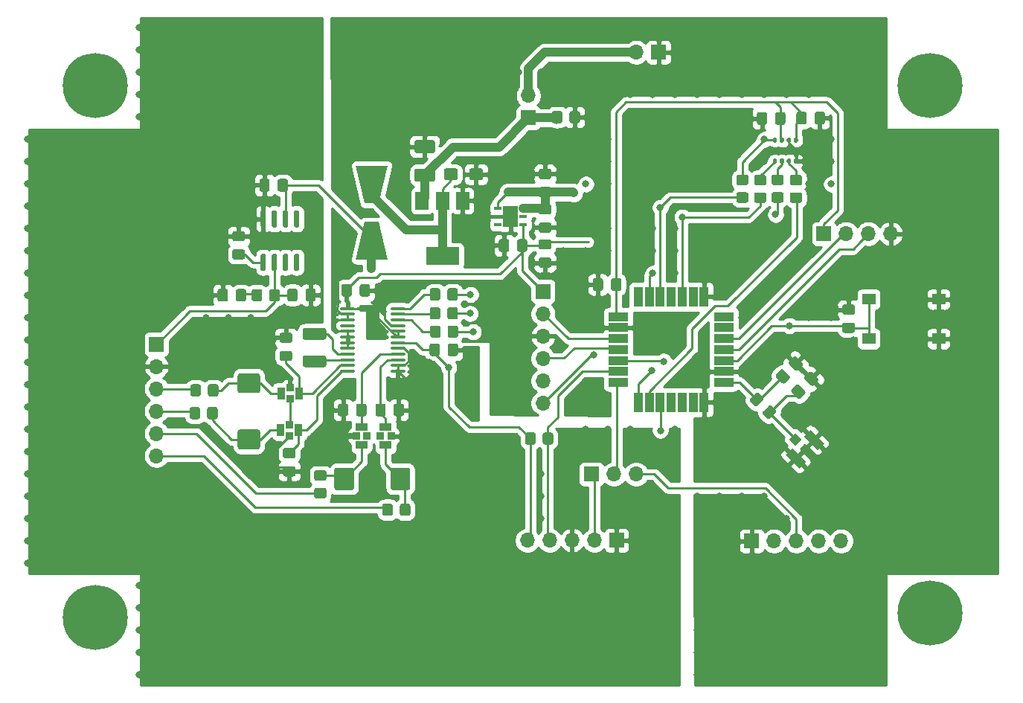
<source format=gbr>
%TF.GenerationSoftware,KiCad,Pcbnew,5.1.9+dfsg1-1*%
%TF.CreationDate,2022-01-11T16:25:16+01:00*%
%TF.ProjectId,wheather_board_v1 ,77686561-7468-4657-925f-626f6172645f,rev?*%
%TF.SameCoordinates,Original*%
%TF.FileFunction,Copper,L1,Top*%
%TF.FilePolarity,Positive*%
%FSLAX46Y46*%
G04 Gerber Fmt 4.6, Leading zero omitted, Abs format (unit mm)*
G04 Created by KiCad (PCBNEW 5.1.9+dfsg1-1) date 2022-01-11 16:25:16*
%MOMM*%
%LPD*%
G01*
G04 APERTURE LIST*
%TA.AperFunction,ComponentPad*%
%ADD10C,0.800000*%
%TD*%
%TA.AperFunction,ComponentPad*%
%ADD11C,7.400000*%
%TD*%
%TA.AperFunction,ComponentPad*%
%ADD12O,1.700000X1.700000*%
%TD*%
%TA.AperFunction,ComponentPad*%
%ADD13R,1.700000X1.700000*%
%TD*%
%TA.AperFunction,SMDPad,CuDef*%
%ADD14R,1.550000X1.300000*%
%TD*%
%TA.AperFunction,SMDPad,CuDef*%
%ADD15R,1.752600X2.489200*%
%TD*%
%TA.AperFunction,SMDPad,CuDef*%
%ADD16R,0.807999X0.407200*%
%TD*%
%TA.AperFunction,SMDPad,CuDef*%
%ADD17R,3.800000X2.000000*%
%TD*%
%TA.AperFunction,SMDPad,CuDef*%
%ADD18R,1.500000X2.000000*%
%TD*%
%TA.AperFunction,SMDPad,CuDef*%
%ADD19C,0.100000*%
%TD*%
%TA.AperFunction,SMDPad,CuDef*%
%ADD20R,0.812800X0.812800*%
%TD*%
%TA.AperFunction,SMDPad,CuDef*%
%ADD21R,1.346200X0.863600*%
%TD*%
%TA.AperFunction,SMDPad,CuDef*%
%ADD22R,0.863600X1.346200*%
%TD*%
%TA.AperFunction,SMDPad,CuDef*%
%ADD23O,1.699999X0.349999*%
%TD*%
%TA.AperFunction,SMDPad,CuDef*%
%ADD24R,2.300000X1.000000*%
%TD*%
%TA.AperFunction,SMDPad,CuDef*%
%ADD25R,1.000000X2.300000*%
%TD*%
%TA.AperFunction,ViaPad*%
%ADD26C,0.800000*%
%TD*%
%TA.AperFunction,Conductor*%
%ADD27C,0.250000*%
%TD*%
%TA.AperFunction,Conductor*%
%ADD28C,1.000000*%
%TD*%
%TA.AperFunction,Conductor*%
%ADD29C,0.254000*%
%TD*%
%TA.AperFunction,Conductor*%
%ADD30C,0.100000*%
%TD*%
G04 APERTURE END LIST*
D10*
%TO.P,,1*%
%TO.N,N/C*%
X190962221Y-123037779D03*
X189000000Y-122225000D03*
X187037779Y-123037779D03*
X186225000Y-125000000D03*
X187037779Y-126962221D03*
X189000000Y-127775000D03*
X190962221Y-126962221D03*
X191775000Y-125000000D03*
D11*
X189000000Y-125000000D03*
%TD*%
D10*
%TO.P,REF\u002A\u002A,1*%
%TO.N,N/C*%
X95962221Y-63037779D03*
X94000000Y-62225000D03*
X92037779Y-63037779D03*
X91225000Y-65000000D03*
X92037779Y-66962221D03*
X94000000Y-67775000D03*
X95962221Y-66962221D03*
X96775000Y-65000000D03*
D11*
X94000000Y-65000000D03*
%TD*%
D10*
%TO.P,REF\u002A\u002A,1*%
%TO.N,N/C*%
X190962221Y-63037779D03*
X189000000Y-62225000D03*
X187037779Y-63037779D03*
X186225000Y-65000000D03*
X187037779Y-66962221D03*
X189000000Y-67775000D03*
X190962221Y-66962221D03*
X191775000Y-65000000D03*
D11*
X189000000Y-65000000D03*
%TD*%
D10*
%TO.P,,1*%
%TO.N,N/C*%
X95962221Y-123537779D03*
X94000000Y-122725000D03*
X92037779Y-123537779D03*
X91225000Y-125500000D03*
X92037779Y-127462221D03*
X94000000Y-128275000D03*
X95962221Y-127462221D03*
X96775000Y-125500000D03*
D11*
X94000000Y-125500000D03*
%TD*%
D12*
%TO.P,J2,2*%
%TO.N,VCC*%
X143306800Y-66116200D03*
D13*
%TO.P,J2,1*%
%TO.N,Net-(C1-Pad1)*%
X143306800Y-68656200D03*
%TD*%
%TO.P,J1,1*%
%TO.N,GND*%
X158140400Y-61188600D03*
D12*
%TO.P,J1,2*%
%TO.N,VCC*%
X155600400Y-61188600D03*
%TD*%
D14*
%TO.P,SW1,2*%
%TO.N,GND*%
X190001800Y-93806400D03*
%TO.P,SW1,1*%
X190001800Y-89306400D03*
%TO.N,/NRST*%
X182041800Y-89306400D03*
%TO.P,SW1,2*%
X182041800Y-93806400D03*
%TD*%
%TO.P,C25,1*%
%TO.N,Net-(C19-Pad3)*%
%TA.AperFunction,SMDPad,CuDef*%
G36*
G01*
X121227600Y-110778401D02*
X121227600Y-108728399D01*
G75*
G02*
X121477599Y-108478400I249999J0D01*
G01*
X123227601Y-108478400D01*
G75*
G02*
X123477600Y-108728399I0J-249999D01*
G01*
X123477600Y-110778401D01*
G75*
G02*
X123227601Y-111028400I-249999J0D01*
G01*
X121477599Y-111028400D01*
G75*
G02*
X121227600Y-110778401I0J249999D01*
G01*
G37*
%TD.AperFunction*%
%TO.P,C25,2*%
%TO.N,Net-(C20-Pad1)*%
%TA.AperFunction,SMDPad,CuDef*%
G36*
G01*
X127627600Y-110778401D02*
X127627600Y-108728399D01*
G75*
G02*
X127877599Y-108478400I249999J0D01*
G01*
X129627601Y-108478400D01*
G75*
G02*
X129877600Y-108728399I0J-249999D01*
G01*
X129877600Y-110778401D01*
G75*
G02*
X129627601Y-111028400I-249999J0D01*
G01*
X127877599Y-111028400D01*
G75*
G02*
X127627600Y-110778401I0J249999D01*
G01*
G37*
%TD.AperFunction*%
%TD*%
%TO.P,C22,2*%
%TO.N,Net-(C18-Pad1)*%
%TA.AperFunction,SMDPad,CuDef*%
G36*
G01*
X110480999Y-104131800D02*
X112531001Y-104131800D01*
G75*
G02*
X112781000Y-104381799I0J-249999D01*
G01*
X112781000Y-106131801D01*
G75*
G02*
X112531001Y-106381800I-249999J0D01*
G01*
X110480999Y-106381800D01*
G75*
G02*
X110231000Y-106131801I0J249999D01*
G01*
X110231000Y-104381799D01*
G75*
G02*
X110480999Y-104131800I249999J0D01*
G01*
G37*
%TD.AperFunction*%
%TO.P,C22,1*%
%TO.N,Net-(C17-Pad3)*%
%TA.AperFunction,SMDPad,CuDef*%
G36*
G01*
X110480999Y-97731800D02*
X112531001Y-97731800D01*
G75*
G02*
X112781000Y-97981799I0J-249999D01*
G01*
X112781000Y-99731801D01*
G75*
G02*
X112531001Y-99981800I-249999J0D01*
G01*
X110480999Y-99981800D01*
G75*
G02*
X110231000Y-99731801I0J249999D01*
G01*
X110231000Y-97981799D01*
G75*
G02*
X110480999Y-97731800I249999J0D01*
G01*
G37*
%TD.AperFunction*%
%TD*%
%TO.P,R14,1*%
%TO.N,/ADC_TEMP*%
%TA.AperFunction,SMDPad,CuDef*%
G36*
G01*
X146142000Y-104705999D02*
X146142000Y-105606001D01*
G75*
G02*
X145892001Y-105856000I-249999J0D01*
G01*
X145191999Y-105856000D01*
G75*
G02*
X144942000Y-105606001I0J249999D01*
G01*
X144942000Y-104705999D01*
G75*
G02*
X145191999Y-104456000I249999J0D01*
G01*
X145892001Y-104456000D01*
G75*
G02*
X146142000Y-104705999I0J-249999D01*
G01*
G37*
%TD.AperFunction*%
%TO.P,R14,2*%
%TO.N,+5VA*%
%TA.AperFunction,SMDPad,CuDef*%
G36*
G01*
X144142000Y-104705999D02*
X144142000Y-105606001D01*
G75*
G02*
X143892001Y-105856000I-249999J0D01*
G01*
X143191999Y-105856000D01*
G75*
G02*
X142942000Y-105606001I0J249999D01*
G01*
X142942000Y-104705999D01*
G75*
G02*
X143191999Y-104456000I249999J0D01*
G01*
X143892001Y-104456000D01*
G75*
G02*
X144142000Y-104705999I0J-249999D01*
G01*
G37*
%TD.AperFunction*%
%TD*%
D15*
%TO.P,U4,7*%
%TO.N,GND*%
X141300200Y-79883000D03*
D16*
%TO.P,U4,6*%
%TO.N,+5V*%
X142745600Y-78932999D03*
%TO.P,U4,5*%
%TO.N,Net-(U4-Pad5)*%
X142745600Y-79883000D03*
%TO.P,U4,4*%
%TO.N,+3V3*%
X142745600Y-80833001D03*
%TO.P,U4,3*%
%TO.N,Net-(U4-Pad3)*%
X139854800Y-80833001D03*
%TO.P,U4,2*%
%TO.N,GND*%
X139854800Y-79883000D03*
%TO.P,U4,1*%
%TO.N,+5V*%
X139854800Y-78932999D03*
%TD*%
%TO.P,U5,1*%
%TO.N,Net-(U5-Pad1)*%
%TA.AperFunction,SMDPad,CuDef*%
G36*
G01*
X116791600Y-79176200D02*
X117091600Y-79176200D01*
G75*
G02*
X117241600Y-79326200I0J-150000D01*
G01*
X117241600Y-80976200D01*
G75*
G02*
X117091600Y-81126200I-150000J0D01*
G01*
X116791600Y-81126200D01*
G75*
G02*
X116641600Y-80976200I0J150000D01*
G01*
X116641600Y-79326200D01*
G75*
G02*
X116791600Y-79176200I150000J0D01*
G01*
G37*
%TD.AperFunction*%
%TO.P,U5,2*%
%TO.N,+5V*%
%TA.AperFunction,SMDPad,CuDef*%
G36*
G01*
X115521600Y-79176200D02*
X115821600Y-79176200D01*
G75*
G02*
X115971600Y-79326200I0J-150000D01*
G01*
X115971600Y-80976200D01*
G75*
G02*
X115821600Y-81126200I-150000J0D01*
G01*
X115521600Y-81126200D01*
G75*
G02*
X115371600Y-80976200I0J150000D01*
G01*
X115371600Y-79326200D01*
G75*
G02*
X115521600Y-79176200I150000J0D01*
G01*
G37*
%TD.AperFunction*%
%TO.P,U5,3*%
%TO.N,Net-(U5-Pad3)*%
%TA.AperFunction,SMDPad,CuDef*%
G36*
G01*
X114251600Y-79176200D02*
X114551600Y-79176200D01*
G75*
G02*
X114701600Y-79326200I0J-150000D01*
G01*
X114701600Y-80976200D01*
G75*
G02*
X114551600Y-81126200I-150000J0D01*
G01*
X114251600Y-81126200D01*
G75*
G02*
X114101600Y-80976200I0J150000D01*
G01*
X114101600Y-79326200D01*
G75*
G02*
X114251600Y-79176200I150000J0D01*
G01*
G37*
%TD.AperFunction*%
%TO.P,U5,4*%
%TO.N,GNDA*%
%TA.AperFunction,SMDPad,CuDef*%
G36*
G01*
X112981600Y-79176200D02*
X113281600Y-79176200D01*
G75*
G02*
X113431600Y-79326200I0J-150000D01*
G01*
X113431600Y-80976200D01*
G75*
G02*
X113281600Y-81126200I-150000J0D01*
G01*
X112981600Y-81126200D01*
G75*
G02*
X112831600Y-80976200I0J150000D01*
G01*
X112831600Y-79326200D01*
G75*
G02*
X112981600Y-79176200I150000J0D01*
G01*
G37*
%TD.AperFunction*%
%TO.P,U5,5*%
%TO.N,Net-(C21-Pad1)*%
%TA.AperFunction,SMDPad,CuDef*%
G36*
G01*
X112981600Y-84126200D02*
X113281600Y-84126200D01*
G75*
G02*
X113431600Y-84276200I0J-150000D01*
G01*
X113431600Y-85926200D01*
G75*
G02*
X113281600Y-86076200I-150000J0D01*
G01*
X112981600Y-86076200D01*
G75*
G02*
X112831600Y-85926200I0J150000D01*
G01*
X112831600Y-84276200D01*
G75*
G02*
X112981600Y-84126200I150000J0D01*
G01*
G37*
%TD.AperFunction*%
%TO.P,U5,6*%
%TO.N,+5VA*%
%TA.AperFunction,SMDPad,CuDef*%
G36*
G01*
X114251600Y-84126200D02*
X114551600Y-84126200D01*
G75*
G02*
X114701600Y-84276200I0J-150000D01*
G01*
X114701600Y-85926200D01*
G75*
G02*
X114551600Y-86076200I-150000J0D01*
G01*
X114251600Y-86076200D01*
G75*
G02*
X114101600Y-85926200I0J150000D01*
G01*
X114101600Y-84276200D01*
G75*
G02*
X114251600Y-84126200I150000J0D01*
G01*
G37*
%TD.AperFunction*%
%TO.P,U5,7*%
%TO.N,Net-(U5-Pad7)*%
%TA.AperFunction,SMDPad,CuDef*%
G36*
G01*
X115521600Y-84126200D02*
X115821600Y-84126200D01*
G75*
G02*
X115971600Y-84276200I0J-150000D01*
G01*
X115971600Y-85926200D01*
G75*
G02*
X115821600Y-86076200I-150000J0D01*
G01*
X115521600Y-86076200D01*
G75*
G02*
X115371600Y-85926200I0J150000D01*
G01*
X115371600Y-84276200D01*
G75*
G02*
X115521600Y-84126200I150000J0D01*
G01*
G37*
%TD.AperFunction*%
%TO.P,U5,8*%
%TO.N,Net-(U5-Pad8)*%
%TA.AperFunction,SMDPad,CuDef*%
G36*
G01*
X116791600Y-84126200D02*
X117091600Y-84126200D01*
G75*
G02*
X117241600Y-84276200I0J-150000D01*
G01*
X117241600Y-85926200D01*
G75*
G02*
X117091600Y-86076200I-150000J0D01*
G01*
X116791600Y-86076200D01*
G75*
G02*
X116641600Y-85926200I0J150000D01*
G01*
X116641600Y-84276200D01*
G75*
G02*
X116791600Y-84126200I150000J0D01*
G01*
G37*
%TD.AperFunction*%
%TD*%
%TO.P,U2,1*%
%TO.N,GND*%
%TA.AperFunction,SMDPad,CuDef*%
G36*
G01*
X174017600Y-73440000D02*
X174017600Y-73715000D01*
G75*
G02*
X173892600Y-73840000I-125000J0D01*
G01*
X173642600Y-73840000D01*
G75*
G02*
X173517600Y-73715000I0J125000D01*
G01*
X173517600Y-73440000D01*
G75*
G02*
X173642600Y-73315000I125000J0D01*
G01*
X173892600Y-73315000D01*
G75*
G02*
X174017600Y-73440000I0J-125000D01*
G01*
G37*
%TD.AperFunction*%
%TO.P,U2,2*%
%TO.N,Net-(R4-Pad2)*%
%TA.AperFunction,SMDPad,CuDef*%
G36*
G01*
X173217600Y-73440000D02*
X173217600Y-73715000D01*
G75*
G02*
X173092600Y-73840000I-125000J0D01*
G01*
X172842600Y-73840000D01*
G75*
G02*
X172717600Y-73715000I0J125000D01*
G01*
X172717600Y-73440000D01*
G75*
G02*
X172842600Y-73315000I125000J0D01*
G01*
X173092600Y-73315000D01*
G75*
G02*
X173217600Y-73440000I0J-125000D01*
G01*
G37*
%TD.AperFunction*%
%TO.P,U2,3*%
%TO.N,Net-(R3-Pad2)*%
%TA.AperFunction,SMDPad,CuDef*%
G36*
G01*
X172417600Y-73440000D02*
X172417600Y-73715000D01*
G75*
G02*
X172292600Y-73840000I-125000J0D01*
G01*
X172042600Y-73840000D01*
G75*
G02*
X171917600Y-73715000I0J125000D01*
G01*
X171917600Y-73440000D01*
G75*
G02*
X172042600Y-73315000I125000J0D01*
G01*
X172292600Y-73315000D01*
G75*
G02*
X172417600Y-73440000I0J-125000D01*
G01*
G37*
%TD.AperFunction*%
%TO.P,U2,4*%
%TO.N,Net-(R2-Pad2)*%
%TA.AperFunction,SMDPad,CuDef*%
G36*
G01*
X171617600Y-73440000D02*
X171617600Y-73715000D01*
G75*
G02*
X171492600Y-73840000I-125000J0D01*
G01*
X171242600Y-73840000D01*
G75*
G02*
X171117600Y-73715000I0J125000D01*
G01*
X171117600Y-73440000D01*
G75*
G02*
X171242600Y-73315000I125000J0D01*
G01*
X171492600Y-73315000D01*
G75*
G02*
X171617600Y-73440000I0J-125000D01*
G01*
G37*
%TD.AperFunction*%
%TO.P,U2,5*%
%TO.N,Net-(R1-Pad2)*%
%TA.AperFunction,SMDPad,CuDef*%
G36*
G01*
X171617600Y-71065000D02*
X171617600Y-71340000D01*
G75*
G02*
X171492600Y-71465000I-125000J0D01*
G01*
X171242600Y-71465000D01*
G75*
G02*
X171117600Y-71340000I0J125000D01*
G01*
X171117600Y-71065000D01*
G75*
G02*
X171242600Y-70940000I125000J0D01*
G01*
X171492600Y-70940000D01*
G75*
G02*
X171617600Y-71065000I0J-125000D01*
G01*
G37*
%TD.AperFunction*%
%TO.P,U2,6*%
%TO.N,+3V3*%
%TA.AperFunction,SMDPad,CuDef*%
G36*
G01*
X172417600Y-71065000D02*
X172417600Y-71340000D01*
G75*
G02*
X172292600Y-71465000I-125000J0D01*
G01*
X172042600Y-71465000D01*
G75*
G02*
X171917600Y-71340000I0J125000D01*
G01*
X171917600Y-71065000D01*
G75*
G02*
X172042600Y-70940000I125000J0D01*
G01*
X172292600Y-70940000D01*
G75*
G02*
X172417600Y-71065000I0J-125000D01*
G01*
G37*
%TD.AperFunction*%
%TO.P,U2,7*%
%TO.N,GND*%
%TA.AperFunction,SMDPad,CuDef*%
G36*
G01*
X173217600Y-71065000D02*
X173217600Y-71340000D01*
G75*
G02*
X173092600Y-71465000I-125000J0D01*
G01*
X172842600Y-71465000D01*
G75*
G02*
X172717600Y-71340000I0J125000D01*
G01*
X172717600Y-71065000D01*
G75*
G02*
X172842600Y-70940000I125000J0D01*
G01*
X173092600Y-70940000D01*
G75*
G02*
X173217600Y-71065000I0J-125000D01*
G01*
G37*
%TD.AperFunction*%
%TO.P,U2,8*%
%TO.N,+3V3*%
%TA.AperFunction,SMDPad,CuDef*%
G36*
G01*
X174017600Y-71065000D02*
X174017600Y-71340000D01*
G75*
G02*
X173892600Y-71465000I-125000J0D01*
G01*
X173642600Y-71465000D01*
G75*
G02*
X173517600Y-71340000I0J125000D01*
G01*
X173517600Y-71065000D01*
G75*
G02*
X173642600Y-70940000I125000J0D01*
G01*
X173892600Y-70940000D01*
G75*
G02*
X174017600Y-71065000I0J-125000D01*
G01*
G37*
%TD.AperFunction*%
%TD*%
D17*
%TO.P,U1,2*%
%TO.N,Net-(C5-Pad1)*%
X133527400Y-84390600D03*
D18*
X133527400Y-78090600D03*
%TO.P,U1,3*%
%TO.N,Net-(C1-Pad1)*%
X131227400Y-78090600D03*
%TO.P,U1,1*%
%TO.N,GND*%
X135827400Y-78090600D03*
%TD*%
%TO.P,R13,2*%
%TO.N,Net-(C1-Pad1)*%
%TA.AperFunction,SMDPad,CuDef*%
G36*
G01*
X147190000Y-68129999D02*
X147190000Y-69030001D01*
G75*
G02*
X146940001Y-69280000I-249999J0D01*
G01*
X146239999Y-69280000D01*
G75*
G02*
X145990000Y-69030001I0J249999D01*
G01*
X145990000Y-68129999D01*
G75*
G02*
X146239999Y-67880000I249999J0D01*
G01*
X146940001Y-67880000D01*
G75*
G02*
X147190000Y-68129999I0J-249999D01*
G01*
G37*
%TD.AperFunction*%
%TO.P,R13,1*%
%TO.N,GND*%
%TA.AperFunction,SMDPad,CuDef*%
G36*
G01*
X149190000Y-68129999D02*
X149190000Y-69030001D01*
G75*
G02*
X148940001Y-69280000I-249999J0D01*
G01*
X148239999Y-69280000D01*
G75*
G02*
X147990000Y-69030001I0J249999D01*
G01*
X147990000Y-68129999D01*
G75*
G02*
X148239999Y-67880000I249999J0D01*
G01*
X148940001Y-67880000D01*
G75*
G02*
X149190000Y-68129999I0J-249999D01*
G01*
G37*
%TD.AperFunction*%
%TD*%
%TO.P,R12,1*%
%TO.N,/ref-*%
%TA.AperFunction,SMDPad,CuDef*%
G36*
G01*
X126686000Y-113708601D02*
X126686000Y-112808599D01*
G75*
G02*
X126935999Y-112558600I249999J0D01*
G01*
X127636001Y-112558600D01*
G75*
G02*
X127886000Y-112808599I0J-249999D01*
G01*
X127886000Y-113708601D01*
G75*
G02*
X127636001Y-113958600I-249999J0D01*
G01*
X126935999Y-113958600D01*
G75*
G02*
X126686000Y-113708601I0J249999D01*
G01*
G37*
%TD.AperFunction*%
%TO.P,R12,2*%
%TO.N,Net-(C20-Pad1)*%
%TA.AperFunction,SMDPad,CuDef*%
G36*
G01*
X128686000Y-113708601D02*
X128686000Y-112808599D01*
G75*
G02*
X128935999Y-112558600I249999J0D01*
G01*
X129636001Y-112558600D01*
G75*
G02*
X129886000Y-112808599I0J-249999D01*
G01*
X129886000Y-113708601D01*
G75*
G02*
X129636001Y-113958600I-249999J0D01*
G01*
X128935999Y-113958600D01*
G75*
G02*
X128686000Y-113708601I0J249999D01*
G01*
G37*
%TD.AperFunction*%
%TD*%
%TO.P,R11,1*%
%TO.N,/ref+*%
%TA.AperFunction,SMDPad,CuDef*%
G36*
G01*
X120084001Y-111963000D02*
X119183999Y-111963000D01*
G75*
G02*
X118934000Y-111713001I0J249999D01*
G01*
X118934000Y-111012999D01*
G75*
G02*
X119183999Y-110763000I249999J0D01*
G01*
X120084001Y-110763000D01*
G75*
G02*
X120334000Y-111012999I0J-249999D01*
G01*
X120334000Y-111713001D01*
G75*
G02*
X120084001Y-111963000I-249999J0D01*
G01*
G37*
%TD.AperFunction*%
%TO.P,R11,2*%
%TO.N,Net-(C19-Pad3)*%
%TA.AperFunction,SMDPad,CuDef*%
G36*
G01*
X120084001Y-109963000D02*
X119183999Y-109963000D01*
G75*
G02*
X118934000Y-109713001I0J249999D01*
G01*
X118934000Y-109012999D01*
G75*
G02*
X119183999Y-108763000I249999J0D01*
G01*
X120084001Y-108763000D01*
G75*
G02*
X120334000Y-109012999I0J-249999D01*
G01*
X120334000Y-109713001D01*
G75*
G02*
X120084001Y-109963000I-249999J0D01*
G01*
G37*
%TD.AperFunction*%
%TD*%
%TO.P,R10,1*%
%TO.N,/AIN-*%
%TA.AperFunction,SMDPad,CuDef*%
G36*
G01*
X104765800Y-102710401D02*
X104765800Y-101810399D01*
G75*
G02*
X105015799Y-101560400I249999J0D01*
G01*
X105715801Y-101560400D01*
G75*
G02*
X105965800Y-101810399I0J-249999D01*
G01*
X105965800Y-102710401D01*
G75*
G02*
X105715801Y-102960400I-249999J0D01*
G01*
X105015799Y-102960400D01*
G75*
G02*
X104765800Y-102710401I0J249999D01*
G01*
G37*
%TD.AperFunction*%
%TO.P,R10,2*%
%TO.N,Net-(C18-Pad1)*%
%TA.AperFunction,SMDPad,CuDef*%
G36*
G01*
X106765800Y-102710401D02*
X106765800Y-101810399D01*
G75*
G02*
X107015799Y-101560400I249999J0D01*
G01*
X107715801Y-101560400D01*
G75*
G02*
X107965800Y-101810399I0J-249999D01*
G01*
X107965800Y-102710401D01*
G75*
G02*
X107715801Y-102960400I-249999J0D01*
G01*
X107015799Y-102960400D01*
G75*
G02*
X106765800Y-102710401I0J249999D01*
G01*
G37*
%TD.AperFunction*%
%TD*%
%TO.P,R9,2*%
%TO.N,Net-(C17-Pad3)*%
%TA.AperFunction,SMDPad,CuDef*%
G36*
G01*
X106851400Y-100119601D02*
X106851400Y-99219599D01*
G75*
G02*
X107101399Y-98969600I249999J0D01*
G01*
X107801401Y-98969600D01*
G75*
G02*
X108051400Y-99219599I0J-249999D01*
G01*
X108051400Y-100119601D01*
G75*
G02*
X107801401Y-100369600I-249999J0D01*
G01*
X107101399Y-100369600D01*
G75*
G02*
X106851400Y-100119601I0J249999D01*
G01*
G37*
%TD.AperFunction*%
%TO.P,R9,1*%
%TO.N,/AIN+*%
%TA.AperFunction,SMDPad,CuDef*%
G36*
G01*
X104851400Y-100119601D02*
X104851400Y-99219599D01*
G75*
G02*
X105101399Y-98969600I249999J0D01*
G01*
X105801401Y-98969600D01*
G75*
G02*
X106051400Y-99219599I0J-249999D01*
G01*
X106051400Y-100119601D01*
G75*
G02*
X105801401Y-100369600I-249999J0D01*
G01*
X105101399Y-100369600D01*
G75*
G02*
X104851400Y-100119601I0J249999D01*
G01*
G37*
%TD.AperFunction*%
%TD*%
%TO.P,R8,1*%
%TO.N,Net-(C23-Pad1)*%
%TA.AperFunction,SMDPad,CuDef*%
G36*
G01*
X111827000Y-89299201D02*
X111827000Y-88399199D01*
G75*
G02*
X112076999Y-88149200I249999J0D01*
G01*
X112777001Y-88149200D01*
G75*
G02*
X113027000Y-88399199I0J-249999D01*
G01*
X113027000Y-89299201D01*
G75*
G02*
X112777001Y-89549200I-249999J0D01*
G01*
X112076999Y-89549200D01*
G75*
G02*
X111827000Y-89299201I0J249999D01*
G01*
G37*
%TD.AperFunction*%
%TO.P,R8,2*%
%TO.N,+5VA*%
%TA.AperFunction,SMDPad,CuDef*%
G36*
G01*
X113827000Y-89299201D02*
X113827000Y-88399199D01*
G75*
G02*
X114076999Y-88149200I249999J0D01*
G01*
X114777001Y-88149200D01*
G75*
G02*
X115027000Y-88399199I0J-249999D01*
G01*
X115027000Y-89299201D01*
G75*
G02*
X114777001Y-89549200I-249999J0D01*
G01*
X114076999Y-89549200D01*
G75*
G02*
X113827000Y-89299201I0J249999D01*
G01*
G37*
%TD.AperFunction*%
%TD*%
%TO.P,R7,1*%
%TO.N,/ADS_NSS*%
%TA.AperFunction,SMDPad,CuDef*%
G36*
G01*
X135321600Y-92539399D02*
X135321600Y-93439401D01*
G75*
G02*
X135071601Y-93689400I-249999J0D01*
G01*
X134371599Y-93689400D01*
G75*
G02*
X134121600Y-93439401I0J249999D01*
G01*
X134121600Y-92539399D01*
G75*
G02*
X134371599Y-92289400I249999J0D01*
G01*
X135071601Y-92289400D01*
G75*
G02*
X135321600Y-92539399I0J-249999D01*
G01*
G37*
%TD.AperFunction*%
%TO.P,R7,2*%
%TO.N,Net-(R7-Pad2)*%
%TA.AperFunction,SMDPad,CuDef*%
G36*
G01*
X133321600Y-92539399D02*
X133321600Y-93439401D01*
G75*
G02*
X133071601Y-93689400I-249999J0D01*
G01*
X132371599Y-93689400D01*
G75*
G02*
X132121600Y-93439401I0J249999D01*
G01*
X132121600Y-92539399D01*
G75*
G02*
X132371599Y-92289400I249999J0D01*
G01*
X133071601Y-92289400D01*
G75*
G02*
X133321600Y-92539399I0J-249999D01*
G01*
G37*
%TD.AperFunction*%
%TD*%
%TO.P,R6,2*%
%TO.N,Net-(R6-Pad2)*%
%TA.AperFunction,SMDPad,CuDef*%
G36*
G01*
X133296200Y-90456599D02*
X133296200Y-91356601D01*
G75*
G02*
X133046201Y-91606600I-249999J0D01*
G01*
X132346199Y-91606600D01*
G75*
G02*
X132096200Y-91356601I0J249999D01*
G01*
X132096200Y-90456599D01*
G75*
G02*
X132346199Y-90206600I249999J0D01*
G01*
X133046201Y-90206600D01*
G75*
G02*
X133296200Y-90456599I0J-249999D01*
G01*
G37*
%TD.AperFunction*%
%TO.P,R6,1*%
%TO.N,/SPI_SCK*%
%TA.AperFunction,SMDPad,CuDef*%
G36*
G01*
X135296200Y-90456599D02*
X135296200Y-91356601D01*
G75*
G02*
X135046201Y-91606600I-249999J0D01*
G01*
X134346199Y-91606600D01*
G75*
G02*
X134096200Y-91356601I0J249999D01*
G01*
X134096200Y-90456599D01*
G75*
G02*
X134346199Y-90206600I249999J0D01*
G01*
X135046201Y-90206600D01*
G75*
G02*
X135296200Y-90456599I0J-249999D01*
G01*
G37*
%TD.AperFunction*%
%TD*%
%TO.P,R5,1*%
%TO.N,/SPI_MISO*%
%TA.AperFunction,SMDPad,CuDef*%
G36*
G01*
X135296200Y-88297599D02*
X135296200Y-89197601D01*
G75*
G02*
X135046201Y-89447600I-249999J0D01*
G01*
X134346199Y-89447600D01*
G75*
G02*
X134096200Y-89197601I0J249999D01*
G01*
X134096200Y-88297599D01*
G75*
G02*
X134346199Y-88047600I249999J0D01*
G01*
X135046201Y-88047600D01*
G75*
G02*
X135296200Y-88297599I0J-249999D01*
G01*
G37*
%TD.AperFunction*%
%TO.P,R5,2*%
%TO.N,Net-(R5-Pad2)*%
%TA.AperFunction,SMDPad,CuDef*%
G36*
G01*
X133296200Y-88297599D02*
X133296200Y-89197601D01*
G75*
G02*
X133046201Y-89447600I-249999J0D01*
G01*
X132346199Y-89447600D01*
G75*
G02*
X132096200Y-89197601I0J249999D01*
G01*
X132096200Y-88297599D01*
G75*
G02*
X132346199Y-88047600I249999J0D01*
G01*
X133046201Y-88047600D01*
G75*
G02*
X133296200Y-88297599I0J-249999D01*
G01*
G37*
%TD.AperFunction*%
%TD*%
%TO.P,R4,1*%
%TO.N,/BME_NSS*%
%TA.AperFunction,SMDPad,CuDef*%
G36*
G01*
X174211401Y-78342800D02*
X173311399Y-78342800D01*
G75*
G02*
X173061400Y-78092801I0J249999D01*
G01*
X173061400Y-77392799D01*
G75*
G02*
X173311399Y-77142800I249999J0D01*
G01*
X174211401Y-77142800D01*
G75*
G02*
X174461400Y-77392799I0J-249999D01*
G01*
X174461400Y-78092801D01*
G75*
G02*
X174211401Y-78342800I-249999J0D01*
G01*
G37*
%TD.AperFunction*%
%TO.P,R4,2*%
%TO.N,Net-(R4-Pad2)*%
%TA.AperFunction,SMDPad,CuDef*%
G36*
G01*
X174211401Y-76342800D02*
X173311399Y-76342800D01*
G75*
G02*
X173061400Y-76092801I0J249999D01*
G01*
X173061400Y-75392799D01*
G75*
G02*
X173311399Y-75142800I249999J0D01*
G01*
X174211401Y-75142800D01*
G75*
G02*
X174461400Y-75392799I0J-249999D01*
G01*
X174461400Y-76092801D01*
G75*
G02*
X174211401Y-76342800I-249999J0D01*
G01*
G37*
%TD.AperFunction*%
%TD*%
%TO.P,R3,2*%
%TO.N,Net-(R3-Pad2)*%
%TA.AperFunction,SMDPad,CuDef*%
G36*
G01*
X172128601Y-76317400D02*
X171228599Y-76317400D01*
G75*
G02*
X170978600Y-76067401I0J249999D01*
G01*
X170978600Y-75367399D01*
G75*
G02*
X171228599Y-75117400I249999J0D01*
G01*
X172128601Y-75117400D01*
G75*
G02*
X172378600Y-75367399I0J-249999D01*
G01*
X172378600Y-76067401D01*
G75*
G02*
X172128601Y-76317400I-249999J0D01*
G01*
G37*
%TD.AperFunction*%
%TO.P,R3,1*%
%TO.N,/SPI_MOSI*%
%TA.AperFunction,SMDPad,CuDef*%
G36*
G01*
X172128601Y-78317400D02*
X171228599Y-78317400D01*
G75*
G02*
X170978600Y-78067401I0J249999D01*
G01*
X170978600Y-77367399D01*
G75*
G02*
X171228599Y-77117400I249999J0D01*
G01*
X172128601Y-77117400D01*
G75*
G02*
X172378600Y-77367399I0J-249999D01*
G01*
X172378600Y-78067401D01*
G75*
G02*
X172128601Y-78317400I-249999J0D01*
G01*
G37*
%TD.AperFunction*%
%TD*%
%TO.P,R2,2*%
%TO.N,Net-(R2-Pad2)*%
%TA.AperFunction,SMDPad,CuDef*%
G36*
G01*
X170147401Y-76342800D02*
X169247399Y-76342800D01*
G75*
G02*
X168997400Y-76092801I0J249999D01*
G01*
X168997400Y-75392799D01*
G75*
G02*
X169247399Y-75142800I249999J0D01*
G01*
X170147401Y-75142800D01*
G75*
G02*
X170397400Y-75392799I0J-249999D01*
G01*
X170397400Y-76092801D01*
G75*
G02*
X170147401Y-76342800I-249999J0D01*
G01*
G37*
%TD.AperFunction*%
%TO.P,R2,1*%
%TO.N,/SPI_SCK*%
%TA.AperFunction,SMDPad,CuDef*%
G36*
G01*
X170147401Y-78342800D02*
X169247399Y-78342800D01*
G75*
G02*
X168997400Y-78092801I0J249999D01*
G01*
X168997400Y-77392799D01*
G75*
G02*
X169247399Y-77142800I249999J0D01*
G01*
X170147401Y-77142800D01*
G75*
G02*
X170397400Y-77392799I0J-249999D01*
G01*
X170397400Y-78092801D01*
G75*
G02*
X170147401Y-78342800I-249999J0D01*
G01*
G37*
%TD.AperFunction*%
%TD*%
%TO.P,R1,2*%
%TO.N,Net-(R1-Pad2)*%
%TA.AperFunction,SMDPad,CuDef*%
G36*
G01*
X168115401Y-76324000D02*
X167215399Y-76324000D01*
G75*
G02*
X166965400Y-76074001I0J249999D01*
G01*
X166965400Y-75373999D01*
G75*
G02*
X167215399Y-75124000I249999J0D01*
G01*
X168115401Y-75124000D01*
G75*
G02*
X168365400Y-75373999I0J-249999D01*
G01*
X168365400Y-76074001D01*
G75*
G02*
X168115401Y-76324000I-249999J0D01*
G01*
G37*
%TD.AperFunction*%
%TO.P,R1,1*%
%TO.N,/SPI_MISO*%
%TA.AperFunction,SMDPad,CuDef*%
G36*
G01*
X168115401Y-78324000D02*
X167215399Y-78324000D01*
G75*
G02*
X166965400Y-78074001I0J249999D01*
G01*
X166965400Y-77373999D01*
G75*
G02*
X167215399Y-77124000I249999J0D01*
G01*
X168115401Y-77124000D01*
G75*
G02*
X168365400Y-77373999I0J-249999D01*
G01*
X168365400Y-78074001D01*
G75*
G02*
X168115401Y-78324000I-249999J0D01*
G01*
G37*
%TD.AperFunction*%
%TD*%
%TO.P,L1,1*%
%TO.N,Net-(C27-Pad1)*%
%TA.AperFunction,SMDPad,CuDef*%
G36*
G01*
X168564447Y-100620844D02*
X169200844Y-99984447D01*
G75*
G02*
X169554396Y-99984447I176776J-176776D01*
G01*
X170014017Y-100444068D01*
G75*
G02*
X170014017Y-100797620I-176776J-176776D01*
G01*
X169377620Y-101434017D01*
G75*
G02*
X169024068Y-101434017I-176776J176776D01*
G01*
X168564447Y-100974396D01*
G75*
G02*
X168564447Y-100620844I176776J176776D01*
G01*
G37*
%TD.AperFunction*%
%TO.P,L1,2*%
%TO.N,Net-(C29-Pad1)*%
%TA.AperFunction,SMDPad,CuDef*%
G36*
G01*
X170014015Y-102070412D02*
X170650412Y-101434015D01*
G75*
G02*
X171003964Y-101434015I176776J-176776D01*
G01*
X171463585Y-101893636D01*
G75*
G02*
X171463585Y-102247188I-176776J-176776D01*
G01*
X170827188Y-102883585D01*
G75*
G02*
X170473636Y-102883585I-176776J176776D01*
G01*
X170014015Y-102423964D01*
G75*
G02*
X170014015Y-102070412I176776J176776D01*
G01*
G37*
%TD.AperFunction*%
%TD*%
%TA.AperFunction,SMDPad,CuDef*%
D19*
%TO.P,J9,2*%
%TO.N,GND*%
G36*
X172583786Y-106991872D02*
G01*
X173326249Y-106249409D01*
X174881884Y-107805044D01*
X174139421Y-108547507D01*
X172583786Y-106991872D01*
G37*
%TD.AperFunction*%
%TA.AperFunction,SMDPad,CuDef*%
%TO.P,J9,1*%
%TO.N,Net-(C29-Pad1)*%
G36*
X172972696Y-105259460D02*
G01*
X173679802Y-104552354D01*
X174422264Y-105294816D01*
X173715158Y-106001922D01*
X172972696Y-105259460D01*
G37*
%TD.AperFunction*%
%TA.AperFunction,SMDPad,CuDef*%
%TO.P,J9,2*%
%TO.N,GND*%
G36*
X174669751Y-104905907D02*
G01*
X175412214Y-104163444D01*
X176967849Y-105719079D01*
X176225386Y-106461542D01*
X174669751Y-104905907D01*
G37*
%TD.AperFunction*%
%TD*%
D13*
%TO.P,J8,1*%
%TO.N,+3V3*%
X176936400Y-81838800D03*
D12*
%TO.P,J8,2*%
%TO.N,/UART_TX*%
X179476400Y-81838800D03*
%TO.P,J8,3*%
%TO.N,/UART_RX*%
X182016400Y-81838800D03*
%TO.P,J8,4*%
%TO.N,GND*%
X184556400Y-81838800D03*
%TD*%
%TO.P,J7,6*%
%TO.N,/ref-*%
X100990400Y-107111800D03*
%TO.P,J7,5*%
%TO.N,/ref+*%
X100990400Y-104571800D03*
%TO.P,J7,4*%
%TO.N,/AIN-*%
X100990400Y-102031800D03*
%TO.P,J7,3*%
%TO.N,/AIN+*%
X100990400Y-99491800D03*
%TO.P,J7,2*%
%TO.N,GNDA*%
X100990400Y-96951800D03*
D13*
%TO.P,J7,1*%
%TO.N,+5VA*%
X100990400Y-94411800D03*
%TD*%
%TO.P,J6,1*%
%TO.N,GND*%
X168730000Y-116810000D03*
D12*
%TO.P,J6,2*%
%TO.N,/I2C_SCL*%
X171270000Y-116810000D03*
%TO.P,J6,3*%
%TO.N,/I2C_SDA*%
X173810000Y-116810000D03*
%TO.P,J6,4*%
%TO.N,+3V3*%
X176350000Y-116810000D03*
%TO.P,J6,5*%
%TO.N,+5V*%
X178890000Y-116810000D03*
%TD*%
%TA.AperFunction,SMDPad,CuDef*%
D19*
%TO.P,D1,1*%
%TO.N,+5V*%
G36*
X127276000Y-84800800D02*
G01*
X123676000Y-84800800D01*
X124676000Y-80500800D01*
X126276000Y-80500800D01*
X127276000Y-84800800D01*
G37*
%TD.AperFunction*%
%TA.AperFunction,SMDPad,CuDef*%
%TO.P,D1,2*%
%TO.N,Net-(C5-Pad1)*%
G36*
X123676000Y-74100800D02*
G01*
X127276000Y-74100800D01*
X126276000Y-78400800D01*
X124676000Y-78400800D01*
X123676000Y-74100800D01*
G37*
%TD.AperFunction*%
%TD*%
%TO.P,C29,1*%
%TO.N,Net-(C29-Pad1)*%
%TA.AperFunction,SMDPad,CuDef*%
G36*
G01*
X173961250Y-100573301D02*
X173289499Y-99901550D01*
G75*
G02*
X173289499Y-99547996I176777J176777D01*
G01*
X173766796Y-99070699D01*
G75*
G02*
X174120350Y-99070699I176777J-176777D01*
G01*
X174792101Y-99742450D01*
G75*
G02*
X174792101Y-100096004I-176777J-176777D01*
G01*
X174314804Y-100573301D01*
G75*
G02*
X173961250Y-100573301I-176777J176777D01*
G01*
G37*
%TD.AperFunction*%
%TO.P,C29,2*%
%TO.N,GND*%
%TA.AperFunction,SMDPad,CuDef*%
G36*
G01*
X175428496Y-99106055D02*
X174756745Y-98434304D01*
G75*
G02*
X174756745Y-98080750I176777J176777D01*
G01*
X175234042Y-97603453D01*
G75*
G02*
X175587596Y-97603453I176777J-176777D01*
G01*
X176259347Y-98275204D01*
G75*
G02*
X176259347Y-98628758I-176777J-176777D01*
G01*
X175782050Y-99106055D01*
G75*
G02*
X175428496Y-99106055I-176777J176777D01*
G01*
G37*
%TD.AperFunction*%
%TD*%
%TO.P,C28,2*%
%TO.N,/NRST*%
%TA.AperFunction,SMDPad,CuDef*%
G36*
G01*
X179280800Y-91966200D02*
X180230800Y-91966200D01*
G75*
G02*
X180480800Y-92216200I0J-250000D01*
G01*
X180480800Y-92891200D01*
G75*
G02*
X180230800Y-93141200I-250000J0D01*
G01*
X179280800Y-93141200D01*
G75*
G02*
X179030800Y-92891200I0J250000D01*
G01*
X179030800Y-92216200D01*
G75*
G02*
X179280800Y-91966200I250000J0D01*
G01*
G37*
%TD.AperFunction*%
%TO.P,C28,1*%
%TO.N,GND*%
%TA.AperFunction,SMDPad,CuDef*%
G36*
G01*
X179280800Y-89891200D02*
X180230800Y-89891200D01*
G75*
G02*
X180480800Y-90141200I0J-250000D01*
G01*
X180480800Y-90816200D01*
G75*
G02*
X180230800Y-91066200I-250000J0D01*
G01*
X179280800Y-91066200D01*
G75*
G02*
X179030800Y-90816200I0J250000D01*
G01*
X179030800Y-90141200D01*
G75*
G02*
X179280800Y-89891200I250000J0D01*
G01*
G37*
%TD.AperFunction*%
%TD*%
%TO.P,C27,1*%
%TO.N,Net-(C27-Pad1)*%
%TA.AperFunction,SMDPad,CuDef*%
G36*
G01*
X172189204Y-98840147D02*
X171517453Y-98168396D01*
G75*
G02*
X171517453Y-97814842I176777J176777D01*
G01*
X171994750Y-97337545D01*
G75*
G02*
X172348304Y-97337545I176777J-176777D01*
G01*
X173020055Y-98009296D01*
G75*
G02*
X173020055Y-98362850I-176777J-176777D01*
G01*
X172542758Y-98840147D01*
G75*
G02*
X172189204Y-98840147I-176777J176777D01*
G01*
G37*
%TD.AperFunction*%
%TO.P,C27,2*%
%TO.N,GND*%
%TA.AperFunction,SMDPad,CuDef*%
G36*
G01*
X173656450Y-97372901D02*
X172984699Y-96701150D01*
G75*
G02*
X172984699Y-96347596I176777J176777D01*
G01*
X173461996Y-95870299D01*
G75*
G02*
X173815550Y-95870299I176777J-176777D01*
G01*
X174487301Y-96542050D01*
G75*
G02*
X174487301Y-96895604I-176777J-176777D01*
G01*
X174010004Y-97372901D01*
G75*
G02*
X173656450Y-97372901I-176777J176777D01*
G01*
G37*
%TD.AperFunction*%
%TD*%
%TO.P,C26,1*%
%TO.N,+3V3*%
%TA.AperFunction,SMDPad,CuDef*%
G36*
G01*
X153894100Y-87155000D02*
X153894100Y-88105000D01*
G75*
G02*
X153644100Y-88355000I-250000J0D01*
G01*
X152969100Y-88355000D01*
G75*
G02*
X152719100Y-88105000I0J250000D01*
G01*
X152719100Y-87155000D01*
G75*
G02*
X152969100Y-86905000I250000J0D01*
G01*
X153644100Y-86905000D01*
G75*
G02*
X153894100Y-87155000I0J-250000D01*
G01*
G37*
%TD.AperFunction*%
%TO.P,C26,2*%
%TO.N,GND*%
%TA.AperFunction,SMDPad,CuDef*%
G36*
G01*
X151819100Y-87155000D02*
X151819100Y-88105000D01*
G75*
G02*
X151569100Y-88355000I-250000J0D01*
G01*
X150894100Y-88355000D01*
G75*
G02*
X150644100Y-88105000I0J250000D01*
G01*
X150644100Y-87155000D01*
G75*
G02*
X150894100Y-86905000I250000J0D01*
G01*
X151569100Y-86905000D01*
G75*
G02*
X151819100Y-87155000I0J-250000D01*
G01*
G37*
%TD.AperFunction*%
%TD*%
%TO.P,C24,1*%
%TO.N,+5VA*%
%TA.AperFunction,SMDPad,CuDef*%
G36*
G01*
X115871500Y-89298800D02*
X115871500Y-88348800D01*
G75*
G02*
X116121500Y-88098800I250000J0D01*
G01*
X116796500Y-88098800D01*
G75*
G02*
X117046500Y-88348800I0J-250000D01*
G01*
X117046500Y-89298800D01*
G75*
G02*
X116796500Y-89548800I-250000J0D01*
G01*
X116121500Y-89548800D01*
G75*
G02*
X115871500Y-89298800I0J250000D01*
G01*
G37*
%TD.AperFunction*%
%TO.P,C24,2*%
%TO.N,GNDA*%
%TA.AperFunction,SMDPad,CuDef*%
G36*
G01*
X117946500Y-89298800D02*
X117946500Y-88348800D01*
G75*
G02*
X118196500Y-88098800I250000J0D01*
G01*
X118871500Y-88098800D01*
G75*
G02*
X119121500Y-88348800I0J-250000D01*
G01*
X119121500Y-89298800D01*
G75*
G02*
X118871500Y-89548800I-250000J0D01*
G01*
X118196500Y-89548800D01*
G75*
G02*
X117946500Y-89298800I0J250000D01*
G01*
G37*
%TD.AperFunction*%
%TD*%
%TO.P,C23,2*%
%TO.N,GNDA*%
%TA.AperFunction,SMDPad,CuDef*%
G36*
G01*
X109125600Y-88374200D02*
X109125600Y-89324200D01*
G75*
G02*
X108875600Y-89574200I-250000J0D01*
G01*
X108200600Y-89574200D01*
G75*
G02*
X107950600Y-89324200I0J250000D01*
G01*
X107950600Y-88374200D01*
G75*
G02*
X108200600Y-88124200I250000J0D01*
G01*
X108875600Y-88124200D01*
G75*
G02*
X109125600Y-88374200I0J-250000D01*
G01*
G37*
%TD.AperFunction*%
%TO.P,C23,1*%
%TO.N,Net-(C23-Pad1)*%
%TA.AperFunction,SMDPad,CuDef*%
G36*
G01*
X111200600Y-88374200D02*
X111200600Y-89324200D01*
G75*
G02*
X110950600Y-89574200I-250000J0D01*
G01*
X110275600Y-89574200D01*
G75*
G02*
X110025600Y-89324200I0J250000D01*
G01*
X110025600Y-88374200D01*
G75*
G02*
X110275600Y-88124200I250000J0D01*
G01*
X110950600Y-88124200D01*
G75*
G02*
X111200600Y-88374200I0J-250000D01*
G01*
G37*
%TD.AperFunction*%
%TD*%
%TO.P,C21,1*%
%TO.N,Net-(C21-Pad1)*%
%TA.AperFunction,SMDPad,CuDef*%
G36*
G01*
X110812600Y-84788500D02*
X109862600Y-84788500D01*
G75*
G02*
X109612600Y-84538500I0J250000D01*
G01*
X109612600Y-83863500D01*
G75*
G02*
X109862600Y-83613500I250000J0D01*
G01*
X110812600Y-83613500D01*
G75*
G02*
X111062600Y-83863500I0J-250000D01*
G01*
X111062600Y-84538500D01*
G75*
G02*
X110812600Y-84788500I-250000J0D01*
G01*
G37*
%TD.AperFunction*%
%TO.P,C21,2*%
%TO.N,GNDA*%
%TA.AperFunction,SMDPad,CuDef*%
G36*
G01*
X110812600Y-82713500D02*
X109862600Y-82713500D01*
G75*
G02*
X109612600Y-82463500I0J250000D01*
G01*
X109612600Y-81788500D01*
G75*
G02*
X109862600Y-81538500I250000J0D01*
G01*
X110812600Y-81538500D01*
G75*
G02*
X111062600Y-81788500I0J-250000D01*
G01*
X111062600Y-82463500D01*
G75*
G02*
X110812600Y-82713500I-250000J0D01*
G01*
G37*
%TD.AperFunction*%
%TD*%
D20*
%TO.P,C20,2*%
%TO.N,GNDA*%
X127698500Y-104889300D03*
%TO.P,C20,4*%
%TO.N,N/C*%
X126453900Y-104889300D03*
D21*
%TO.P,C20,3*%
%TO.N,/REFN*%
X127076200Y-103860600D03*
%TO.P,C20,1*%
%TO.N,Net-(C20-Pad1)*%
X127076200Y-105918000D03*
%TD*%
%TO.P,C19,1*%
%TO.N,/REFP*%
X124345700Y-103847900D03*
%TO.P,C19,3*%
%TO.N,Net-(C19-Pad3)*%
X124345700Y-105905300D03*
D20*
%TO.P,C19,4*%
%TO.N,N/C*%
X124968000Y-104876600D03*
%TO.P,C19,2*%
%TO.N,GNDA*%
X123723400Y-104876600D03*
%TD*%
D22*
%TO.P,C18,1*%
%TO.N,Net-(C18-Pad1)*%
X115100100Y-104203500D03*
%TO.P,C18,3*%
%TO.N,/AINN1*%
X117157500Y-104203500D03*
D20*
%TO.P,C18,4*%
%TO.N,N/C*%
X116128800Y-103581200D03*
%TO.P,C18,2*%
%TO.N,GNDA*%
X116128800Y-104825800D03*
%TD*%
%TO.P,C17,2*%
%TO.N,GNDA*%
X116205000Y-99377500D03*
%TO.P,C17,4*%
%TO.N,N/C*%
X116205000Y-100622100D03*
D22*
%TO.P,C17,3*%
%TO.N,Net-(C17-Pad3)*%
X115176300Y-99999800D03*
%TO.P,C17,1*%
%TO.N,/AINP1*%
X117233700Y-99999800D03*
%TD*%
%TO.P,C16,1*%
%TO.N,/REFN*%
%TA.AperFunction,SMDPad,CuDef*%
G36*
G01*
X125904500Y-102379800D02*
X125904500Y-101429800D01*
G75*
G02*
X126154500Y-101179800I250000J0D01*
G01*
X126829500Y-101179800D01*
G75*
G02*
X127079500Y-101429800I0J-250000D01*
G01*
X127079500Y-102379800D01*
G75*
G02*
X126829500Y-102629800I-250000J0D01*
G01*
X126154500Y-102629800D01*
G75*
G02*
X125904500Y-102379800I0J250000D01*
G01*
G37*
%TD.AperFunction*%
%TO.P,C16,2*%
%TO.N,GNDA*%
%TA.AperFunction,SMDPad,CuDef*%
G36*
G01*
X127979500Y-102379800D02*
X127979500Y-101429800D01*
G75*
G02*
X128229500Y-101179800I250000J0D01*
G01*
X128904500Y-101179800D01*
G75*
G02*
X129154500Y-101429800I0J-250000D01*
G01*
X129154500Y-102379800D01*
G75*
G02*
X128904500Y-102629800I-250000J0D01*
G01*
X128229500Y-102629800D01*
G75*
G02*
X127979500Y-102379800I0J250000D01*
G01*
G37*
%TD.AperFunction*%
%TD*%
%TO.P,C15,2*%
%TO.N,/REFP*%
%TA.AperFunction,SMDPad,CuDef*%
G36*
G01*
X123712300Y-102379800D02*
X123712300Y-101429800D01*
G75*
G02*
X123962300Y-101179800I250000J0D01*
G01*
X124637300Y-101179800D01*
G75*
G02*
X124887300Y-101429800I0J-250000D01*
G01*
X124887300Y-102379800D01*
G75*
G02*
X124637300Y-102629800I-250000J0D01*
G01*
X123962300Y-102629800D01*
G75*
G02*
X123712300Y-102379800I0J250000D01*
G01*
G37*
%TD.AperFunction*%
%TO.P,C15,1*%
%TO.N,GNDA*%
%TA.AperFunction,SMDPad,CuDef*%
G36*
G01*
X121637300Y-102379800D02*
X121637300Y-101429800D01*
G75*
G02*
X121887300Y-101179800I250000J0D01*
G01*
X122562300Y-101179800D01*
G75*
G02*
X122812300Y-101429800I0J-250000D01*
G01*
X122812300Y-102379800D01*
G75*
G02*
X122562300Y-102629800I-250000J0D01*
G01*
X121887300Y-102629800D01*
G75*
G02*
X121637300Y-102379800I0J250000D01*
G01*
G37*
%TD.AperFunction*%
%TD*%
%TO.P,C14,2*%
%TO.N,GNDA*%
%TA.AperFunction,SMDPad,CuDef*%
G36*
G01*
X113875400Y-75852000D02*
X113875400Y-76802000D01*
G75*
G02*
X113625400Y-77052000I-250000J0D01*
G01*
X112950400Y-77052000D01*
G75*
G02*
X112700400Y-76802000I0J250000D01*
G01*
X112700400Y-75852000D01*
G75*
G02*
X112950400Y-75602000I250000J0D01*
G01*
X113625400Y-75602000D01*
G75*
G02*
X113875400Y-75852000I0J-250000D01*
G01*
G37*
%TD.AperFunction*%
%TO.P,C14,1*%
%TO.N,+5V*%
%TA.AperFunction,SMDPad,CuDef*%
G36*
G01*
X115950400Y-75852000D02*
X115950400Y-76802000D01*
G75*
G02*
X115700400Y-77052000I-250000J0D01*
G01*
X115025400Y-77052000D01*
G75*
G02*
X114775400Y-76802000I0J250000D01*
G01*
X114775400Y-75852000D01*
G75*
G02*
X115025400Y-75602000I250000J0D01*
G01*
X115700400Y-75602000D01*
G75*
G02*
X115950400Y-75852000I0J-250000D01*
G01*
G37*
%TD.AperFunction*%
%TD*%
%TO.P,C13,2*%
%TO.N,GNDA*%
%TA.AperFunction,SMDPad,CuDef*%
G36*
G01*
X115628400Y-108302300D02*
X116578400Y-108302300D01*
G75*
G02*
X116828400Y-108552300I0J-250000D01*
G01*
X116828400Y-109227300D01*
G75*
G02*
X116578400Y-109477300I-250000J0D01*
G01*
X115628400Y-109477300D01*
G75*
G02*
X115378400Y-109227300I0J250000D01*
G01*
X115378400Y-108552300D01*
G75*
G02*
X115628400Y-108302300I250000J0D01*
G01*
G37*
%TD.AperFunction*%
%TO.P,C13,1*%
%TO.N,/AINN1*%
%TA.AperFunction,SMDPad,CuDef*%
G36*
G01*
X115628400Y-106227300D02*
X116578400Y-106227300D01*
G75*
G02*
X116828400Y-106477300I0J-250000D01*
G01*
X116828400Y-107152300D01*
G75*
G02*
X116578400Y-107402300I-250000J0D01*
G01*
X115628400Y-107402300D01*
G75*
G02*
X115378400Y-107152300I0J250000D01*
G01*
X115378400Y-106477300D01*
G75*
G02*
X115628400Y-106227300I250000J0D01*
G01*
G37*
%TD.AperFunction*%
%TD*%
%TO.P,C12,2*%
%TO.N,/AINP1*%
%TA.AperFunction,SMDPad,CuDef*%
G36*
G01*
X115247400Y-95170500D02*
X116197400Y-95170500D01*
G75*
G02*
X116447400Y-95420500I0J-250000D01*
G01*
X116447400Y-96095500D01*
G75*
G02*
X116197400Y-96345500I-250000J0D01*
G01*
X115247400Y-96345500D01*
G75*
G02*
X114997400Y-96095500I0J250000D01*
G01*
X114997400Y-95420500D01*
G75*
G02*
X115247400Y-95170500I250000J0D01*
G01*
G37*
%TD.AperFunction*%
%TO.P,C12,1*%
%TO.N,GNDA*%
%TA.AperFunction,SMDPad,CuDef*%
G36*
G01*
X115247400Y-93095500D02*
X116197400Y-93095500D01*
G75*
G02*
X116447400Y-93345500I0J-250000D01*
G01*
X116447400Y-94020500D01*
G75*
G02*
X116197400Y-94270500I-250000J0D01*
G01*
X115247400Y-94270500D01*
G75*
G02*
X114997400Y-94020500I0J250000D01*
G01*
X114997400Y-93345500D01*
G75*
G02*
X115247400Y-93095500I250000J0D01*
G01*
G37*
%TD.AperFunction*%
%TD*%
%TO.P,C11,2*%
%TO.N,GND*%
%TA.AperFunction,SMDPad,CuDef*%
G36*
G01*
X144736800Y-84549400D02*
X145686800Y-84549400D01*
G75*
G02*
X145936800Y-84799400I0J-250000D01*
G01*
X145936800Y-85474400D01*
G75*
G02*
X145686800Y-85724400I-250000J0D01*
G01*
X144736800Y-85724400D01*
G75*
G02*
X144486800Y-85474400I0J250000D01*
G01*
X144486800Y-84799400D01*
G75*
G02*
X144736800Y-84549400I250000J0D01*
G01*
G37*
%TD.AperFunction*%
%TO.P,C11,1*%
%TO.N,+3V3*%
%TA.AperFunction,SMDPad,CuDef*%
G36*
G01*
X144736800Y-82474400D02*
X145686800Y-82474400D01*
G75*
G02*
X145936800Y-82724400I0J-250000D01*
G01*
X145936800Y-83399400D01*
G75*
G02*
X145686800Y-83649400I-250000J0D01*
G01*
X144736800Y-83649400D01*
G75*
G02*
X144486800Y-83399400I0J250000D01*
G01*
X144486800Y-82724400D01*
G75*
G02*
X144736800Y-82474400I250000J0D01*
G01*
G37*
%TD.AperFunction*%
%TD*%
%TO.P,C10,1*%
%TO.N,+3V3*%
%TA.AperFunction,SMDPad,CuDef*%
G36*
G01*
X143204600Y-82710000D02*
X143204600Y-83660000D01*
G75*
G02*
X142954600Y-83910000I-250000J0D01*
G01*
X142279600Y-83910000D01*
G75*
G02*
X142029600Y-83660000I0J250000D01*
G01*
X142029600Y-82710000D01*
G75*
G02*
X142279600Y-82460000I250000J0D01*
G01*
X142954600Y-82460000D01*
G75*
G02*
X143204600Y-82710000I0J-250000D01*
G01*
G37*
%TD.AperFunction*%
%TO.P,C10,2*%
%TO.N,GND*%
%TA.AperFunction,SMDPad,CuDef*%
G36*
G01*
X141129600Y-82710000D02*
X141129600Y-83660000D01*
G75*
G02*
X140879600Y-83910000I-250000J0D01*
G01*
X140204600Y-83910000D01*
G75*
G02*
X139954600Y-83660000I0J250000D01*
G01*
X139954600Y-82710000D01*
G75*
G02*
X140204600Y-82460000I250000J0D01*
G01*
X140879600Y-82460000D01*
G75*
G02*
X141129600Y-82710000I0J-250000D01*
G01*
G37*
%TD.AperFunction*%
%TD*%
%TO.P,C9,2*%
%TO.N,+5V*%
%TA.AperFunction,SMDPad,CuDef*%
G36*
G01*
X144736800Y-76526900D02*
X145686800Y-76526900D01*
G75*
G02*
X145936800Y-76776900I0J-250000D01*
G01*
X145936800Y-77451900D01*
G75*
G02*
X145686800Y-77701900I-250000J0D01*
G01*
X144736800Y-77701900D01*
G75*
G02*
X144486800Y-77451900I0J250000D01*
G01*
X144486800Y-76776900D01*
G75*
G02*
X144736800Y-76526900I250000J0D01*
G01*
G37*
%TD.AperFunction*%
%TO.P,C9,1*%
%TO.N,GND*%
%TA.AperFunction,SMDPad,CuDef*%
G36*
G01*
X144736800Y-74451900D02*
X145686800Y-74451900D01*
G75*
G02*
X145936800Y-74701900I0J-250000D01*
G01*
X145936800Y-75376900D01*
G75*
G02*
X145686800Y-75626900I-250000J0D01*
G01*
X144736800Y-75626900D01*
G75*
G02*
X144486800Y-75376900I0J250000D01*
G01*
X144486800Y-74701900D01*
G75*
G02*
X144736800Y-74451900I250000J0D01*
G01*
G37*
%TD.AperFunction*%
%TD*%
%TO.P,C8,1*%
%TO.N,GND*%
%TA.AperFunction,SMDPad,CuDef*%
G36*
G01*
X145686800Y-81732700D02*
X144736800Y-81732700D01*
G75*
G02*
X144486800Y-81482700I0J250000D01*
G01*
X144486800Y-80807700D01*
G75*
G02*
X144736800Y-80557700I250000J0D01*
G01*
X145686800Y-80557700D01*
G75*
G02*
X145936800Y-80807700I0J-250000D01*
G01*
X145936800Y-81482700D01*
G75*
G02*
X145686800Y-81732700I-250000J0D01*
G01*
G37*
%TD.AperFunction*%
%TO.P,C8,2*%
%TO.N,+5V*%
%TA.AperFunction,SMDPad,CuDef*%
G36*
G01*
X145686800Y-79657700D02*
X144736800Y-79657700D01*
G75*
G02*
X144486800Y-79407700I0J250000D01*
G01*
X144486800Y-78732700D01*
G75*
G02*
X144736800Y-78482700I250000J0D01*
G01*
X145686800Y-78482700D01*
G75*
G02*
X145936800Y-78732700I0J-250000D01*
G01*
X145936800Y-79407700D01*
G75*
G02*
X145686800Y-79657700I-250000J0D01*
G01*
G37*
%TD.AperFunction*%
%TD*%
%TO.P,C7,1*%
%TO.N,GND*%
%TA.AperFunction,SMDPad,CuDef*%
G36*
G01*
X125293700Y-87815400D02*
X125293700Y-88765400D01*
G75*
G02*
X125043700Y-89015400I-250000J0D01*
G01*
X124368700Y-89015400D01*
G75*
G02*
X124118700Y-88765400I0J250000D01*
G01*
X124118700Y-87815400D01*
G75*
G02*
X124368700Y-87565400I250000J0D01*
G01*
X125043700Y-87565400D01*
G75*
G02*
X125293700Y-87815400I0J-250000D01*
G01*
G37*
%TD.AperFunction*%
%TO.P,C7,2*%
%TO.N,+3V3*%
%TA.AperFunction,SMDPad,CuDef*%
G36*
G01*
X123218700Y-87815400D02*
X123218700Y-88765400D01*
G75*
G02*
X122968700Y-89015400I-250000J0D01*
G01*
X122293700Y-89015400D01*
G75*
G02*
X122043700Y-88765400I0J250000D01*
G01*
X122043700Y-87815400D01*
G75*
G02*
X122293700Y-87565400I250000J0D01*
G01*
X122968700Y-87565400D01*
G75*
G02*
X123218700Y-87815400I0J-250000D01*
G01*
G37*
%TD.AperFunction*%
%TD*%
%TO.P,C6,2*%
%TO.N,GND*%
%TA.AperFunction,SMDPad,CuDef*%
G36*
G01*
X170492000Y-68257400D02*
X170492000Y-69207400D01*
G75*
G02*
X170242000Y-69457400I-250000J0D01*
G01*
X169567000Y-69457400D01*
G75*
G02*
X169317000Y-69207400I0J250000D01*
G01*
X169317000Y-68257400D01*
G75*
G02*
X169567000Y-68007400I250000J0D01*
G01*
X170242000Y-68007400D01*
G75*
G02*
X170492000Y-68257400I0J-250000D01*
G01*
G37*
%TD.AperFunction*%
%TO.P,C6,1*%
%TO.N,+3V3*%
%TA.AperFunction,SMDPad,CuDef*%
G36*
G01*
X172567000Y-68257400D02*
X172567000Y-69207400D01*
G75*
G02*
X172317000Y-69457400I-250000J0D01*
G01*
X171642000Y-69457400D01*
G75*
G02*
X171392000Y-69207400I0J250000D01*
G01*
X171392000Y-68257400D01*
G75*
G02*
X171642000Y-68007400I250000J0D01*
G01*
X172317000Y-68007400D01*
G75*
G02*
X172567000Y-68257400I0J-250000D01*
G01*
G37*
%TD.AperFunction*%
%TD*%
%TO.P,C5,1*%
%TO.N,Net-(C5-Pad1)*%
%TA.AperFunction,SMDPad,CuDef*%
G36*
G01*
X133705500Y-75507401D02*
X133705500Y-74657399D01*
G75*
G02*
X133955499Y-74407400I249999J0D01*
G01*
X135030501Y-74407400D01*
G75*
G02*
X135280500Y-74657399I0J-249999D01*
G01*
X135280500Y-75507401D01*
G75*
G02*
X135030501Y-75757400I-249999J0D01*
G01*
X133955499Y-75757400D01*
G75*
G02*
X133705500Y-75507401I0J249999D01*
G01*
G37*
%TD.AperFunction*%
%TO.P,C5,2*%
%TO.N,GND*%
%TA.AperFunction,SMDPad,CuDef*%
G36*
G01*
X136580500Y-75507401D02*
X136580500Y-74657399D01*
G75*
G02*
X136830499Y-74407400I249999J0D01*
G01*
X137905501Y-74407400D01*
G75*
G02*
X138155500Y-74657399I0J-249999D01*
G01*
X138155500Y-75507401D01*
G75*
G02*
X137905501Y-75757400I-249999J0D01*
G01*
X136830499Y-75757400D01*
G75*
G02*
X136580500Y-75507401I0J249999D01*
G01*
G37*
%TD.AperFunction*%
%TD*%
%TO.P,C4,1*%
%TO.N,+3V3*%
%TA.AperFunction,SMDPad,CuDef*%
G36*
G01*
X173816700Y-69156600D02*
X173816700Y-68206600D01*
G75*
G02*
X174066700Y-67956600I250000J0D01*
G01*
X174741700Y-67956600D01*
G75*
G02*
X174991700Y-68206600I0J-250000D01*
G01*
X174991700Y-69156600D01*
G75*
G02*
X174741700Y-69406600I-250000J0D01*
G01*
X174066700Y-69406600D01*
G75*
G02*
X173816700Y-69156600I0J250000D01*
G01*
G37*
%TD.AperFunction*%
%TO.P,C4,2*%
%TO.N,GND*%
%TA.AperFunction,SMDPad,CuDef*%
G36*
G01*
X175891700Y-69156600D02*
X175891700Y-68206600D01*
G75*
G02*
X176141700Y-67956600I250000J0D01*
G01*
X176816700Y-67956600D01*
G75*
G02*
X177066700Y-68206600I0J-250000D01*
G01*
X177066700Y-69156600D01*
G75*
G02*
X176816700Y-69406600I-250000J0D01*
G01*
X176141700Y-69406600D01*
G75*
G02*
X175891700Y-69156600I0J250000D01*
G01*
G37*
%TD.AperFunction*%
%TD*%
%TO.P,C3,1*%
%TO.N,+5VA*%
%TA.AperFunction,SMDPad,CuDef*%
G36*
G01*
X132059100Y-95521800D02*
X132059100Y-94571800D01*
G75*
G02*
X132309100Y-94321800I250000J0D01*
G01*
X132984100Y-94321800D01*
G75*
G02*
X133234100Y-94571800I0J-250000D01*
G01*
X133234100Y-95521800D01*
G75*
G02*
X132984100Y-95771800I-250000J0D01*
G01*
X132309100Y-95771800D01*
G75*
G02*
X132059100Y-95521800I0J250000D01*
G01*
G37*
%TD.AperFunction*%
%TO.P,C3,2*%
%TO.N,GNDA*%
%TA.AperFunction,SMDPad,CuDef*%
G36*
G01*
X134134100Y-95521800D02*
X134134100Y-94571800D01*
G75*
G02*
X134384100Y-94321800I250000J0D01*
G01*
X135059100Y-94321800D01*
G75*
G02*
X135309100Y-94571800I0J-250000D01*
G01*
X135309100Y-95521800D01*
G75*
G02*
X135059100Y-95771800I-250000J0D01*
G01*
X134384100Y-95771800D01*
G75*
G02*
X134134100Y-95521800I0J250000D01*
G01*
G37*
%TD.AperFunction*%
%TD*%
%TO.P,C2,1*%
%TO.N,Net-(C2-Pad1)*%
%TA.AperFunction,SMDPad,CuDef*%
G36*
G01*
X117873599Y-92580100D02*
X120073601Y-92580100D01*
G75*
G02*
X120323600Y-92830099I0J-249999D01*
G01*
X120323600Y-93655101D01*
G75*
G02*
X120073601Y-93905100I-249999J0D01*
G01*
X117873599Y-93905100D01*
G75*
G02*
X117623600Y-93655101I0J249999D01*
G01*
X117623600Y-92830099D01*
G75*
G02*
X117873599Y-92580100I249999J0D01*
G01*
G37*
%TD.AperFunction*%
%TO.P,C2,2*%
%TO.N,Net-(C2-Pad2)*%
%TA.AperFunction,SMDPad,CuDef*%
G36*
G01*
X117873599Y-95705100D02*
X120073601Y-95705100D01*
G75*
G02*
X120323600Y-95955099I0J-249999D01*
G01*
X120323600Y-96780101D01*
G75*
G02*
X120073601Y-97030100I-249999J0D01*
G01*
X117873599Y-97030100D01*
G75*
G02*
X117623600Y-96780101I0J249999D01*
G01*
X117623600Y-95955099D01*
G75*
G02*
X117873599Y-95705100I249999J0D01*
G01*
G37*
%TD.AperFunction*%
%TD*%
%TO.P,C1,1*%
%TO.N,Net-(C1-Pad1)*%
%TA.AperFunction,SMDPad,CuDef*%
G36*
G01*
X132446200Y-75933400D02*
X130596200Y-75933400D01*
G75*
G02*
X130346200Y-75683400I0J250000D01*
G01*
X130346200Y-74683400D01*
G75*
G02*
X130596200Y-74433400I250000J0D01*
G01*
X132446200Y-74433400D01*
G75*
G02*
X132696200Y-74683400I0J-250000D01*
G01*
X132696200Y-75683400D01*
G75*
G02*
X132446200Y-75933400I-250000J0D01*
G01*
G37*
%TD.AperFunction*%
%TO.P,C1,2*%
%TO.N,GND*%
%TA.AperFunction,SMDPad,CuDef*%
G36*
G01*
X132446200Y-72683400D02*
X130596200Y-72683400D01*
G75*
G02*
X130346200Y-72433400I0J250000D01*
G01*
X130346200Y-71433400D01*
G75*
G02*
X130596200Y-71183400I250000J0D01*
G01*
X132446200Y-71183400D01*
G75*
G02*
X132696200Y-71433400I0J-250000D01*
G01*
X132696200Y-72433400D01*
G75*
G02*
X132446200Y-72683400I-250000J0D01*
G01*
G37*
%TD.AperFunction*%
%TD*%
D13*
%TO.P,J10,1*%
%TO.N,GNDA*%
X153360000Y-116750000D03*
D12*
%TO.P,J10,2*%
%TO.N,/ADC_HUM*%
X150820000Y-116750000D03*
%TO.P,J10,3*%
%TO.N,GNDA*%
X148280000Y-116750000D03*
%TO.P,J10,4*%
%TO.N,/ADC_TEMP*%
X145740000Y-116750000D03*
%TO.P,J10,5*%
%TO.N,+5VA*%
X143200000Y-116750000D03*
%TD*%
D13*
%TO.P,J5,1*%
%TO.N,+3V3*%
X144983200Y-88417400D03*
D12*
%TO.P,J5,2*%
%TO.N,/SWDIO*%
X144983200Y-90957400D03*
%TO.P,J5,3*%
%TO.N,GND*%
X144983200Y-93497400D03*
%TO.P,J5,4*%
%TO.N,/SWDCLK*%
X144983200Y-96037400D03*
%TO.P,J5,5*%
%TO.N,/SWO*%
X144983200Y-98577400D03*
%TO.P,J5,6*%
%TO.N,/NRST*%
X144983200Y-101117400D03*
%TD*%
D13*
%TO.P,J4,1*%
%TO.N,/ADC_HUM*%
X150490000Y-109220000D03*
D12*
%TO.P,J4,2*%
%TO.N,Net-(J4-Pad2)*%
X153030000Y-109220000D03*
%TO.P,J4,3*%
%TO.N,/I2C_SDA*%
X155570000Y-109220000D03*
%TD*%
D23*
%TO.P,U3,1*%
%TO.N,+3V3*%
X122753001Y-90354198D03*
%TO.P,U3,2*%
%TO.N,GND*%
X122753001Y-91004200D03*
%TO.P,U3,3*%
X122753001Y-91654198D03*
%TO.P,U3,4*%
%TO.N,Net-(U3-Pad4)*%
X122753001Y-92304199D03*
%TO.P,U3,5*%
%TO.N,GND*%
X122753001Y-92954198D03*
%TO.P,U3,6*%
X122753001Y-93604199D03*
%TO.P,U3,7*%
X122753001Y-94254198D03*
%TO.P,U3,8*%
X122753001Y-94904199D03*
%TO.P,U3,9*%
%TO.N,Net-(C2-Pad1)*%
X122753001Y-95554198D03*
%TO.P,U3,10*%
%TO.N,Net-(C2-Pad2)*%
X122753001Y-96204199D03*
%TO.P,U3,11*%
%TO.N,/AINP1*%
X122753001Y-96854198D03*
%TO.P,U3,12*%
%TO.N,/AINN1*%
X122753001Y-97504199D03*
%TO.P,U3,13*%
%TO.N,GNDA*%
X128452999Y-97504199D03*
%TO.P,U3,14*%
X128452999Y-96854198D03*
%TO.P,U3,15*%
%TO.N,/REFN*%
X128452999Y-96204199D03*
%TO.P,U3,16*%
%TO.N,/REFP*%
X128452999Y-95554198D03*
%TO.P,U3,17*%
%TO.N,GNDA*%
X128452999Y-94904199D03*
%TO.P,U3,18*%
%TO.N,+5VA*%
X128452999Y-94254198D03*
%TO.P,U3,19*%
%TO.N,+3V3*%
X128452999Y-93604199D03*
%TO.P,U3,20*%
X128452999Y-92954198D03*
%TO.P,U3,21*%
%TO.N,GND*%
X128452999Y-92304199D03*
%TO.P,U3,22*%
%TO.N,Net-(R7-Pad2)*%
X128452999Y-91654198D03*
%TO.P,U3,23*%
%TO.N,Net-(R6-Pad2)*%
X128452999Y-91004200D03*
%TO.P,U3,24*%
%TO.N,Net-(R5-Pad2)*%
X128452999Y-90354198D03*
%TD*%
D24*
%TO.P,U6,4*%
%TO.N,/SWDCLK*%
X153562800Y-95027000D03*
%TO.P,U6,3*%
%TO.N,/SWDIO*%
X153562800Y-93777000D03*
%TO.P,U6,2*%
%TO.N,GND*%
X153562800Y-92527000D03*
%TO.P,U6,1*%
%TO.N,+3V3*%
X153562800Y-91277000D03*
%TO.P,U6,5*%
%TO.N,/I2C_SCL*%
X153562800Y-96277000D03*
%TO.P,U6,6*%
%TO.N,/ADC_TEMP*%
X153562800Y-97527000D03*
%TO.P,U6,7*%
%TO.N,Net-(J4-Pad2)*%
X153562800Y-98777000D03*
D25*
%TO.P,U6,11*%
%TO.N,Net-(U6-Pad11)*%
X159562800Y-101027000D03*
%TO.P,U6,10*%
%TO.N,/ADS_NSS*%
X158312800Y-101027000D03*
%TO.P,U6,9*%
%TO.N,/BME_NSS*%
X157062800Y-101027000D03*
%TO.P,U6,8*%
%TO.N,/SWO*%
X155812800Y-101027000D03*
%TO.P,U6,12*%
%TO.N,Net-(U6-Pad12)*%
X160812800Y-101027000D03*
%TO.P,U6,13*%
%TO.N,Net-(U6-Pad13)*%
X162062800Y-101027000D03*
%TO.P,U6,14*%
%TO.N,GND*%
X163312800Y-101027000D03*
D24*
%TO.P,U6,18*%
%TO.N,/UART_RX*%
X165562800Y-95027000D03*
%TO.P,U6,17*%
%TO.N,/NRST*%
X165562800Y-96277000D03*
%TO.P,U6,16*%
%TO.N,GND*%
X165562800Y-97527000D03*
%TO.P,U6,15*%
%TO.N,Net-(C27-Pad1)*%
X165562800Y-98777000D03*
%TO.P,U6,19*%
%TO.N,/UART_TX*%
X165562800Y-93777000D03*
%TO.P,U6,20*%
%TO.N,Net-(U6-Pad20)*%
X165562800Y-92527000D03*
%TO.P,U6,21*%
%TO.N,Net-(U6-Pad21)*%
X165562800Y-91277000D03*
D25*
%TO.P,U6,25*%
%TO.N,Net-(U6-Pad25)*%
X159562800Y-89027000D03*
%TO.P,U6,24*%
%TO.N,/SPI_SCK*%
X160812800Y-89027000D03*
%TO.P,U6,23*%
%TO.N,Net-(U6-Pad23)*%
X162062800Y-89027000D03*
%TO.P,U6,22*%
%TO.N,GND*%
X163312800Y-89027000D03*
%TO.P,U6,26*%
%TO.N,/SPI_MISO*%
X158312800Y-89027000D03*
%TO.P,U6,27*%
%TO.N,/SPI_MOSI*%
X157062800Y-89027000D03*
%TO.P,U6,28*%
%TO.N,Net-(U6-Pad28)*%
X155812800Y-89027000D03*
%TD*%
D26*
%TO.N,*%
X149860000Y-76200000D03*
X177800000Y-76200000D03*
%TO.N,GND*%
X165100000Y-111760000D03*
X165100000Y-114300000D03*
X165100000Y-116840000D03*
X152400000Y-73660000D03*
X182880000Y-132080000D03*
X180340000Y-132080000D03*
X177800000Y-129540000D03*
X175260000Y-132080000D03*
X172720000Y-127000000D03*
X180340000Y-127000000D03*
X177800000Y-132080000D03*
X175260000Y-127000000D03*
X182880000Y-127000000D03*
X172720000Y-129540000D03*
X182880000Y-129540000D03*
X180340000Y-129540000D03*
X177800000Y-127000000D03*
X172720000Y-132080000D03*
X175260000Y-129540000D03*
X172720000Y-124460000D03*
X170180000Y-124460000D03*
X167640000Y-121920000D03*
X165100000Y-124460000D03*
X175260000Y-124460000D03*
X162560000Y-119380000D03*
X175260000Y-121920000D03*
X167640000Y-124460000D03*
X165100000Y-119380000D03*
X162560000Y-121920000D03*
X172720000Y-121920000D03*
X170180000Y-121920000D03*
X162560000Y-124460000D03*
X165100000Y-121920000D03*
X182880000Y-124460000D03*
X180340000Y-124460000D03*
X177800000Y-121920000D03*
X175260000Y-124460000D03*
X185420000Y-119380000D03*
X177800000Y-124460000D03*
X182880000Y-119380000D03*
X172720000Y-121920000D03*
X182880000Y-121920000D03*
X180340000Y-121920000D03*
X172720000Y-124460000D03*
X175260000Y-121920000D03*
X190500000Y-101600000D03*
X187960000Y-101600000D03*
X185420000Y-99060000D03*
X182880000Y-101600000D03*
X193040000Y-101600000D03*
X193040000Y-96520000D03*
X180340000Y-96520000D03*
X193040000Y-99060000D03*
X187960000Y-96520000D03*
X185420000Y-101600000D03*
X182880000Y-96520000D03*
X190500000Y-96520000D03*
X180340000Y-99060000D03*
X190500000Y-99060000D03*
X187960000Y-99060000D03*
X185420000Y-96520000D03*
X180340000Y-101600000D03*
X182880000Y-99060000D03*
X185420000Y-101600000D03*
X185420000Y-104140000D03*
X182880000Y-106680000D03*
X185420000Y-109220000D03*
X185420000Y-99060000D03*
X180340000Y-99060000D03*
X180340000Y-111760000D03*
X182880000Y-99060000D03*
X180340000Y-104140000D03*
X185420000Y-106680000D03*
X180340000Y-109220000D03*
X180340000Y-101600000D03*
X182880000Y-111760000D03*
X182880000Y-101600000D03*
X182880000Y-104140000D03*
X180340000Y-106680000D03*
X185420000Y-111760000D03*
X182880000Y-109220000D03*
X185420000Y-76200000D03*
X182880000Y-73660000D03*
X182880000Y-71120000D03*
X182880000Y-68580000D03*
X185420000Y-73660000D03*
X185420000Y-71120000D03*
X182880000Y-68580000D03*
X180340000Y-76200000D03*
X180340000Y-73660000D03*
X180340000Y-71120000D03*
X180340000Y-68580000D03*
X182880000Y-73660000D03*
X182880000Y-71120000D03*
X180340000Y-60960000D03*
X180340000Y-58420000D03*
X182880000Y-58420000D03*
X182880000Y-60960000D03*
X180340000Y-66040000D03*
X180340000Y-63500000D03*
X182880000Y-63500000D03*
X182880000Y-66040000D03*
X177800000Y-60960000D03*
X170180000Y-60960000D03*
X170180000Y-58420000D03*
X172720000Y-58420000D03*
X175260000Y-58420000D03*
X177800000Y-58420000D03*
X172720000Y-60960000D03*
X175260000Y-60960000D03*
X177800000Y-66040000D03*
X170180000Y-66040000D03*
X170180000Y-63500000D03*
X172720000Y-63500000D03*
X175260000Y-63500000D03*
X177800000Y-63500000D03*
X172720000Y-66040000D03*
X175260000Y-66040000D03*
X170180000Y-60960000D03*
X162560000Y-60960000D03*
X162560000Y-58420000D03*
X165100000Y-58420000D03*
X167640000Y-58420000D03*
X170180000Y-58420000D03*
X165100000Y-60960000D03*
X167640000Y-60960000D03*
X170180000Y-66040000D03*
X162560000Y-66040000D03*
X162560000Y-63500000D03*
X165100000Y-63500000D03*
X167640000Y-63500000D03*
X170180000Y-63500000D03*
X165100000Y-66040000D03*
X167640000Y-66040000D03*
X160020000Y-66040000D03*
X152400000Y-66040000D03*
X152400000Y-63500000D03*
X154940000Y-63500000D03*
X157480000Y-63500000D03*
X160020000Y-63500000D03*
X154940000Y-66040000D03*
X157480000Y-66040000D03*
X154940000Y-66040000D03*
X147320000Y-66040000D03*
X147320000Y-63500000D03*
X149860000Y-63500000D03*
X152400000Y-63500000D03*
X154940000Y-63500000D03*
X149860000Y-66040000D03*
X152400000Y-66040000D03*
X162560000Y-71120000D03*
X154940000Y-71120000D03*
X154940000Y-68580000D03*
X157480000Y-68580000D03*
X160020000Y-68580000D03*
X162560000Y-68580000D03*
X157480000Y-71120000D03*
X160020000Y-71120000D03*
X154940000Y-73660000D03*
X157480000Y-73660000D03*
X160020000Y-73660000D03*
X162560000Y-73660000D03*
X152400000Y-76200000D03*
X154940000Y-73660000D03*
X157480000Y-73660000D03*
X160020000Y-73660000D03*
X160020000Y-73660000D03*
X152400000Y-71120000D03*
X154940000Y-71120000D03*
X157480000Y-71120000D03*
X160020000Y-71120000D03*
X154940000Y-73660000D03*
X157480000Y-73660000D03*
X162560000Y-71120000D03*
X162560000Y-68580000D03*
X165100000Y-68580000D03*
X167640000Y-68580000D03*
X165100000Y-71120000D03*
X167640000Y-71120000D03*
X165100000Y-73660000D03*
X157480000Y-73660000D03*
X157480000Y-71120000D03*
X160020000Y-71120000D03*
X162560000Y-71120000D03*
X165100000Y-71120000D03*
X160020000Y-73660000D03*
X162560000Y-73660000D03*
X165100000Y-76200000D03*
X157480000Y-73660000D03*
X160020000Y-73660000D03*
X162560000Y-73660000D03*
X165100000Y-73660000D03*
X129540000Y-68580000D03*
X121920000Y-68580000D03*
X121920000Y-66040000D03*
X124460000Y-66040000D03*
X127000000Y-66040000D03*
X129540000Y-66040000D03*
X124460000Y-68580000D03*
X127000000Y-68580000D03*
X129540000Y-63500000D03*
X121920000Y-63500000D03*
X121920000Y-60960000D03*
X124460000Y-60960000D03*
X127000000Y-60960000D03*
X129540000Y-60960000D03*
X124460000Y-63500000D03*
X127000000Y-63500000D03*
X129540000Y-60960000D03*
X121920000Y-60960000D03*
X121920000Y-58420000D03*
X124460000Y-58420000D03*
X127000000Y-58420000D03*
X129540000Y-58420000D03*
X124460000Y-60960000D03*
X127000000Y-60960000D03*
X139700000Y-68580000D03*
X132080000Y-68580000D03*
X132080000Y-66040000D03*
X134620000Y-66040000D03*
X137160000Y-66040000D03*
X139700000Y-66040000D03*
X134620000Y-68580000D03*
X137160000Y-68580000D03*
X139700000Y-63500000D03*
X132080000Y-63500000D03*
X132080000Y-60960000D03*
X134620000Y-60960000D03*
X137160000Y-60960000D03*
X139700000Y-60960000D03*
X134620000Y-63500000D03*
X137160000Y-63500000D03*
X139700000Y-60960000D03*
X132080000Y-60960000D03*
X132080000Y-58420000D03*
X134620000Y-58420000D03*
X137160000Y-58420000D03*
X139700000Y-58420000D03*
X134620000Y-60960000D03*
X137160000Y-60960000D03*
X124460000Y-71120000D03*
X127000000Y-71120000D03*
X121920000Y-71120000D03*
X127000000Y-68580000D03*
X121920000Y-68580000D03*
X124460000Y-68580000D03*
X176885600Y-72440800D03*
X127000000Y-88290400D03*
X121615200Y-85852000D03*
X170637200Y-104800400D03*
X170385835Y-106159745D03*
X170566834Y-107530234D03*
X171162478Y-108777716D03*
X172114462Y-109780077D03*
X173329600Y-110439200D03*
X174688945Y-110690565D03*
X176059434Y-110509566D03*
X177306916Y-109913922D03*
X178309277Y-108961938D03*
X178968400Y-107746800D03*
X179219765Y-106387455D03*
X179038766Y-105016966D03*
X178443122Y-103769484D03*
X177491138Y-102767123D03*
X176276000Y-102108000D03*
X174916655Y-101856635D03*
X173546166Y-102037634D03*
X150469600Y-101447600D03*
X162560000Y-132080000D03*
X165100000Y-132080000D03*
X167640000Y-132080000D03*
X170180000Y-132080000D03*
X172720000Y-132080000D03*
X175260000Y-132080000D03*
X162560000Y-129540000D03*
X165100000Y-129540000D03*
X167640000Y-129540000D03*
X170180000Y-129540000D03*
X172720000Y-129540000D03*
X175260000Y-129540000D03*
X175260000Y-127000000D03*
X172720000Y-127000000D03*
X170180000Y-127000000D03*
X167640000Y-127000000D03*
X165100000Y-127000000D03*
X162560000Y-127000000D03*
X187960000Y-104140000D03*
X190500000Y-104140000D03*
X193040000Y-104140000D03*
X190500000Y-106680000D03*
X187960000Y-106680000D03*
X187960000Y-109220000D03*
X175260000Y-93980000D03*
X180340000Y-93980000D03*
X177800000Y-93980000D03*
X177800000Y-96520000D03*
X177800000Y-99060000D03*
X177800000Y-101600000D03*
X172720000Y-93980000D03*
X170180000Y-96520000D03*
X170180000Y-109220000D03*
X170180000Y-111760000D03*
X172720000Y-111760000D03*
X175260000Y-111760000D03*
X177800000Y-111760000D03*
X185420000Y-116840000D03*
X187960000Y-116840000D03*
X190500000Y-116840000D03*
X193040000Y-116840000D03*
X195580000Y-116840000D03*
X195580000Y-119380000D03*
X193040000Y-119380000D03*
X190500000Y-119380000D03*
X187960000Y-119380000D03*
X195580000Y-109220000D03*
X195580000Y-111760000D03*
X193040000Y-114300000D03*
X190500000Y-114300000D03*
X193040000Y-111760000D03*
X195580000Y-114300000D03*
X193040000Y-111760000D03*
X195580000Y-83820000D03*
X195580000Y-81280000D03*
X195580000Y-76200000D03*
X195580000Y-71120000D03*
X195580000Y-73660000D03*
X195580000Y-78740000D03*
X193040000Y-78740000D03*
X190500000Y-78740000D03*
X195580000Y-73660000D03*
X193040000Y-73660000D03*
X193040000Y-76200000D03*
X190500000Y-76200000D03*
X190500000Y-73660000D03*
X190500000Y-73660000D03*
X190500000Y-71120000D03*
X193040000Y-71120000D03*
X193040000Y-81280000D03*
X187960000Y-76200000D03*
X187960000Y-73660000D03*
X187960000Y-71120000D03*
X147320000Y-58420000D03*
X149860000Y-58420000D03*
X154940000Y-58420000D03*
X157480000Y-58420000D03*
X160020000Y-58420000D03*
X152400000Y-58420000D03*
X144780000Y-58420000D03*
X142240000Y-58420000D03*
X142240000Y-60960000D03*
X144780000Y-63500000D03*
X142240000Y-63500000D03*
X147320000Y-73660000D03*
X142240000Y-73660000D03*
X139700000Y-73660000D03*
X139700000Y-76200000D03*
X152400000Y-81280000D03*
X154940000Y-81280000D03*
X157480000Y-81280000D03*
X157480000Y-83820000D03*
X154940000Y-83820000D03*
X152400000Y-83820000D03*
X160020000Y-86360000D03*
X160020000Y-83820000D03*
X160020000Y-81280000D03*
X162560000Y-81280000D03*
X165100000Y-81280000D03*
X167640000Y-81280000D03*
X165100000Y-83820000D03*
X162560000Y-83820000D03*
X162560000Y-86360000D03*
X180340000Y-78740000D03*
X182880000Y-78740000D03*
X185420000Y-78740000D03*
X190500000Y-83820000D03*
X190500000Y-86360000D03*
X193040000Y-86360000D03*
X193040000Y-88900000D03*
X187960000Y-83820000D03*
X187960000Y-81280000D03*
X175260000Y-83820000D03*
X172720000Y-86360000D03*
X170180000Y-88900000D03*
X170180000Y-83820000D03*
X172720000Y-81280000D03*
X167640000Y-86360000D03*
X177800000Y-86360000D03*
X177800000Y-88900000D03*
X177800000Y-91440000D03*
X175260000Y-91440000D03*
X175260000Y-88900000D03*
X193040000Y-93980000D03*
X185420000Y-114300000D03*
X139700000Y-101600000D03*
X139700000Y-99060000D03*
X139700000Y-96520000D03*
X139700000Y-93980000D03*
X139700000Y-91440000D03*
X139700000Y-88900000D03*
X142240000Y-88900000D03*
X142240000Y-91440000D03*
X142240000Y-93980000D03*
X142240000Y-96520000D03*
X142240000Y-99060000D03*
X142240000Y-99060000D03*
X142240000Y-101600000D03*
X147320000Y-83820000D03*
X149860000Y-83820000D03*
X149860000Y-86360000D03*
X147320000Y-86360000D03*
X147320000Y-88900000D03*
X149860000Y-88900000D03*
X149860000Y-91440000D03*
X162560000Y-111760000D03*
X162560000Y-114300000D03*
X162560000Y-116840000D03*
X162560000Y-109220000D03*
X162560000Y-106680000D03*
X162560000Y-104140000D03*
X180340000Y-86360000D03*
X182880000Y-86360000D03*
X185420000Y-86360000D03*
X180340000Y-88900000D03*
X167640000Y-91440000D03*
X154940000Y-86360000D03*
X147320000Y-91440000D03*
X129540000Y-88900000D03*
X144780000Y-71120000D03*
X167640000Y-119380000D03*
X170180000Y-119380000D03*
X170180000Y-119380000D03*
X172720000Y-119380000D03*
X175260000Y-119380000D03*
X177800000Y-119380000D03*
X180340000Y-119380000D03*
X182880000Y-116840000D03*
X182880000Y-114300000D03*
X177800000Y-114300000D03*
X175260000Y-114300000D03*
X172720000Y-114300000D03*
X170180000Y-114300000D03*
X167640000Y-111760000D03*
X147320000Y-81280000D03*
X182880000Y-76200000D03*
X162560000Y-76200000D03*
X160020000Y-76200000D03*
X157480000Y-76200000D03*
X154940000Y-76200000D03*
X149860000Y-73660000D03*
X149860000Y-71120000D03*
X147320000Y-71120000D03*
X177800000Y-73660000D03*
X177800000Y-71120000D03*
X175260000Y-71120000D03*
X170180000Y-73660000D03*
X175260000Y-76200000D03*
%TO.N,+5VA*%
X134264400Y-97078800D03*
%TO.N,GNDA*%
X111760000Y-114300000D03*
X114300000Y-114300000D03*
X116840000Y-114300000D03*
X119380000Y-114300000D03*
X121920000Y-114300000D03*
X124460000Y-114300000D03*
X109220000Y-111760000D03*
X106680000Y-109220000D03*
X152400000Y-111760000D03*
X157480000Y-111760000D03*
X154940000Y-111760000D03*
X152400000Y-106680000D03*
X149860000Y-106680000D03*
X99060000Y-58420000D03*
X99060000Y-60960000D03*
X99060000Y-63500000D03*
X99060000Y-66040000D03*
X99060000Y-68580000D03*
X114300000Y-132080000D03*
X111760000Y-129540000D03*
X109220000Y-129540000D03*
X109220000Y-127000000D03*
X114300000Y-127000000D03*
X109220000Y-132080000D03*
X111760000Y-127000000D03*
X114300000Y-129540000D03*
X111760000Y-132080000D03*
X121920000Y-132080000D03*
X119380000Y-129540000D03*
X116840000Y-129540000D03*
X116840000Y-127000000D03*
X121920000Y-127000000D03*
X116840000Y-132080000D03*
X119380000Y-127000000D03*
X121920000Y-129540000D03*
X119380000Y-132080000D03*
X129540000Y-132080000D03*
X127000000Y-129540000D03*
X124460000Y-129540000D03*
X124460000Y-127000000D03*
X129540000Y-127000000D03*
X124460000Y-132080000D03*
X127000000Y-127000000D03*
X129540000Y-129540000D03*
X127000000Y-132080000D03*
X137160000Y-132080000D03*
X134620000Y-129540000D03*
X132080000Y-129540000D03*
X132080000Y-127000000D03*
X137160000Y-127000000D03*
X132080000Y-132080000D03*
X134620000Y-127000000D03*
X137160000Y-129540000D03*
X134620000Y-132080000D03*
X144780000Y-132080000D03*
X142240000Y-129540000D03*
X139700000Y-129540000D03*
X139700000Y-127000000D03*
X144780000Y-127000000D03*
X139700000Y-132080000D03*
X142240000Y-127000000D03*
X144780000Y-129540000D03*
X142240000Y-132080000D03*
X152400000Y-132080000D03*
X149860000Y-129540000D03*
X147320000Y-129540000D03*
X147320000Y-127000000D03*
X152400000Y-127000000D03*
X147320000Y-132080000D03*
X149860000Y-127000000D03*
X152400000Y-129540000D03*
X149860000Y-132080000D03*
X160020000Y-132080000D03*
X157480000Y-129540000D03*
X154940000Y-129540000D03*
X154940000Y-127000000D03*
X160020000Y-127000000D03*
X154940000Y-132080000D03*
X157480000Y-127000000D03*
X160020000Y-129540000D03*
X157480000Y-132080000D03*
X106680000Y-124460000D03*
X104140000Y-121920000D03*
X101600000Y-121920000D03*
X101600000Y-119380000D03*
X106680000Y-119380000D03*
X101600000Y-124460000D03*
X104140000Y-119380000D03*
X106680000Y-121920000D03*
X104140000Y-124460000D03*
X114300000Y-124460000D03*
X111760000Y-121920000D03*
X109220000Y-121920000D03*
X109220000Y-119380000D03*
X114300000Y-119380000D03*
X109220000Y-124460000D03*
X111760000Y-119380000D03*
X114300000Y-121920000D03*
X111760000Y-124460000D03*
X121920000Y-124460000D03*
X119380000Y-121920000D03*
X116840000Y-121920000D03*
X116840000Y-119380000D03*
X121920000Y-119380000D03*
X116840000Y-124460000D03*
X119380000Y-119380000D03*
X121920000Y-121920000D03*
X119380000Y-124460000D03*
X129540000Y-124460000D03*
X127000000Y-121920000D03*
X124460000Y-121920000D03*
X124460000Y-119380000D03*
X129540000Y-119380000D03*
X124460000Y-124460000D03*
X127000000Y-119380000D03*
X129540000Y-121920000D03*
X127000000Y-124460000D03*
X137160000Y-124460000D03*
X132080000Y-121920000D03*
X132080000Y-119380000D03*
X137160000Y-119380000D03*
X132080000Y-124460000D03*
X134620000Y-119380000D03*
X134620000Y-124460000D03*
X144780000Y-124460000D03*
X139700000Y-121920000D03*
X139700000Y-119380000D03*
X144780000Y-119380000D03*
X139700000Y-124460000D03*
X142240000Y-119380000D03*
X144780000Y-121920000D03*
X142240000Y-124460000D03*
X152400000Y-124460000D03*
X147320000Y-121920000D03*
X147320000Y-119380000D03*
X152400000Y-119380000D03*
X147320000Y-124460000D03*
X149860000Y-119380000D03*
X152400000Y-121920000D03*
X149860000Y-124460000D03*
X160020000Y-124460000D03*
X157480000Y-121920000D03*
X154940000Y-121920000D03*
X154940000Y-119380000D03*
X160020000Y-119380000D03*
X154940000Y-124460000D03*
X157480000Y-119380000D03*
X160020000Y-121920000D03*
X157480000Y-124460000D03*
X101600000Y-121920000D03*
X99060000Y-119380000D03*
X96520000Y-119380000D03*
X96520000Y-116840000D03*
X101600000Y-116840000D03*
X99060000Y-116840000D03*
X101600000Y-119380000D03*
X99060000Y-121920000D03*
X93980000Y-119380000D03*
X91440000Y-119380000D03*
X91440000Y-116840000D03*
X96520000Y-116840000D03*
X93980000Y-116840000D03*
X96520000Y-119380000D03*
X88900000Y-119380000D03*
X86360000Y-119380000D03*
X86360000Y-116840000D03*
X91440000Y-116840000D03*
X88900000Y-116840000D03*
X91440000Y-119380000D03*
X91440000Y-114300000D03*
X88900000Y-111760000D03*
X86360000Y-111760000D03*
X86360000Y-109220000D03*
X91440000Y-109220000D03*
X86360000Y-114300000D03*
X88900000Y-109220000D03*
X91440000Y-111760000D03*
X88900000Y-114300000D03*
X91440000Y-106680000D03*
X88900000Y-104140000D03*
X86360000Y-104140000D03*
X86360000Y-101600000D03*
X91440000Y-101600000D03*
X86360000Y-106680000D03*
X88900000Y-101600000D03*
X91440000Y-104140000D03*
X88900000Y-106680000D03*
X91440000Y-99060000D03*
X88900000Y-96520000D03*
X86360000Y-96520000D03*
X86360000Y-93980000D03*
X91440000Y-93980000D03*
X86360000Y-99060000D03*
X88900000Y-93980000D03*
X91440000Y-96520000D03*
X88900000Y-99060000D03*
X91440000Y-91440000D03*
X88900000Y-88900000D03*
X86360000Y-88900000D03*
X86360000Y-86360000D03*
X91440000Y-86360000D03*
X86360000Y-91440000D03*
X88900000Y-86360000D03*
X91440000Y-88900000D03*
X88900000Y-91440000D03*
X91440000Y-83820000D03*
X88900000Y-81280000D03*
X86360000Y-81280000D03*
X86360000Y-78740000D03*
X91440000Y-78740000D03*
X86360000Y-83820000D03*
X88900000Y-78740000D03*
X91440000Y-81280000D03*
X88900000Y-83820000D03*
X91440000Y-76200000D03*
X88900000Y-73660000D03*
X86360000Y-73660000D03*
X86360000Y-71120000D03*
X91440000Y-71120000D03*
X86360000Y-76200000D03*
X88900000Y-71120000D03*
X91440000Y-73660000D03*
X88900000Y-76200000D03*
X99060000Y-76200000D03*
X96520000Y-73660000D03*
X93980000Y-73660000D03*
X93980000Y-71120000D03*
X99060000Y-71120000D03*
X93980000Y-76200000D03*
X96520000Y-71120000D03*
X99060000Y-73660000D03*
X96520000Y-76200000D03*
X99060000Y-83820000D03*
X96520000Y-81280000D03*
X93980000Y-81280000D03*
X93980000Y-78740000D03*
X99060000Y-78740000D03*
X93980000Y-83820000D03*
X96520000Y-78740000D03*
X99060000Y-81280000D03*
X96520000Y-83820000D03*
X99060000Y-91440000D03*
X96520000Y-88900000D03*
X93980000Y-88900000D03*
X93980000Y-86360000D03*
X99060000Y-86360000D03*
X93980000Y-91440000D03*
X96520000Y-86360000D03*
X99060000Y-88900000D03*
X96520000Y-91440000D03*
X96520000Y-106680000D03*
X93980000Y-96520000D03*
X96520000Y-93980000D03*
X96520000Y-99060000D03*
X96520000Y-101600000D03*
X93980000Y-93980000D03*
X96520000Y-104140000D03*
X93980000Y-99060000D03*
X93980000Y-109220000D03*
X96520000Y-96520000D03*
X93980000Y-104140000D03*
X93980000Y-101600000D03*
X93980000Y-106680000D03*
X96520000Y-109220000D03*
X96520000Y-114300000D03*
X93980000Y-104140000D03*
X96520000Y-101600000D03*
X96520000Y-106680000D03*
X96520000Y-109220000D03*
X93980000Y-101600000D03*
X96520000Y-111760000D03*
X93980000Y-106680000D03*
X93980000Y-116840000D03*
X96520000Y-104140000D03*
X93980000Y-111760000D03*
X93980000Y-109220000D03*
X93980000Y-114300000D03*
X96520000Y-116840000D03*
X99060000Y-116840000D03*
X101600000Y-116840000D03*
X101600000Y-121920000D03*
X101600000Y-119380000D03*
X99060000Y-121920000D03*
X99060000Y-119380000D03*
X99060000Y-116840000D03*
X101600000Y-116840000D03*
X101600000Y-111760000D03*
X101600000Y-114300000D03*
X99060000Y-111760000D03*
X99060000Y-114300000D03*
X104140000Y-66040000D03*
X106680000Y-71120000D03*
X109220000Y-71120000D03*
X106680000Y-68580000D03*
X109220000Y-68580000D03*
X106680000Y-66040000D03*
X109220000Y-66040000D03*
X104140000Y-71120000D03*
X96520000Y-71120000D03*
X101600000Y-66040000D03*
X101600000Y-68580000D03*
X99060000Y-71120000D03*
X101600000Y-71120000D03*
X104140000Y-68580000D03*
X104140000Y-60960000D03*
X106680000Y-66040000D03*
X109220000Y-66040000D03*
X106680000Y-63500000D03*
X109220000Y-63500000D03*
X106680000Y-60960000D03*
X109220000Y-60960000D03*
X104140000Y-66040000D03*
X101600000Y-60960000D03*
X101600000Y-63500000D03*
X101600000Y-66040000D03*
X104140000Y-63500000D03*
X104140000Y-58420000D03*
X106680000Y-63500000D03*
X109220000Y-63500000D03*
X106680000Y-60960000D03*
X109220000Y-60960000D03*
X106680000Y-58420000D03*
X109220000Y-58420000D03*
X104140000Y-63500000D03*
X101600000Y-58420000D03*
X101600000Y-60960000D03*
X101600000Y-63500000D03*
X104140000Y-60960000D03*
X114300000Y-58420000D03*
X116840000Y-63500000D03*
X119380000Y-63500000D03*
X116840000Y-60960000D03*
X119380000Y-60960000D03*
X116840000Y-58420000D03*
X119380000Y-58420000D03*
X109220000Y-58420000D03*
X114300000Y-63500000D03*
X106680000Y-63500000D03*
X111760000Y-58420000D03*
X111760000Y-60960000D03*
X109220000Y-63500000D03*
X106680000Y-58420000D03*
X109220000Y-60960000D03*
X106680000Y-60960000D03*
X111760000Y-63500000D03*
X114300000Y-60960000D03*
X114300000Y-66040000D03*
X116840000Y-71120000D03*
X119380000Y-71120000D03*
X116840000Y-68580000D03*
X119380000Y-68580000D03*
X116840000Y-66040000D03*
X119380000Y-66040000D03*
X109220000Y-66040000D03*
X114300000Y-71120000D03*
X106680000Y-71120000D03*
X111760000Y-66040000D03*
X111760000Y-68580000D03*
X109220000Y-71120000D03*
X106680000Y-66040000D03*
X109220000Y-68580000D03*
X106680000Y-68580000D03*
X111760000Y-71120000D03*
X114300000Y-68580000D03*
X101600000Y-76200000D03*
X106680000Y-73660000D03*
X106680000Y-71120000D03*
X104140000Y-73660000D03*
X104140000Y-71120000D03*
X101600000Y-73660000D03*
X101600000Y-71120000D03*
X101600000Y-81280000D03*
X106680000Y-76200000D03*
X106680000Y-83820000D03*
X101600000Y-78740000D03*
X104140000Y-78740000D03*
X106680000Y-81280000D03*
X101600000Y-83820000D03*
X104140000Y-81280000D03*
X104140000Y-83820000D03*
X106680000Y-78740000D03*
X104140000Y-76200000D03*
X99060000Y-116840000D03*
X96520000Y-111760000D03*
X93980000Y-111760000D03*
X96520000Y-114300000D03*
X93980000Y-114300000D03*
X96520000Y-116840000D03*
X93980000Y-116840000D03*
X104140000Y-116840000D03*
X99060000Y-111760000D03*
X106680000Y-111760000D03*
X101600000Y-116840000D03*
X101600000Y-114300000D03*
X104140000Y-111760000D03*
X106680000Y-116840000D03*
X104140000Y-114300000D03*
X106680000Y-114300000D03*
X101600000Y-111760000D03*
X99060000Y-114300000D03*
X116840000Y-116840000D03*
X119380000Y-121920000D03*
X121920000Y-121920000D03*
X119380000Y-119380000D03*
X121920000Y-119380000D03*
X119380000Y-116840000D03*
X121920000Y-116840000D03*
X111760000Y-116840000D03*
X116840000Y-121920000D03*
X109220000Y-121920000D03*
X114300000Y-116840000D03*
X114300000Y-119380000D03*
X111760000Y-121920000D03*
X109220000Y-116840000D03*
X111760000Y-119380000D03*
X109220000Y-119380000D03*
X114300000Y-121920000D03*
X116840000Y-119380000D03*
X132080000Y-116840000D03*
X134620000Y-119380000D03*
X137160000Y-119380000D03*
X134620000Y-116840000D03*
X137160000Y-116840000D03*
X127000000Y-116840000D03*
X132080000Y-121920000D03*
X124460000Y-121920000D03*
X129540000Y-116840000D03*
X129540000Y-119380000D03*
X127000000Y-121920000D03*
X124460000Y-116840000D03*
X127000000Y-119380000D03*
X124460000Y-119380000D03*
X129540000Y-121920000D03*
X132080000Y-119380000D03*
X152400000Y-121920000D03*
X149860000Y-119380000D03*
X152400000Y-119380000D03*
X147320000Y-121920000D03*
X139700000Y-121920000D03*
X144780000Y-119380000D03*
X139700000Y-116840000D03*
X142240000Y-119380000D03*
X139700000Y-119380000D03*
X144780000Y-121920000D03*
X147320000Y-119380000D03*
X157480000Y-121920000D03*
X160020000Y-121920000D03*
X157480000Y-119380000D03*
X160020000Y-119380000D03*
X157480000Y-116840000D03*
X160020000Y-116840000D03*
X154940000Y-121920000D03*
X147320000Y-121920000D03*
X152400000Y-119380000D03*
X149860000Y-119380000D03*
X147320000Y-119380000D03*
X152400000Y-121920000D03*
X154940000Y-119380000D03*
X106680000Y-93980000D03*
X114300000Y-93980000D03*
X111760000Y-93980000D03*
X109220000Y-93980000D03*
X104140000Y-93980000D03*
X106680000Y-96520000D03*
X114300000Y-96520000D03*
X111760000Y-96520000D03*
X109220000Y-96520000D03*
X104140000Y-96520000D03*
X101600000Y-86360000D03*
X109220000Y-86360000D03*
X106680000Y-86360000D03*
X104140000Y-86360000D03*
X104140000Y-88900000D03*
X106680000Y-86360000D03*
X104140000Y-86360000D03*
X106680000Y-88900000D03*
X101600000Y-88900000D03*
X104140000Y-86360000D03*
X101600000Y-86360000D03*
X104140000Y-88900000D03*
X99060000Y-91440000D03*
X101600000Y-88900000D03*
X99060000Y-88900000D03*
X101600000Y-91440000D03*
X109220000Y-76200000D03*
X111760000Y-73660000D03*
X109220000Y-73660000D03*
X111760000Y-76200000D03*
X109220000Y-78740000D03*
X111760000Y-76200000D03*
X109220000Y-76200000D03*
X111760000Y-78740000D03*
X114300000Y-73660000D03*
X116840000Y-71120000D03*
X114300000Y-71120000D03*
X116840000Y-73660000D03*
X116840000Y-73660000D03*
X119380000Y-71120000D03*
X116840000Y-71120000D03*
X119380000Y-73660000D03*
X119380000Y-81280000D03*
X119380000Y-78740000D03*
X119380000Y-83820000D03*
X119380000Y-86360000D03*
X119380000Y-83820000D03*
X132080000Y-106680000D03*
X132080000Y-106680000D03*
X134620000Y-106680000D03*
X132080000Y-109220000D03*
X132080000Y-104140000D03*
X134620000Y-109220000D03*
X132080000Y-109220000D03*
X134620000Y-106680000D03*
X134620000Y-104140000D03*
X134620000Y-109220000D03*
X132080000Y-111760000D03*
X132080000Y-111760000D03*
X134620000Y-111760000D03*
X132080000Y-114300000D03*
X132080000Y-109220000D03*
X134620000Y-114300000D03*
X132080000Y-114300000D03*
X134620000Y-111760000D03*
X134620000Y-109220000D03*
X134620000Y-114300000D03*
X137160000Y-114300000D03*
X137160000Y-114300000D03*
X139700000Y-114300000D03*
X137160000Y-116840000D03*
X137160000Y-111760000D03*
X139700000Y-116840000D03*
X137160000Y-116840000D03*
X139700000Y-114300000D03*
X139700000Y-111760000D03*
X139700000Y-116840000D03*
X134620000Y-106680000D03*
X134620000Y-106680000D03*
X137160000Y-106680000D03*
X134620000Y-109220000D03*
X134620000Y-104140000D03*
X137160000Y-109220000D03*
X134620000Y-109220000D03*
X137160000Y-106680000D03*
X137160000Y-109220000D03*
X112877600Y-108407200D03*
X121462800Y-104622600D03*
X131673600Y-101828600D03*
X125730000Y-106857800D03*
X101600000Y-127000000D03*
X104140000Y-127000000D03*
X106680000Y-127000000D03*
X106680000Y-129540000D03*
X104140000Y-129540000D03*
X101600000Y-129540000D03*
X101600000Y-132080000D03*
X104140000Y-132080000D03*
X106680000Y-132080000D03*
X160020000Y-114300000D03*
X160020000Y-106680000D03*
X160020000Y-104140000D03*
X154940000Y-104140000D03*
X152400000Y-104140000D03*
X149860000Y-104140000D03*
X144780000Y-109220000D03*
X147320000Y-109220000D03*
X147320000Y-111760000D03*
X144780000Y-111760000D03*
X142240000Y-106680000D03*
X139700000Y-106680000D03*
X142240000Y-109220000D03*
X137160000Y-101600000D03*
X136906000Y-98806000D03*
X137160000Y-96520000D03*
X132080000Y-99060000D03*
X132080000Y-96520000D03*
X106680000Y-91440000D03*
X109220000Y-91440000D03*
X111760000Y-91440000D03*
X114300000Y-91440000D03*
X116840000Y-91440000D03*
X109220000Y-114300000D03*
X99060000Y-124460000D03*
X99060000Y-127000000D03*
X99060000Y-129540000D03*
X99060000Y-132080000D03*
X104140000Y-109220000D03*
X149860000Y-121920000D03*
X142240000Y-121920000D03*
X137160000Y-121920000D03*
X134620000Y-121920000D03*
X149860000Y-111760000D03*
X157480000Y-106680000D03*
X154940000Y-106680000D03*
X157480000Y-114300000D03*
X154940000Y-114300000D03*
X152400000Y-114300000D03*
X149860000Y-114300000D03*
X147320000Y-114300000D03*
X144780000Y-114300000D03*
X142240000Y-114300000D03*
%TO.N,+5V*%
X140995400Y-77114400D03*
X125476000Y-85852000D03*
X148488400Y-77216006D03*
%TO.N,/NRST*%
X150774400Y-95591790D03*
X173037500Y-92329000D03*
%TO.N,/SWO*%
X157327600Y-97383600D03*
%TO.N,/I2C_SCL*%
X158699200Y-96367600D03*
%TO.N,Net-(R1-Pad2)*%
X170180000Y-71120000D03*
%TO.N,/SPI_MISO*%
X136728200Y-88773000D03*
X158318200Y-78867000D03*
%TO.N,/SPI_SCK*%
X136677400Y-90932000D03*
X160832802Y-79959200D03*
%TO.N,/SPI_MOSI*%
X171450000Y-79654400D03*
X157480000Y-86360000D03*
%TO.N,/ADS_NSS*%
X137058400Y-93014800D03*
X158343600Y-104241600D03*
%TD*%
D27*
%TO.N,*%
X116205000Y-103505000D02*
X116128800Y-103581200D01*
X116205000Y-100622100D02*
X116205000Y-103505000D01*
%TO.N,Net-(C1-Pad1)*%
X145980400Y-68656200D02*
X146539200Y-69215000D01*
D28*
X143306800Y-68656200D02*
X145980400Y-68656200D01*
X131521200Y-75183400D02*
X134721000Y-71983600D01*
X139979400Y-71983600D02*
X143306800Y-68656200D01*
X134721000Y-71983600D02*
X139979400Y-71983600D01*
D27*
X131521200Y-77796800D02*
X131227400Y-78090600D01*
D28*
X131521200Y-75183400D02*
X131521200Y-77796800D01*
D27*
%TO.N,GND*%
X124815600Y-88366600D02*
X124740599Y-88366600D01*
X124815600Y-88366600D02*
X124815600Y-87641600D01*
X163465200Y-89179400D02*
X163312800Y-89027000D01*
X122753001Y-93604199D02*
X122753001Y-92954198D01*
X121653002Y-92954198D02*
X121310400Y-92611596D01*
X122753001Y-92954198D02*
X121653002Y-92954198D01*
X121653002Y-91654198D02*
X122753001Y-91654198D01*
X121310400Y-91996800D02*
X121653002Y-91654198D01*
X121310400Y-92611596D02*
X121310400Y-91996800D01*
X122753001Y-91654198D02*
X122753001Y-91004200D01*
X127000000Y-91583318D02*
X127000000Y-88290400D01*
X127720881Y-92304199D02*
X127000000Y-91583318D01*
X128452999Y-92304199D02*
X127720881Y-92304199D01*
X127000000Y-88290400D02*
X124706200Y-88290400D01*
X173767600Y-72265000D02*
X173767600Y-73577500D01*
X172967600Y-71465000D02*
X173767600Y-72265000D01*
X172967600Y-71202500D02*
X172967600Y-71465000D01*
X175748900Y-73577500D02*
X176885600Y-72440800D01*
X173767600Y-73577500D02*
X175748900Y-73577500D01*
X121870891Y-90854207D02*
X122603008Y-90854207D01*
X121577992Y-90561308D02*
X121870891Y-90854207D01*
X121577992Y-90147088D02*
X121577992Y-90561308D01*
X121615200Y-90109880D02*
X121577992Y-90147088D01*
X122603008Y-90854207D02*
X122753001Y-91004200D01*
X121615200Y-85852000D02*
X121615200Y-90109880D01*
X122753001Y-94904199D02*
X122753001Y-94254198D01*
X122753001Y-94254198D02*
X122753001Y-93604199D01*
%TO.N,Net-(C2-Pad1)*%
X121653002Y-95554198D02*
X121031000Y-94932196D01*
X122753001Y-95554198D02*
X121653002Y-95554198D01*
X121031000Y-94932196D02*
X121031000Y-93853000D01*
X120420600Y-93242600D02*
X118973600Y-93242600D01*
X121031000Y-93853000D02*
X120420600Y-93242600D01*
%TO.N,Net-(C2-Pad2)*%
X119137001Y-96204199D02*
X122753001Y-96204199D01*
X118973600Y-96367600D02*
X119137001Y-96204199D01*
%TO.N,+5VA*%
X114401600Y-88823800D02*
X114427000Y-88849200D01*
X114401600Y-85101200D02*
X114401600Y-88823800D01*
X114452400Y-88823800D02*
X114427000Y-88849200D01*
X116459000Y-88823800D02*
X114452400Y-88823800D01*
X130525398Y-94254198D02*
X128452999Y-94254198D01*
X131318000Y-95046800D02*
X130525398Y-94254198D01*
X132646600Y-95046800D02*
X131318000Y-95046800D01*
X132740400Y-95140600D02*
X132646600Y-95046800D01*
X132740400Y-95554800D02*
X132740400Y-95140600D01*
X134264400Y-97078800D02*
X132740400Y-95554800D01*
X114427000Y-89585800D02*
X114427000Y-88849200D01*
X113385600Y-90627200D02*
X114427000Y-89585800D01*
X104800400Y-90627200D02*
X113385600Y-90627200D01*
X101015800Y-94411800D02*
X104800400Y-90627200D01*
X100990400Y-94411800D02*
X101015800Y-94411800D01*
X136575800Y-103835200D02*
X142221200Y-103835200D01*
X134264400Y-101523800D02*
X136575800Y-103835200D01*
X142221200Y-103835200D02*
X143542000Y-105156000D01*
X134264400Y-97078800D02*
X134264400Y-101523800D01*
X143542000Y-116408000D02*
X143200000Y-116750000D01*
X143542000Y-105156000D02*
X143542000Y-116408000D01*
%TO.N,GNDA*%
X129185119Y-96854198D02*
X128452999Y-96854198D01*
X129628008Y-96411309D02*
X129185119Y-96854198D01*
X129628008Y-95347088D02*
X129628008Y-96411309D01*
X129185119Y-94904199D02*
X129628008Y-95347088D01*
X128452999Y-94904199D02*
X129185119Y-94904199D01*
X123469400Y-104622600D02*
X123723400Y-104876600D01*
X121462800Y-104622600D02*
X123469400Y-104622600D01*
X128612900Y-104889300D02*
X131673600Y-101828600D01*
X127698500Y-104889300D02*
X128612900Y-104889300D01*
X115620800Y-108407200D02*
X116103400Y-108889800D01*
X112877600Y-108407200D02*
X115620800Y-108407200D01*
X112877600Y-108115902D02*
X112877600Y-108407200D01*
X116128800Y-104864702D02*
X112877600Y-108115902D01*
X116128800Y-104825800D02*
X116128800Y-104864702D01*
X116205000Y-98552000D02*
X116205000Y-99377500D01*
X114490500Y-96837500D02*
X116205000Y-98552000D01*
X101104700Y-96837500D02*
X114490500Y-96837500D01*
X100990400Y-96951800D02*
X101104700Y-96837500D01*
X128452999Y-97504199D02*
X128452999Y-96854198D01*
X131673600Y-100724800D02*
X128452999Y-97504199D01*
X131673600Y-101828600D02*
X131673600Y-100724800D01*
%TO.N,Net-(C5-Pad1)*%
X134493000Y-75082400D02*
X134493000Y-75768200D01*
X133527400Y-76733800D02*
X133527400Y-78090600D01*
X134493000Y-75768200D02*
X133527400Y-76733800D01*
D28*
X133527400Y-81382000D02*
X133527400Y-84390600D01*
X133527400Y-78090600D02*
X133527400Y-81382000D01*
X129438800Y-81382000D02*
X133527400Y-81382000D01*
X125476000Y-77419200D02*
X129438800Y-81382000D01*
D27*
X125476000Y-76250800D02*
X125476000Y-77419200D01*
%TO.N,+3V3*%
X173767600Y-69318200D02*
X174404200Y-68681600D01*
X173767600Y-71202500D02*
X173767600Y-69318200D01*
X171979500Y-71014400D02*
X172167600Y-71202500D01*
X171979500Y-68732400D02*
X171979500Y-71014400D01*
X142745600Y-83056500D02*
X142617100Y-83185000D01*
X142745600Y-80833001D02*
X142745600Y-83056500D01*
X144957800Y-83185000D02*
X145084800Y-83312000D01*
X142617100Y-83185000D02*
X144957800Y-83185000D01*
X174404200Y-68079800D02*
X173202600Y-66878200D01*
X174404200Y-68681600D02*
X174404200Y-68079800D01*
X171979500Y-67433100D02*
X171424600Y-66878200D01*
X171979500Y-68732400D02*
X171979500Y-67433100D01*
X128452999Y-93604199D02*
X128452999Y-92954198D01*
X128370880Y-93604199D02*
X128452999Y-93604199D01*
X125120879Y-90354198D02*
X128370880Y-93604199D01*
X122753001Y-90354198D02*
X125120879Y-90354198D01*
X122753001Y-88412201D02*
X122631200Y-88290400D01*
X122753001Y-90354198D02*
X122753001Y-88412201D01*
X142617100Y-86051300D02*
X144983200Y-88417400D01*
X142617100Y-83185000D02*
X142617100Y-86051300D01*
X153562800Y-91104200D02*
X153562800Y-91277000D01*
X153562800Y-91277000D02*
X153416000Y-91130200D01*
X153306600Y-91020800D02*
X153562800Y-91277000D01*
X153306600Y-87630000D02*
X153306600Y-91020800D01*
X142617100Y-83910000D02*
X142617100Y-83185000D01*
X140090900Y-86436200D02*
X142617100Y-83910000D01*
X126415800Y-86436200D02*
X140090900Y-86436200D01*
X126020998Y-86831002D02*
X126415800Y-86436200D01*
X123988998Y-86831002D02*
X126020998Y-86831002D01*
X122809000Y-88011000D02*
X123988998Y-86831002D01*
X150114000Y-82804000D02*
X150126212Y-82791788D01*
X145469700Y-82804000D02*
X150114000Y-82804000D01*
X145211800Y-83061900D02*
X145469700Y-82804000D01*
X177266600Y-66878200D02*
X178511200Y-68122800D01*
X178511200Y-79164000D02*
X176936400Y-80738800D01*
X153306600Y-87630000D02*
X153306600Y-67990900D01*
X178511200Y-68122800D02*
X178511200Y-79164000D01*
X176936400Y-80738800D02*
X176936400Y-81838800D01*
X153306600Y-67990900D02*
X154419300Y-66878200D01*
X154419300Y-66878200D02*
X177266600Y-66878200D01*
D28*
%TO.N,+5V*%
X145211800Y-77114400D02*
X145211800Y-79070200D01*
D27*
X145074599Y-78932999D02*
X145211800Y-79070200D01*
D28*
X142745600Y-78932999D02*
X145074599Y-78932999D01*
D27*
X139854800Y-78932999D02*
X139854800Y-78255000D01*
D28*
X140995400Y-77114400D02*
X145211800Y-77114400D01*
D27*
X139854800Y-78255000D02*
X140995400Y-77114400D01*
X124865600Y-83261200D02*
X125476000Y-82650800D01*
X124865600Y-81787200D02*
X124865600Y-83261200D01*
X119405400Y-76327000D02*
X124865600Y-81787200D01*
X115362900Y-76327000D02*
X119405400Y-76327000D01*
X115671600Y-78257400D02*
X115671600Y-80151200D01*
X115671600Y-76635700D02*
X115671600Y-78257400D01*
X115362900Y-76327000D02*
X115671600Y-76635700D01*
D28*
X125476000Y-82650800D02*
X125476000Y-85852000D01*
X148386794Y-77114400D02*
X148488400Y-77216006D01*
X145211800Y-77114400D02*
X148386794Y-77114400D01*
D27*
%TO.N,/AINP1*%
X118745000Y-99999800D02*
X117233700Y-99999800D01*
X121890602Y-96854198D02*
X118745000Y-99999800D01*
X122753001Y-96854198D02*
X121890602Y-96854198D01*
X117233700Y-98056700D02*
X117233700Y-99999800D01*
X115722400Y-96545400D02*
X117233700Y-98056700D01*
X115722400Y-95758000D02*
X115722400Y-96545400D01*
%TO.N,/AINN1*%
X117157500Y-105760700D02*
X116103400Y-106814800D01*
X117157500Y-104203500D02*
X117157500Y-105760700D01*
X118046500Y-104203500D02*
X117157500Y-104203500D01*
X119227600Y-103022400D02*
X118046500Y-104203500D01*
X119227600Y-100330000D02*
X119227600Y-103022400D01*
X122053401Y-97504199D02*
X119227600Y-100330000D01*
X122753001Y-97504199D02*
X122053401Y-97504199D01*
%TO.N,/REFP*%
X124299800Y-103802000D02*
X124345700Y-103847900D01*
X124299800Y-101904800D02*
X124299800Y-103802000D01*
X126416402Y-95554198D02*
X128452999Y-95554198D01*
X124299800Y-97670800D02*
X126416402Y-95554198D01*
X124299800Y-101904800D02*
X124299800Y-97670800D01*
%TO.N,/REFN*%
X126492000Y-101904800D02*
X126492000Y-102285800D01*
X127076200Y-102870000D02*
X127076200Y-103860600D01*
X126492000Y-102285800D02*
X127076200Y-102870000D01*
X128452999Y-96204199D02*
X127315801Y-96204199D01*
X127315801Y-96204199D02*
X126492000Y-97028000D01*
X126492000Y-97028000D02*
X126492000Y-101904800D01*
%TO.N,Net-(C17-Pad3)*%
X111506000Y-98856800D02*
X112826800Y-98856800D01*
X113969800Y-99999800D02*
X115176300Y-99999800D01*
X112826800Y-98856800D02*
X113969800Y-99999800D01*
X107451400Y-99669600D02*
X108356400Y-99669600D01*
X109169200Y-98856800D02*
X111506000Y-98856800D01*
X108356400Y-99669600D02*
X109169200Y-98856800D01*
%TO.N,Net-(C18-Pad1)*%
X113906300Y-104203500D02*
X115100100Y-104203500D01*
X112853000Y-105256800D02*
X113906300Y-104203500D01*
X112853000Y-105256800D02*
X111506000Y-105256800D01*
X109511300Y-105256800D02*
X111506000Y-105256800D01*
X107365800Y-103111300D02*
X109511300Y-105256800D01*
X107365800Y-102260400D02*
X107365800Y-103111300D01*
%TO.N,Net-(C19-Pad3)*%
X124345700Y-107760300D02*
X122352600Y-109753400D01*
X124345700Y-105905300D02*
X124345700Y-107760300D01*
X122225600Y-109626400D02*
X122352600Y-109753400D01*
X121962200Y-109363000D02*
X122352600Y-109753400D01*
X119634000Y-109363000D02*
X121962200Y-109363000D01*
%TO.N,Net-(C20-Pad1)*%
X127076200Y-108077000D02*
X128752600Y-109753400D01*
X127076200Y-105918000D02*
X127076200Y-108077000D01*
X129235200Y-113207800D02*
X129286000Y-113258600D01*
X129235200Y-110236000D02*
X129235200Y-113207800D01*
X128752600Y-109753400D02*
X129235200Y-110236000D01*
%TO.N,Net-(C21-Pad1)*%
X111962800Y-85101200D02*
X113131600Y-85101200D01*
X111062600Y-84201000D02*
X111962800Y-85101200D01*
X110337600Y-84201000D02*
X111062600Y-84201000D01*
%TO.N,Net-(C23-Pad1)*%
X112274600Y-88696800D02*
X112427000Y-88849200D01*
X110261400Y-88696800D02*
X112274600Y-88696800D01*
%TO.N,Net-(C27-Pad1)*%
X167357000Y-98777000D02*
X169289232Y-100709232D01*
X165562800Y-98777000D02*
X167357000Y-98777000D01*
X169648368Y-100709232D02*
X172268754Y-98088846D01*
X169289232Y-100709232D02*
X169648368Y-100709232D01*
%TO.N,/NRST*%
X181994900Y-92553700D02*
X182041800Y-92506800D01*
X179755800Y-92553700D02*
X181994900Y-92553700D01*
X182041800Y-92506800D02*
X182041800Y-89306400D01*
X182041800Y-93806400D02*
X182041800Y-92506800D01*
X150508810Y-95591790D02*
X150774400Y-95591790D01*
X144983200Y-101117400D02*
X150508810Y-95591790D01*
X171005500Y-92329000D02*
X173037500Y-92329000D01*
X167057500Y-96277000D02*
X171005500Y-92329000D01*
X165562800Y-96277000D02*
X167057500Y-96277000D01*
X179531100Y-92329000D02*
X173037500Y-92329000D01*
X179755800Y-92553700D02*
X179531100Y-92329000D01*
%TO.N,Net-(C29-Pad1)*%
X170738800Y-102260400D02*
X173755538Y-105277138D01*
X172720000Y-100279200D02*
X170738800Y-102260400D01*
X173634400Y-100279200D02*
X172720000Y-100279200D01*
X174040800Y-99872800D02*
X173634400Y-100279200D01*
X174040800Y-99822000D02*
X174040800Y-99872800D01*
D28*
%TO.N,VCC*%
X143306800Y-66116200D02*
X143306800Y-63068200D01*
X145186400Y-61188600D02*
X155600400Y-61188600D01*
X143306800Y-63068200D02*
X145186400Y-61188600D01*
D27*
%TO.N,/I2C_SDA*%
X157640000Y-109220000D02*
X155570000Y-109220000D01*
X159220000Y-110800000D02*
X157640000Y-109220000D01*
X162446998Y-110800000D02*
X159220000Y-110800000D01*
X162452198Y-110794800D02*
X162446998Y-110800000D01*
X170287802Y-110794800D02*
X162452198Y-110794800D01*
X173810000Y-114316998D02*
X170287802Y-110794800D01*
X173810000Y-116810000D02*
X173810000Y-114316998D01*
%TO.N,Net-(J4-Pad2)*%
X153390000Y-98949800D02*
X153562800Y-98777000D01*
X153390000Y-108860000D02*
X153390000Y-98949800D01*
X153030000Y-109220000D02*
X153390000Y-108860000D01*
%TO.N,/ADC_HUM*%
X150820000Y-109550000D02*
X150490000Y-109220000D01*
X150820000Y-116750000D02*
X150820000Y-109550000D01*
%TO.N,/SWDCLK*%
X148516011Y-94866789D02*
X153402589Y-94866789D01*
X153402589Y-94866789D02*
X153562800Y-95027000D01*
X147370800Y-96012000D02*
X148516011Y-94866789D01*
X144957800Y-96012000D02*
X147370800Y-96012000D01*
X144932400Y-95986600D02*
X144957800Y-96012000D01*
%TO.N,/SWDIO*%
X147853600Y-93777000D02*
X153562800Y-93777000D01*
X145034000Y-90957400D02*
X147853600Y-93777000D01*
X144983200Y-90957400D02*
X145034000Y-90957400D01*
%TO.N,/SWO*%
X155812800Y-98898400D02*
X157327600Y-97383600D01*
X155812800Y-101027000D02*
X155812800Y-98898400D01*
%TO.N,/I2C_SCL*%
X153562800Y-96277000D02*
X158608600Y-96277000D01*
X158608600Y-96277000D02*
X158699200Y-96367600D01*
%TO.N,/ref-*%
X112268000Y-113030000D02*
X127057400Y-113030000D01*
X106349800Y-107111800D02*
X112268000Y-113030000D01*
X127057400Y-113030000D02*
X127286000Y-113258600D01*
X100990400Y-107111800D02*
X106349800Y-107111800D01*
%TO.N,/AIN-*%
X105137200Y-102031800D02*
X105365800Y-102260400D01*
X100990400Y-102031800D02*
X105137200Y-102031800D01*
%TO.N,/AIN+*%
X105273600Y-99491800D02*
X105451400Y-99669600D01*
X100990400Y-99491800D02*
X105273600Y-99491800D01*
%TO.N,/ref+*%
X115300000Y-111363000D02*
X119634000Y-111363000D01*
X112315500Y-111363000D02*
X115300000Y-111363000D01*
X105537000Y-104584500D02*
X112315500Y-111363000D01*
X101003100Y-104584500D02*
X105537000Y-104584500D01*
X100990400Y-104571800D02*
X101003100Y-104584500D01*
%TO.N,/UART_TX*%
X167271500Y-93777000D02*
X179209700Y-81838800D01*
X179209700Y-81838800D02*
X179476400Y-81838800D01*
X165562800Y-93777000D02*
X167271500Y-93777000D01*
%TO.N,/UART_RX*%
X181166401Y-82688799D02*
X182016400Y-81838800D01*
X180263800Y-83591400D02*
X181166401Y-82688799D01*
X178727100Y-83591400D02*
X180263800Y-83591400D01*
X167291500Y-95027000D02*
X178727100Y-83591400D01*
X165562800Y-95027000D02*
X167291500Y-95027000D01*
%TO.N,Net-(R1-Pad2)*%
X170132298Y-71202500D02*
X171367600Y-71202500D01*
X167665400Y-73669398D02*
X170132298Y-71202500D01*
X167665400Y-75190600D02*
X167665400Y-73669398D01*
X167132000Y-75724000D02*
X167665400Y-75190600D01*
%TO.N,/SPI_MISO*%
X134899400Y-88950800D02*
X134696200Y-88747600D01*
X136702800Y-88747600D02*
X136728200Y-88773000D01*
X134696200Y-88747600D02*
X136702800Y-88747600D01*
X158312800Y-78872400D02*
X158318200Y-78867000D01*
X158312800Y-89027000D02*
X158312800Y-78872400D01*
X159461200Y-77724000D02*
X158318200Y-78867000D01*
X167132000Y-77724000D02*
X159461200Y-77724000D01*
%TO.N,Net-(R2-Pad2)*%
X169697400Y-75247700D02*
X171367600Y-73577500D01*
X169697400Y-75742800D02*
X169697400Y-75247700D01*
%TO.N,/SPI_SCK*%
X136652000Y-90906600D02*
X136677400Y-90932000D01*
X134696200Y-90906600D02*
X136652000Y-90906600D01*
X160812800Y-89027000D02*
X160812800Y-79979202D01*
X160812800Y-79979202D02*
X160832802Y-79959200D01*
X168402000Y-79959200D02*
X160832802Y-79959200D01*
X169697400Y-78663800D02*
X168402000Y-79959200D01*
X169697400Y-77742800D02*
X169697400Y-78663800D01*
%TO.N,Net-(R3-Pad2)*%
X172167600Y-73577500D02*
X172167600Y-73983800D01*
X171678600Y-74472800D02*
X171678600Y-75717400D01*
X172167600Y-73983800D02*
X171678600Y-74472800D01*
%TO.N,/SPI_MOSI*%
X171678600Y-79425800D02*
X171450000Y-79654400D01*
X171678600Y-77717400D02*
X171678600Y-79425800D01*
X157062800Y-86777200D02*
X157480000Y-86360000D01*
X157062800Y-89027000D02*
X157062800Y-86777200D01*
%TO.N,/BME_NSS*%
X157062800Y-99782000D02*
X157062800Y-101027000D01*
X164536398Y-90068400D02*
X161950400Y-92654398D01*
X161950400Y-92654398D02*
X161950400Y-94894400D01*
X166014400Y-90068400D02*
X164536398Y-90068400D01*
X173837600Y-82245200D02*
X166014400Y-90068400D01*
X173837600Y-77819000D02*
X173837600Y-82245200D01*
X161950400Y-94894400D02*
X157062800Y-99782000D01*
X173761400Y-77742800D02*
X173837600Y-77819000D01*
%TO.N,Net-(R4-Pad2)*%
X172967600Y-73840000D02*
X173761400Y-74633800D01*
X172967600Y-73577500D02*
X172967600Y-73840000D01*
X173761400Y-74633800D02*
X173761400Y-75742800D01*
%TO.N,Net-(R5-Pad2)*%
X131470400Y-88747600D02*
X132696200Y-88747600D01*
X129863802Y-90354198D02*
X131470400Y-88747600D01*
X128452999Y-90354198D02*
X129863802Y-90354198D01*
%TO.N,Net-(R6-Pad2)*%
X128723200Y-91004200D02*
X128727200Y-91008200D01*
X128452999Y-91004200D02*
X128723200Y-91004200D01*
X132594600Y-91008200D02*
X132696200Y-90906600D01*
X128727200Y-91008200D02*
X132594600Y-91008200D01*
%TO.N,/ADS_NSS*%
X158318200Y-101021600D02*
X158312800Y-101027000D01*
X137033000Y-92989400D02*
X137058400Y-93014800D01*
X134721600Y-92989400D02*
X137033000Y-92989400D01*
X158343600Y-101057800D02*
X158312800Y-101027000D01*
X158343600Y-104241600D02*
X158343600Y-101057800D01*
%TO.N,Net-(R7-Pad2)*%
X131318000Y-92989400D02*
X132721600Y-92989400D01*
X129982798Y-91654198D02*
X131318000Y-92989400D01*
X128452999Y-91654198D02*
X129982798Y-91654198D01*
%TO.N,/ADC_TEMP*%
X145740000Y-116750000D02*
X145740000Y-116953002D01*
X149462600Y-97527000D02*
X153562800Y-97527000D01*
X146659600Y-100330000D02*
X149462600Y-97527000D01*
X146659600Y-102768400D02*
X146659600Y-100330000D01*
X145542000Y-103886000D02*
X146659600Y-102768400D01*
X145542000Y-116552000D02*
X145542000Y-103886000D01*
X145740000Y-116750000D02*
X145542000Y-116552000D01*
%TD*%
D29*
%TO.N,+3V3*%
X126240000Y-91545995D02*
X126236324Y-91583318D01*
X126240000Y-91620640D01*
X126240000Y-91620650D01*
X126250997Y-91732303D01*
X126287309Y-91852010D01*
X126294454Y-91875564D01*
X126365026Y-92007594D01*
X126368603Y-92011952D01*
X126459999Y-92123319D01*
X126489002Y-92147121D01*
X126873000Y-92531120D01*
X126873000Y-92633800D01*
X126875440Y-92658576D01*
X126882667Y-92682401D01*
X126894403Y-92704357D01*
X126910197Y-92723603D01*
X126929443Y-92739397D01*
X126951399Y-92751133D01*
X126975224Y-92758360D01*
X126992474Y-92760059D01*
X126986887Y-92780301D01*
X127128521Y-92906199D01*
X127234729Y-92906199D01*
X127289171Y-92950878D01*
X127222391Y-93001267D01*
X127221562Y-93002197D01*
X127128521Y-93002197D01*
X126986887Y-93128095D01*
X127028593Y-93279199D01*
X126986887Y-93430302D01*
X127128521Y-93556200D01*
X127221562Y-93556200D01*
X127222391Y-93557130D01*
X127289171Y-93607519D01*
X127234729Y-93652198D01*
X127128521Y-93652198D01*
X126988345Y-93776800D01*
X124917200Y-93776800D01*
X124917200Y-90652600D01*
X124914760Y-90627824D01*
X124907533Y-90603999D01*
X124895797Y-90582043D01*
X124880003Y-90562797D01*
X124860757Y-90547003D01*
X124838801Y-90535267D01*
X124814976Y-90528040D01*
X124790200Y-90525600D01*
X124216306Y-90525600D01*
X124077479Y-90402197D01*
X123971267Y-90402197D01*
X123880190Y-90327452D01*
X123840428Y-90306199D01*
X124077479Y-90306199D01*
X124219113Y-90180301D01*
X124181216Y-90043000D01*
X126240001Y-90043000D01*
X126240000Y-91545995D01*
%TA.AperFunction,Conductor*%
D30*
G36*
X126240000Y-91545995D02*
G01*
X126236324Y-91583318D01*
X126240000Y-91620640D01*
X126240000Y-91620650D01*
X126250997Y-91732303D01*
X126287309Y-91852010D01*
X126294454Y-91875564D01*
X126365026Y-92007594D01*
X126368603Y-92011952D01*
X126459999Y-92123319D01*
X126489002Y-92147121D01*
X126873000Y-92531120D01*
X126873000Y-92633800D01*
X126875440Y-92658576D01*
X126882667Y-92682401D01*
X126894403Y-92704357D01*
X126910197Y-92723603D01*
X126929443Y-92739397D01*
X126951399Y-92751133D01*
X126975224Y-92758360D01*
X126992474Y-92760059D01*
X126986887Y-92780301D01*
X127128521Y-92906199D01*
X127234729Y-92906199D01*
X127289171Y-92950878D01*
X127222391Y-93001267D01*
X127221562Y-93002197D01*
X127128521Y-93002197D01*
X126986887Y-93128095D01*
X127028593Y-93279199D01*
X126986887Y-93430302D01*
X127128521Y-93556200D01*
X127221562Y-93556200D01*
X127222391Y-93557130D01*
X127289171Y-93607519D01*
X127234729Y-93652198D01*
X127128521Y-93652198D01*
X126988345Y-93776800D01*
X124917200Y-93776800D01*
X124917200Y-90652600D01*
X124914760Y-90627824D01*
X124907533Y-90603999D01*
X124895797Y-90582043D01*
X124880003Y-90562797D01*
X124860757Y-90547003D01*
X124838801Y-90535267D01*
X124814976Y-90528040D01*
X124790200Y-90525600D01*
X124216306Y-90525600D01*
X124077479Y-90402197D01*
X123971267Y-90402197D01*
X123880190Y-90327452D01*
X123840428Y-90306199D01*
X124077479Y-90306199D01*
X124219113Y-90180301D01*
X124181216Y-90043000D01*
X126240001Y-90043000D01*
X126240000Y-91545995D01*
G37*
%TD.AperFunction*%
D29*
X122758200Y-88163400D02*
X122778200Y-88163400D01*
X122778200Y-88417400D01*
X122758200Y-88417400D01*
X122758200Y-89491650D01*
X122880001Y-89613451D01*
X122880001Y-90144034D01*
X122751994Y-90105204D01*
X122640341Y-90094207D01*
X122640330Y-90094207D01*
X122626001Y-90092796D01*
X122626001Y-89544199D01*
X122451651Y-89544199D01*
X122504200Y-89491650D01*
X122504200Y-88417400D01*
X122484200Y-88417400D01*
X122484200Y-88163400D01*
X122504200Y-88163400D01*
X122504200Y-88143400D01*
X122758200Y-88143400D01*
X122758200Y-88163400D01*
%TA.AperFunction,Conductor*%
D30*
G36*
X122758200Y-88163400D02*
G01*
X122778200Y-88163400D01*
X122778200Y-88417400D01*
X122758200Y-88417400D01*
X122758200Y-89491650D01*
X122880001Y-89613451D01*
X122880001Y-90144034D01*
X122751994Y-90105204D01*
X122640341Y-90094207D01*
X122640330Y-90094207D01*
X122626001Y-90092796D01*
X122626001Y-89544199D01*
X122451651Y-89544199D01*
X122504200Y-89491650D01*
X122504200Y-88417400D01*
X122484200Y-88417400D01*
X122484200Y-88163400D01*
X122504200Y-88163400D01*
X122504200Y-88143400D01*
X122758200Y-88143400D01*
X122758200Y-88163400D01*
G37*
%TD.AperFunction*%
%TD*%
D29*
%TO.N,GND*%
X184023000Y-69850000D02*
X184025440Y-69874776D01*
X184032667Y-69898601D01*
X184044403Y-69920557D01*
X184060197Y-69939803D01*
X184079443Y-69955597D01*
X184101399Y-69967333D01*
X184125224Y-69974560D01*
X184150000Y-69977000D01*
X196723000Y-69977000D01*
X196723000Y-120523000D01*
X184150000Y-120523000D01*
X184125224Y-120525440D01*
X184101399Y-120532667D01*
X184079443Y-120544403D01*
X184060197Y-120560197D01*
X184044403Y-120579443D01*
X184032667Y-120601399D01*
X184025440Y-120625224D01*
X184023000Y-120650000D01*
X184023000Y-133223000D01*
X162242237Y-133223000D01*
X162209949Y-117660000D01*
X167241928Y-117660000D01*
X167254188Y-117784482D01*
X167290498Y-117904180D01*
X167349463Y-118014494D01*
X167428815Y-118111185D01*
X167525506Y-118190537D01*
X167635820Y-118249502D01*
X167755518Y-118285812D01*
X167880000Y-118298072D01*
X168444250Y-118295000D01*
X168603000Y-118136250D01*
X168603000Y-116937000D01*
X167403750Y-116937000D01*
X167245000Y-117095750D01*
X167241928Y-117660000D01*
X162209949Y-117660000D01*
X162206422Y-115960000D01*
X167241928Y-115960000D01*
X167245000Y-116524250D01*
X167403750Y-116683000D01*
X168603000Y-116683000D01*
X168603000Y-115483750D01*
X168444250Y-115325000D01*
X167880000Y-115321928D01*
X167755518Y-115334188D01*
X167635820Y-115370498D01*
X167525506Y-115429463D01*
X167428815Y-115508815D01*
X167349463Y-115605506D01*
X167290498Y-115715820D01*
X167254188Y-115835518D01*
X167241928Y-115960000D01*
X162206422Y-115960000D01*
X162197293Y-111560000D01*
X162409676Y-111560000D01*
X162446998Y-111563676D01*
X162484320Y-111560000D01*
X162484331Y-111560000D01*
X162537127Y-111554800D01*
X169973001Y-111554800D01*
X173050001Y-114631801D01*
X173050001Y-115531821D01*
X172863368Y-115656525D01*
X172656525Y-115863368D01*
X172540000Y-116037760D01*
X172423475Y-115863368D01*
X172216632Y-115656525D01*
X171973411Y-115494010D01*
X171703158Y-115382068D01*
X171416260Y-115325000D01*
X171123740Y-115325000D01*
X170836842Y-115382068D01*
X170566589Y-115494010D01*
X170323368Y-115656525D01*
X170191513Y-115788380D01*
X170169502Y-115715820D01*
X170110537Y-115605506D01*
X170031185Y-115508815D01*
X169934494Y-115429463D01*
X169824180Y-115370498D01*
X169704482Y-115334188D01*
X169580000Y-115321928D01*
X169015750Y-115325000D01*
X168857000Y-115483750D01*
X168857000Y-116683000D01*
X168877000Y-116683000D01*
X168877000Y-116937000D01*
X168857000Y-116937000D01*
X168857000Y-118136250D01*
X169015750Y-118295000D01*
X169580000Y-118298072D01*
X169704482Y-118285812D01*
X169824180Y-118249502D01*
X169934494Y-118190537D01*
X170031185Y-118111185D01*
X170110537Y-118014494D01*
X170169502Y-117904180D01*
X170191513Y-117831620D01*
X170323368Y-117963475D01*
X170566589Y-118125990D01*
X170836842Y-118237932D01*
X171123740Y-118295000D01*
X171416260Y-118295000D01*
X171703158Y-118237932D01*
X171973411Y-118125990D01*
X172216632Y-117963475D01*
X172423475Y-117756632D01*
X172540000Y-117582240D01*
X172656525Y-117756632D01*
X172863368Y-117963475D01*
X173106589Y-118125990D01*
X173376842Y-118237932D01*
X173663740Y-118295000D01*
X173956260Y-118295000D01*
X174243158Y-118237932D01*
X174513411Y-118125990D01*
X174756632Y-117963475D01*
X174963475Y-117756632D01*
X175080000Y-117582240D01*
X175196525Y-117756632D01*
X175403368Y-117963475D01*
X175646589Y-118125990D01*
X175916842Y-118237932D01*
X176203740Y-118295000D01*
X176496260Y-118295000D01*
X176783158Y-118237932D01*
X177053411Y-118125990D01*
X177296632Y-117963475D01*
X177503475Y-117756632D01*
X177620000Y-117582240D01*
X177736525Y-117756632D01*
X177943368Y-117963475D01*
X178186589Y-118125990D01*
X178456842Y-118237932D01*
X178743740Y-118295000D01*
X179036260Y-118295000D01*
X179323158Y-118237932D01*
X179593411Y-118125990D01*
X179836632Y-117963475D01*
X180043475Y-117756632D01*
X180205990Y-117513411D01*
X180317932Y-117243158D01*
X180375000Y-116956260D01*
X180375000Y-116663740D01*
X180317932Y-116376842D01*
X180205990Y-116106589D01*
X180043475Y-115863368D01*
X179836632Y-115656525D01*
X179593411Y-115494010D01*
X179323158Y-115382068D01*
X179036260Y-115325000D01*
X178743740Y-115325000D01*
X178456842Y-115382068D01*
X178186589Y-115494010D01*
X177943368Y-115656525D01*
X177736525Y-115863368D01*
X177620000Y-116037760D01*
X177503475Y-115863368D01*
X177296632Y-115656525D01*
X177053411Y-115494010D01*
X176783158Y-115382068D01*
X176496260Y-115325000D01*
X176203740Y-115325000D01*
X175916842Y-115382068D01*
X175646589Y-115494010D01*
X175403368Y-115656525D01*
X175196525Y-115863368D01*
X175080000Y-116037760D01*
X174963475Y-115863368D01*
X174756632Y-115656525D01*
X174570000Y-115531822D01*
X174570000Y-114354320D01*
X174573676Y-114316997D01*
X174570000Y-114279674D01*
X174570000Y-114279665D01*
X174559003Y-114168012D01*
X174515546Y-114024751D01*
X174444974Y-113892722D01*
X174350001Y-113776997D01*
X174321003Y-113753199D01*
X170851606Y-110283803D01*
X170827803Y-110254799D01*
X170712078Y-110159826D01*
X170580049Y-110089254D01*
X170436788Y-110045797D01*
X170325135Y-110034800D01*
X170325124Y-110034800D01*
X170287802Y-110031124D01*
X170250480Y-110034800D01*
X162489521Y-110034800D01*
X162452198Y-110031124D01*
X162414876Y-110034800D01*
X162414865Y-110034800D01*
X162362069Y-110040000D01*
X162194140Y-110040000D01*
X162190315Y-108196251D01*
X173114647Y-108196251D01*
X173114647Y-108420758D01*
X173688236Y-108998692D01*
X173784928Y-109078044D01*
X173895242Y-109137009D01*
X174014940Y-109173318D01*
X174139421Y-109185578D01*
X174263903Y-109173318D01*
X174383601Y-109137009D01*
X174493915Y-109078044D01*
X174590606Y-108998692D01*
X174757610Y-108827344D01*
X174757610Y-108602838D01*
X173732835Y-107578063D01*
X173114647Y-108196251D01*
X162190315Y-108196251D01*
X162187816Y-106991872D01*
X171945715Y-106991872D01*
X171957975Y-107116353D01*
X171994284Y-107236051D01*
X172053249Y-107346365D01*
X172132601Y-107443057D01*
X172710535Y-108016646D01*
X172935042Y-108016646D01*
X173553230Y-107398458D01*
X173912440Y-107398458D01*
X174937215Y-108423233D01*
X175161721Y-108423233D01*
X175333069Y-108256229D01*
X175412421Y-108159538D01*
X175471386Y-108049224D01*
X175507695Y-107929526D01*
X175519955Y-107805044D01*
X175507695Y-107680563D01*
X175471386Y-107560865D01*
X175412421Y-107450551D01*
X175333069Y-107353859D01*
X174755135Y-106780270D01*
X174530628Y-106780270D01*
X173912440Y-107398458D01*
X173553230Y-107398458D01*
X172528455Y-106373683D01*
X172303949Y-106373683D01*
X172132601Y-106540687D01*
X172053249Y-106637378D01*
X171994284Y-106747692D01*
X171957975Y-106867390D01*
X171945715Y-106991872D01*
X162187816Y-106991872D01*
X162179150Y-102815072D01*
X162562800Y-102815072D01*
X162687282Y-102802812D01*
X162687800Y-102802655D01*
X162688318Y-102802812D01*
X162812800Y-102815072D01*
X163027050Y-102812000D01*
X163185800Y-102653250D01*
X163185800Y-102310752D01*
X163188612Y-102301482D01*
X163200872Y-102177000D01*
X163200872Y-101154000D01*
X163439800Y-101154000D01*
X163439800Y-102653250D01*
X163598550Y-102812000D01*
X163812800Y-102815072D01*
X163937282Y-102802812D01*
X164056980Y-102766502D01*
X164167294Y-102707537D01*
X164263985Y-102628185D01*
X164343337Y-102531494D01*
X164402302Y-102421180D01*
X164438612Y-102301482D01*
X164450872Y-102177000D01*
X164447800Y-101312750D01*
X164289050Y-101154000D01*
X163439800Y-101154000D01*
X163200872Y-101154000D01*
X163200872Y-99877000D01*
X163188612Y-99752518D01*
X163185800Y-99743248D01*
X163185800Y-99400750D01*
X163439800Y-99400750D01*
X163439800Y-100900000D01*
X164289050Y-100900000D01*
X164447800Y-100741250D01*
X164450737Y-99915072D01*
X166712800Y-99915072D01*
X166837282Y-99902812D01*
X166956980Y-99866502D01*
X167067294Y-99807537D01*
X167163985Y-99728185D01*
X167195267Y-99690068D01*
X167935457Y-100430259D01*
X167920752Y-100457770D01*
X167870216Y-100624366D01*
X167853152Y-100797620D01*
X167870216Y-100970874D01*
X167920752Y-101137470D01*
X168002819Y-101291006D01*
X168113262Y-101425581D01*
X168572883Y-101885202D01*
X168707458Y-101995645D01*
X168860994Y-102077712D01*
X169027590Y-102128248D01*
X169200844Y-102145312D01*
X169313850Y-102134182D01*
X169302720Y-102247188D01*
X169319784Y-102420442D01*
X169370320Y-102587038D01*
X169452387Y-102740574D01*
X169562830Y-102875149D01*
X170022451Y-103334770D01*
X170157026Y-103445213D01*
X170310562Y-103527280D01*
X170477158Y-103577816D01*
X170650412Y-103594880D01*
X170823666Y-103577816D01*
X170944700Y-103541101D01*
X172395624Y-104992026D01*
X172383194Y-105015280D01*
X172346884Y-105134978D01*
X172334624Y-105259460D01*
X172346884Y-105383942D01*
X172383194Y-105503640D01*
X172442159Y-105613954D01*
X172521511Y-105710645D01*
X172743784Y-105932918D01*
X172708060Y-105969572D01*
X172708060Y-106194078D01*
X173732835Y-107218853D01*
X174351023Y-106600665D01*
X174351023Y-106376158D01*
X174297361Y-106322089D01*
X174509164Y-106110286D01*
X175200612Y-106110286D01*
X175200612Y-106334793D01*
X175774201Y-106912727D01*
X175870893Y-106992079D01*
X175981207Y-107051044D01*
X176100905Y-107087353D01*
X176225386Y-107099613D01*
X176349868Y-107087353D01*
X176469566Y-107051044D01*
X176579880Y-106992079D01*
X176676571Y-106912727D01*
X176843575Y-106741379D01*
X176843575Y-106516873D01*
X175818800Y-105492098D01*
X175200612Y-106110286D01*
X174509164Y-106110286D01*
X174742431Y-105877019D01*
X174796500Y-105930681D01*
X175021007Y-105930681D01*
X175639195Y-105312493D01*
X175998405Y-105312493D01*
X177023180Y-106337268D01*
X177247686Y-106337268D01*
X177419034Y-106170264D01*
X177498386Y-106073573D01*
X177557351Y-105963259D01*
X177593660Y-105843561D01*
X177605920Y-105719079D01*
X177593660Y-105594598D01*
X177557351Y-105474900D01*
X177498386Y-105364586D01*
X177419034Y-105267894D01*
X176841100Y-104694305D01*
X176616593Y-104694305D01*
X175998405Y-105312493D01*
X175639195Y-105312493D01*
X174614420Y-104287718D01*
X174389914Y-104287718D01*
X174353260Y-104323442D01*
X174130987Y-104101169D01*
X174034296Y-104021817D01*
X173923982Y-103962852D01*
X173804284Y-103926542D01*
X173679802Y-103914282D01*
X173555320Y-103926542D01*
X173497334Y-103944132D01*
X173436809Y-103883607D01*
X174794025Y-103883607D01*
X174794025Y-104108113D01*
X175818800Y-105132888D01*
X176436988Y-104514700D01*
X176436988Y-104290193D01*
X175863399Y-103712259D01*
X175766707Y-103632907D01*
X175656393Y-103573942D01*
X175536695Y-103537633D01*
X175412214Y-103525373D01*
X175287732Y-103537633D01*
X175168034Y-103573942D01*
X175057720Y-103632907D01*
X174961029Y-103712259D01*
X174794025Y-103883607D01*
X173436809Y-103883607D01*
X172057185Y-102503983D01*
X172107280Y-102410262D01*
X172157816Y-102243666D01*
X172174880Y-102070412D01*
X172159522Y-101914479D01*
X173034802Y-101039200D01*
X173527994Y-101039200D01*
X173644641Y-101134929D01*
X173798177Y-101216996D01*
X173964773Y-101267532D01*
X174138027Y-101284596D01*
X174311281Y-101267532D01*
X174477877Y-101216996D01*
X174631413Y-101134929D01*
X174765989Y-101024486D01*
X175243286Y-100547189D01*
X175353729Y-100412613D01*
X175435796Y-100259077D01*
X175486332Y-100092481D01*
X175503396Y-99919227D01*
X175502565Y-99910788D01*
X175605273Y-99920904D01*
X175729754Y-99908643D01*
X175849453Y-99872334D01*
X175959767Y-99813370D01*
X176056458Y-99734017D01*
X176267655Y-99518475D01*
X176267655Y-99293969D01*
X175508046Y-98534359D01*
X175493904Y-98548502D01*
X175314299Y-98368897D01*
X175328441Y-98354754D01*
X175687651Y-98354754D01*
X176447261Y-99114363D01*
X176671767Y-99114363D01*
X176887309Y-98903166D01*
X176966662Y-98806475D01*
X177025626Y-98696161D01*
X177061935Y-98576462D01*
X177074196Y-98451981D01*
X177061935Y-98327500D01*
X177025626Y-98207802D01*
X176966662Y-98097487D01*
X176887309Y-98000796D01*
X176574540Y-97692372D01*
X176350033Y-97692372D01*
X175687651Y-98354754D01*
X175328441Y-98354754D01*
X174568831Y-97595145D01*
X174495609Y-97595145D01*
X174495609Y-97560815D01*
X173736000Y-96801205D01*
X173721858Y-96815348D01*
X173542253Y-96635743D01*
X173556395Y-96621600D01*
X173915605Y-96621600D01*
X174675215Y-97381209D01*
X174748437Y-97381209D01*
X174748437Y-97415539D01*
X175508046Y-98175149D01*
X176170428Y-97512767D01*
X176170428Y-97288260D01*
X175862004Y-96975491D01*
X175765313Y-96896138D01*
X175654998Y-96837174D01*
X175535300Y-96800865D01*
X175410819Y-96788604D01*
X175294145Y-96800096D01*
X175302150Y-96718827D01*
X175289889Y-96594346D01*
X175253580Y-96474648D01*
X175194616Y-96364333D01*
X175115263Y-96267642D01*
X174802494Y-95959218D01*
X174577987Y-95959218D01*
X173915605Y-96621600D01*
X173556395Y-96621600D01*
X172796785Y-95861991D01*
X172572279Y-95861991D01*
X172356737Y-96073188D01*
X172277384Y-96169879D01*
X172218420Y-96280193D01*
X172182111Y-96399892D01*
X172169850Y-96524373D01*
X172179966Y-96627081D01*
X172171527Y-96626250D01*
X171998273Y-96643314D01*
X171831677Y-96693850D01*
X171678141Y-96775917D01*
X171543565Y-96886360D01*
X171066268Y-97363657D01*
X170955825Y-97498233D01*
X170873758Y-97651769D01*
X170823222Y-97818365D01*
X170806158Y-97991619D01*
X170823222Y-98164873D01*
X170873758Y-98331469D01*
X170900778Y-98382020D01*
X169863820Y-99418978D01*
X169717470Y-99340752D01*
X169550874Y-99290216D01*
X169377620Y-99273152D01*
X169204366Y-99290216D01*
X169037770Y-99340752D01*
X169010259Y-99355457D01*
X167920804Y-98266003D01*
X167897001Y-98236999D01*
X167781276Y-98142026D01*
X167649247Y-98071454D01*
X167505986Y-98027997D01*
X167394333Y-98017000D01*
X167394322Y-98017000D01*
X167357000Y-98013324D01*
X167350685Y-98013946D01*
X167347800Y-97812750D01*
X167189050Y-97654000D01*
X166846552Y-97654000D01*
X166837282Y-97651188D01*
X166712800Y-97638928D01*
X164412800Y-97638928D01*
X164288318Y-97651188D01*
X164279048Y-97654000D01*
X163936550Y-97654000D01*
X163777800Y-97812750D01*
X163774728Y-98027000D01*
X163786988Y-98151482D01*
X163787145Y-98152000D01*
X163786988Y-98152518D01*
X163774728Y-98277000D01*
X163774728Y-99239474D01*
X163598550Y-99242000D01*
X163439800Y-99400750D01*
X163185800Y-99400750D01*
X163027050Y-99242000D01*
X162812800Y-99238928D01*
X162688318Y-99251188D01*
X162687800Y-99251345D01*
X162687282Y-99251188D01*
X162562800Y-99238928D01*
X161562800Y-99238928D01*
X161438318Y-99251188D01*
X161437800Y-99251345D01*
X161437282Y-99251188D01*
X161312800Y-99238928D01*
X160312800Y-99238928D01*
X160188318Y-99251188D01*
X160187800Y-99251345D01*
X160187282Y-99251188D01*
X160062800Y-99238928D01*
X159062800Y-99238928D01*
X158938318Y-99251188D01*
X158937800Y-99251345D01*
X158937282Y-99251188D01*
X158812800Y-99238928D01*
X158680673Y-99238928D01*
X162461403Y-95458199D01*
X162490401Y-95434401D01*
X162585374Y-95318676D01*
X162655946Y-95186647D01*
X162699403Y-95043386D01*
X162710400Y-94931733D01*
X162710400Y-94931724D01*
X162714076Y-94894401D01*
X162710400Y-94857078D01*
X162710400Y-92969199D01*
X163786193Y-91893407D01*
X163786988Y-91901482D01*
X163787145Y-91902000D01*
X163786988Y-91902518D01*
X163774728Y-92027000D01*
X163774728Y-93027000D01*
X163786988Y-93151482D01*
X163787145Y-93152000D01*
X163786988Y-93152518D01*
X163774728Y-93277000D01*
X163774728Y-94277000D01*
X163786988Y-94401482D01*
X163787145Y-94402000D01*
X163786988Y-94402518D01*
X163774728Y-94527000D01*
X163774728Y-95527000D01*
X163786988Y-95651482D01*
X163787145Y-95652000D01*
X163786988Y-95652518D01*
X163774728Y-95777000D01*
X163774728Y-96777000D01*
X163786988Y-96901482D01*
X163787145Y-96902000D01*
X163786988Y-96902518D01*
X163774728Y-97027000D01*
X163777800Y-97241250D01*
X163936550Y-97400000D01*
X164279048Y-97400000D01*
X164288318Y-97402812D01*
X164412800Y-97415072D01*
X166712800Y-97415072D01*
X166837282Y-97402812D01*
X166846552Y-97400000D01*
X167189050Y-97400000D01*
X167347800Y-97241250D01*
X167350872Y-97027000D01*
X167346588Y-96983504D01*
X167349747Y-96982546D01*
X167481776Y-96911974D01*
X167597501Y-96817001D01*
X167621304Y-96787997D01*
X168951422Y-95457879D01*
X172976391Y-95457879D01*
X172976391Y-95682385D01*
X173736000Y-96441995D01*
X174398382Y-95779613D01*
X174398382Y-95555106D01*
X174089958Y-95242337D01*
X173993267Y-95162984D01*
X173882952Y-95104020D01*
X173763254Y-95067711D01*
X173638773Y-95055450D01*
X173514292Y-95067711D01*
X173394593Y-95104020D01*
X173284279Y-95162984D01*
X173187588Y-95242337D01*
X172976391Y-95457879D01*
X168951422Y-95457879D01*
X171320302Y-93089000D01*
X172333789Y-93089000D01*
X172377726Y-93132937D01*
X172547244Y-93246205D01*
X172735602Y-93324226D01*
X172935561Y-93364000D01*
X173139439Y-93364000D01*
X173339398Y-93324226D01*
X173527756Y-93246205D01*
X173697274Y-93132937D01*
X173741211Y-93089000D01*
X178417238Y-93089000D01*
X178460328Y-93231050D01*
X178542395Y-93384586D01*
X178652838Y-93519162D01*
X178787414Y-93629605D01*
X178940950Y-93711672D01*
X179107546Y-93762208D01*
X179280800Y-93779272D01*
X180230800Y-93779272D01*
X180404054Y-93762208D01*
X180570650Y-93711672D01*
X180628728Y-93680629D01*
X180628728Y-94456400D01*
X180640988Y-94580882D01*
X180677298Y-94700580D01*
X180736263Y-94810894D01*
X180815615Y-94907585D01*
X180912306Y-94986937D01*
X181022620Y-95045902D01*
X181142318Y-95082212D01*
X181266800Y-95094472D01*
X182816800Y-95094472D01*
X182941282Y-95082212D01*
X183060980Y-95045902D01*
X183171294Y-94986937D01*
X183267985Y-94907585D01*
X183347337Y-94810894D01*
X183406302Y-94700580D01*
X183442612Y-94580882D01*
X183454872Y-94456400D01*
X188588728Y-94456400D01*
X188600988Y-94580882D01*
X188637298Y-94700580D01*
X188696263Y-94810894D01*
X188775615Y-94907585D01*
X188872306Y-94986937D01*
X188982620Y-95045902D01*
X189102318Y-95082212D01*
X189226800Y-95094472D01*
X189716050Y-95091400D01*
X189874800Y-94932650D01*
X189874800Y-93933400D01*
X190128800Y-93933400D01*
X190128800Y-94932650D01*
X190287550Y-95091400D01*
X190776800Y-95094472D01*
X190901282Y-95082212D01*
X191020980Y-95045902D01*
X191131294Y-94986937D01*
X191227985Y-94907585D01*
X191307337Y-94810894D01*
X191366302Y-94700580D01*
X191402612Y-94580882D01*
X191414872Y-94456400D01*
X191411800Y-94092150D01*
X191253050Y-93933400D01*
X190128800Y-93933400D01*
X189874800Y-93933400D01*
X188750550Y-93933400D01*
X188591800Y-94092150D01*
X188588728Y-94456400D01*
X183454872Y-94456400D01*
X183454872Y-93156400D01*
X188588728Y-93156400D01*
X188591800Y-93520650D01*
X188750550Y-93679400D01*
X189874800Y-93679400D01*
X189874800Y-92680150D01*
X190128800Y-92680150D01*
X190128800Y-93679400D01*
X191253050Y-93679400D01*
X191411800Y-93520650D01*
X191414872Y-93156400D01*
X191402612Y-93031918D01*
X191366302Y-92912220D01*
X191307337Y-92801906D01*
X191227985Y-92705215D01*
X191131294Y-92625863D01*
X191020980Y-92566898D01*
X190901282Y-92530588D01*
X190776800Y-92518328D01*
X190287550Y-92521400D01*
X190128800Y-92680150D01*
X189874800Y-92680150D01*
X189716050Y-92521400D01*
X189226800Y-92518328D01*
X189102318Y-92530588D01*
X188982620Y-92566898D01*
X188872306Y-92625863D01*
X188775615Y-92705215D01*
X188696263Y-92801906D01*
X188637298Y-92912220D01*
X188600988Y-93031918D01*
X188588728Y-93156400D01*
X183454872Y-93156400D01*
X183442612Y-93031918D01*
X183406302Y-92912220D01*
X183347337Y-92801906D01*
X183267985Y-92705215D01*
X183171294Y-92625863D01*
X183060980Y-92566898D01*
X182941282Y-92530588D01*
X182816800Y-92518328D01*
X182804342Y-92518328D01*
X182805477Y-92506800D01*
X182801800Y-92469467D01*
X182801800Y-90594472D01*
X182816800Y-90594472D01*
X182941282Y-90582212D01*
X183060980Y-90545902D01*
X183171294Y-90486937D01*
X183267985Y-90407585D01*
X183347337Y-90310894D01*
X183406302Y-90200580D01*
X183442612Y-90080882D01*
X183454872Y-89956400D01*
X188588728Y-89956400D01*
X188600988Y-90080882D01*
X188637298Y-90200580D01*
X188696263Y-90310894D01*
X188775615Y-90407585D01*
X188872306Y-90486937D01*
X188982620Y-90545902D01*
X189102318Y-90582212D01*
X189226800Y-90594472D01*
X189716050Y-90591400D01*
X189874800Y-90432650D01*
X189874800Y-89433400D01*
X190128800Y-89433400D01*
X190128800Y-90432650D01*
X190287550Y-90591400D01*
X190776800Y-90594472D01*
X190901282Y-90582212D01*
X191020980Y-90545902D01*
X191131294Y-90486937D01*
X191227985Y-90407585D01*
X191307337Y-90310894D01*
X191366302Y-90200580D01*
X191402612Y-90080882D01*
X191414872Y-89956400D01*
X191411800Y-89592150D01*
X191253050Y-89433400D01*
X190128800Y-89433400D01*
X189874800Y-89433400D01*
X188750550Y-89433400D01*
X188591800Y-89592150D01*
X188588728Y-89956400D01*
X183454872Y-89956400D01*
X183454872Y-88656400D01*
X188588728Y-88656400D01*
X188591800Y-89020650D01*
X188750550Y-89179400D01*
X189874800Y-89179400D01*
X189874800Y-88180150D01*
X190128800Y-88180150D01*
X190128800Y-89179400D01*
X191253050Y-89179400D01*
X191411800Y-89020650D01*
X191414872Y-88656400D01*
X191402612Y-88531918D01*
X191366302Y-88412220D01*
X191307337Y-88301906D01*
X191227985Y-88205215D01*
X191131294Y-88125863D01*
X191020980Y-88066898D01*
X190901282Y-88030588D01*
X190776800Y-88018328D01*
X190287550Y-88021400D01*
X190128800Y-88180150D01*
X189874800Y-88180150D01*
X189716050Y-88021400D01*
X189226800Y-88018328D01*
X189102318Y-88030588D01*
X188982620Y-88066898D01*
X188872306Y-88125863D01*
X188775615Y-88205215D01*
X188696263Y-88301906D01*
X188637298Y-88412220D01*
X188600988Y-88531918D01*
X188588728Y-88656400D01*
X183454872Y-88656400D01*
X183442612Y-88531918D01*
X183406302Y-88412220D01*
X183347337Y-88301906D01*
X183267985Y-88205215D01*
X183171294Y-88125863D01*
X183060980Y-88066898D01*
X182941282Y-88030588D01*
X182816800Y-88018328D01*
X181266800Y-88018328D01*
X181142318Y-88030588D01*
X181022620Y-88066898D01*
X180912306Y-88125863D01*
X180815615Y-88205215D01*
X180736263Y-88301906D01*
X180677298Y-88412220D01*
X180640988Y-88531918D01*
X180628728Y-88656400D01*
X180628728Y-89272500D01*
X180605282Y-89265388D01*
X180480800Y-89253128D01*
X180041550Y-89256200D01*
X179882800Y-89414950D01*
X179882800Y-90351700D01*
X179902800Y-90351700D01*
X179902800Y-90605700D01*
X179882800Y-90605700D01*
X179882800Y-90625700D01*
X179628800Y-90625700D01*
X179628800Y-90605700D01*
X178554550Y-90605700D01*
X178395800Y-90764450D01*
X178392728Y-91066200D01*
X178404988Y-91190682D01*
X178441298Y-91310380D01*
X178500263Y-91420694D01*
X178579615Y-91517385D01*
X178642508Y-91569000D01*
X173741211Y-91569000D01*
X173697274Y-91525063D01*
X173527756Y-91411795D01*
X173339398Y-91333774D01*
X173139439Y-91294000D01*
X172935561Y-91294000D01*
X172735602Y-91333774D01*
X172547244Y-91411795D01*
X172377726Y-91525063D01*
X172333789Y-91569000D01*
X171824301Y-91569000D01*
X173502101Y-89891200D01*
X178392728Y-89891200D01*
X178395800Y-90192950D01*
X178554550Y-90351700D01*
X179628800Y-90351700D01*
X179628800Y-89414950D01*
X179470050Y-89256200D01*
X179030800Y-89253128D01*
X178906318Y-89265388D01*
X178786620Y-89301698D01*
X178676306Y-89360663D01*
X178579615Y-89440015D01*
X178500263Y-89536706D01*
X178441298Y-89647020D01*
X178404988Y-89766718D01*
X178392728Y-89891200D01*
X173502101Y-89891200D01*
X179041902Y-84351400D01*
X180226478Y-84351400D01*
X180263800Y-84355076D01*
X180301122Y-84351400D01*
X180301133Y-84351400D01*
X180412786Y-84340403D01*
X180556047Y-84296946D01*
X180688076Y-84226374D01*
X180803801Y-84131401D01*
X180827603Y-84102398D01*
X181649992Y-83280010D01*
X181870140Y-83323800D01*
X182162660Y-83323800D01*
X182449558Y-83266732D01*
X182719811Y-83154790D01*
X182963032Y-82992275D01*
X183169875Y-82785432D01*
X183291595Y-82603266D01*
X183361222Y-82720155D01*
X183556131Y-82936388D01*
X183789480Y-83110441D01*
X184052301Y-83235625D01*
X184199510Y-83280276D01*
X184429400Y-83158955D01*
X184429400Y-81965800D01*
X184683400Y-81965800D01*
X184683400Y-83158955D01*
X184913290Y-83280276D01*
X185060499Y-83235625D01*
X185323320Y-83110441D01*
X185556669Y-82936388D01*
X185751578Y-82720155D01*
X185900557Y-82470052D01*
X185997881Y-82195691D01*
X185877214Y-81965800D01*
X184683400Y-81965800D01*
X184429400Y-81965800D01*
X184409400Y-81965800D01*
X184409400Y-81711800D01*
X184429400Y-81711800D01*
X184429400Y-80518645D01*
X184683400Y-80518645D01*
X184683400Y-81711800D01*
X185877214Y-81711800D01*
X185997881Y-81481909D01*
X185900557Y-81207548D01*
X185751578Y-80957445D01*
X185556669Y-80741212D01*
X185323320Y-80567159D01*
X185060499Y-80441975D01*
X184913290Y-80397324D01*
X184683400Y-80518645D01*
X184429400Y-80518645D01*
X184199510Y-80397324D01*
X184052301Y-80441975D01*
X183789480Y-80567159D01*
X183556131Y-80741212D01*
X183361222Y-80957445D01*
X183291595Y-81074334D01*
X183169875Y-80892168D01*
X182963032Y-80685325D01*
X182719811Y-80522810D01*
X182449558Y-80410868D01*
X182162660Y-80353800D01*
X181870140Y-80353800D01*
X181583242Y-80410868D01*
X181312989Y-80522810D01*
X181069768Y-80685325D01*
X180862925Y-80892168D01*
X180746400Y-81066560D01*
X180629875Y-80892168D01*
X180423032Y-80685325D01*
X180179811Y-80522810D01*
X179909558Y-80410868D01*
X179622660Y-80353800D01*
X179330140Y-80353800D01*
X179043242Y-80410868D01*
X178772989Y-80522810D01*
X178529768Y-80685325D01*
X178397913Y-80817180D01*
X178375902Y-80744620D01*
X178316937Y-80634306D01*
X178237585Y-80537615D01*
X178223745Y-80526257D01*
X179022203Y-79727799D01*
X179051201Y-79704001D01*
X179146174Y-79588276D01*
X179216746Y-79456247D01*
X179260203Y-79312986D01*
X179271200Y-79201333D01*
X179274877Y-79164000D01*
X179271200Y-79126667D01*
X179271200Y-68160122D01*
X179274876Y-68122799D01*
X179271200Y-68085476D01*
X179271200Y-68085467D01*
X179260203Y-67973814D01*
X179216746Y-67830553D01*
X179146174Y-67698524D01*
X179051201Y-67582799D01*
X179022204Y-67559002D01*
X177830404Y-66367203D01*
X177806601Y-66338199D01*
X177690876Y-66243226D01*
X177558847Y-66172654D01*
X177415586Y-66129197D01*
X177303933Y-66118200D01*
X177303922Y-66118200D01*
X177266600Y-66114524D01*
X177229278Y-66118200D01*
X173239922Y-66118200D01*
X173202600Y-66114524D01*
X173165278Y-66118200D01*
X171461922Y-66118200D01*
X171424600Y-66114524D01*
X171387278Y-66118200D01*
X154456622Y-66118200D01*
X154419299Y-66114524D01*
X154381976Y-66118200D01*
X154381967Y-66118200D01*
X154270314Y-66129197D01*
X154127053Y-66172654D01*
X153995024Y-66243226D01*
X153995022Y-66243227D01*
X153995023Y-66243227D01*
X153908296Y-66314401D01*
X153908292Y-66314405D01*
X153879299Y-66338199D01*
X153855505Y-66367192D01*
X152795598Y-67427101D01*
X152766600Y-67450899D01*
X152742802Y-67479897D01*
X152742801Y-67479898D01*
X152671626Y-67566624D01*
X152601054Y-67698654D01*
X152557598Y-67841915D01*
X152542924Y-67990900D01*
X152546601Y-68028233D01*
X152546600Y-86378705D01*
X152475714Y-86416595D01*
X152341138Y-86527038D01*
X152335758Y-86533594D01*
X152270285Y-86453815D01*
X152173594Y-86374463D01*
X152063280Y-86315498D01*
X151943582Y-86279188D01*
X151819100Y-86266928D01*
X151517350Y-86270000D01*
X151358600Y-86428750D01*
X151358600Y-87503000D01*
X151378600Y-87503000D01*
X151378600Y-87757000D01*
X151358600Y-87757000D01*
X151358600Y-88831250D01*
X151517350Y-88990000D01*
X151819100Y-88993072D01*
X151943582Y-88980812D01*
X152063280Y-88944502D01*
X152173594Y-88885537D01*
X152270285Y-88806185D01*
X152335758Y-88726406D01*
X152341138Y-88732962D01*
X152475714Y-88843405D01*
X152546600Y-88881295D01*
X152546601Y-90138928D01*
X152412800Y-90138928D01*
X152288318Y-90151188D01*
X152168620Y-90187498D01*
X152058306Y-90246463D01*
X151961615Y-90325815D01*
X151882263Y-90422506D01*
X151823298Y-90532820D01*
X151786988Y-90652518D01*
X151774728Y-90777000D01*
X151774728Y-91777000D01*
X151786988Y-91901482D01*
X151787145Y-91902000D01*
X151786988Y-91902518D01*
X151774728Y-92027000D01*
X151777800Y-92241250D01*
X151936550Y-92400000D01*
X152279048Y-92400000D01*
X152288318Y-92402812D01*
X152412800Y-92415072D01*
X154712800Y-92415072D01*
X154837282Y-92402812D01*
X154846552Y-92400000D01*
X155189050Y-92400000D01*
X155347800Y-92241250D01*
X155350872Y-92027000D01*
X155338612Y-91902518D01*
X155338455Y-91902000D01*
X155338612Y-91901482D01*
X155350872Y-91777000D01*
X155350872Y-90815072D01*
X156312800Y-90815072D01*
X156437282Y-90802812D01*
X156437800Y-90802655D01*
X156438318Y-90802812D01*
X156562800Y-90815072D01*
X157562800Y-90815072D01*
X157687282Y-90802812D01*
X157687800Y-90802655D01*
X157688318Y-90802812D01*
X157812800Y-90815072D01*
X158812800Y-90815072D01*
X158937282Y-90802812D01*
X158937800Y-90802655D01*
X158938318Y-90802812D01*
X159062800Y-90815072D01*
X160062800Y-90815072D01*
X160187282Y-90802812D01*
X160187800Y-90802655D01*
X160188318Y-90802812D01*
X160312800Y-90815072D01*
X161312800Y-90815072D01*
X161437282Y-90802812D01*
X161437800Y-90802655D01*
X161438318Y-90802812D01*
X161562800Y-90815072D01*
X162562800Y-90815072D01*
X162687282Y-90802812D01*
X162687800Y-90802655D01*
X162688318Y-90802812D01*
X162723699Y-90806297D01*
X161439403Y-92090594D01*
X161410399Y-92114397D01*
X161356549Y-92180014D01*
X161315426Y-92230122D01*
X161275831Y-92304199D01*
X161244854Y-92362152D01*
X161201397Y-92505413D01*
X161190400Y-92617066D01*
X161190400Y-92617076D01*
X161186724Y-92654398D01*
X161190400Y-92691721D01*
X161190401Y-94579597D01*
X159696064Y-96073935D01*
X159694426Y-96065702D01*
X159616405Y-95877344D01*
X159503137Y-95707826D01*
X159358974Y-95563663D01*
X159189456Y-95450395D01*
X159001098Y-95372374D01*
X158801139Y-95332600D01*
X158597261Y-95332600D01*
X158397302Y-95372374D01*
X158208944Y-95450395D01*
X158109262Y-95517000D01*
X155350872Y-95517000D01*
X155350872Y-94527000D01*
X155338612Y-94402518D01*
X155338455Y-94402000D01*
X155338612Y-94401482D01*
X155350872Y-94277000D01*
X155350872Y-93277000D01*
X155338612Y-93152518D01*
X155338455Y-93152000D01*
X155338612Y-93151482D01*
X155350872Y-93027000D01*
X155347800Y-92812750D01*
X155189050Y-92654000D01*
X154846552Y-92654000D01*
X154837282Y-92651188D01*
X154712800Y-92638928D01*
X152412800Y-92638928D01*
X152288318Y-92651188D01*
X152279048Y-92654000D01*
X151936550Y-92654000D01*
X151777800Y-92812750D01*
X151774871Y-93017000D01*
X148168402Y-93017000D01*
X146432838Y-91281436D01*
X146468200Y-91103660D01*
X146468200Y-90811140D01*
X146411132Y-90524242D01*
X146299190Y-90253989D01*
X146136675Y-90010768D01*
X146004820Y-89878913D01*
X146077380Y-89856902D01*
X146187694Y-89797937D01*
X146284385Y-89718585D01*
X146363737Y-89621894D01*
X146422702Y-89511580D01*
X146459012Y-89391882D01*
X146471272Y-89267400D01*
X146471272Y-88355000D01*
X150006028Y-88355000D01*
X150018288Y-88479482D01*
X150054598Y-88599180D01*
X150113563Y-88709494D01*
X150192915Y-88806185D01*
X150289606Y-88885537D01*
X150399920Y-88944502D01*
X150519618Y-88980812D01*
X150644100Y-88993072D01*
X150945850Y-88990000D01*
X151104600Y-88831250D01*
X151104600Y-87757000D01*
X150167850Y-87757000D01*
X150009100Y-87915750D01*
X150006028Y-88355000D01*
X146471272Y-88355000D01*
X146471272Y-87567400D01*
X146459012Y-87442918D01*
X146422702Y-87323220D01*
X146363737Y-87212906D01*
X146284385Y-87116215D01*
X146187694Y-87036863D01*
X146077380Y-86977898D01*
X145957682Y-86941588D01*
X145833200Y-86929328D01*
X144569930Y-86929328D01*
X144545602Y-86905000D01*
X150006028Y-86905000D01*
X150009100Y-87344250D01*
X150167850Y-87503000D01*
X151104600Y-87503000D01*
X151104600Y-86428750D01*
X150945850Y-86270000D01*
X150644100Y-86266928D01*
X150519618Y-86279188D01*
X150399920Y-86315498D01*
X150289606Y-86374463D01*
X150192915Y-86453815D01*
X150113563Y-86550506D01*
X150054598Y-86660820D01*
X150018288Y-86780518D01*
X150006028Y-86905000D01*
X144545602Y-86905000D01*
X143377100Y-85736499D01*
X143377100Y-85724400D01*
X143848728Y-85724400D01*
X143860988Y-85848882D01*
X143897298Y-85968580D01*
X143956263Y-86078894D01*
X144035615Y-86175585D01*
X144132306Y-86254937D01*
X144242620Y-86313902D01*
X144362318Y-86350212D01*
X144486800Y-86362472D01*
X144926050Y-86359400D01*
X145084800Y-86200650D01*
X145084800Y-85263900D01*
X145338800Y-85263900D01*
X145338800Y-86200650D01*
X145497550Y-86359400D01*
X145936800Y-86362472D01*
X146061282Y-86350212D01*
X146180980Y-86313902D01*
X146291294Y-86254937D01*
X146387985Y-86175585D01*
X146467337Y-86078894D01*
X146526302Y-85968580D01*
X146562612Y-85848882D01*
X146574872Y-85724400D01*
X146571800Y-85422650D01*
X146413050Y-85263900D01*
X145338800Y-85263900D01*
X145084800Y-85263900D01*
X144010550Y-85263900D01*
X143851800Y-85422650D01*
X143848728Y-85724400D01*
X143377100Y-85724400D01*
X143377100Y-84436294D01*
X143447986Y-84398405D01*
X143582562Y-84287962D01*
X143693005Y-84153386D01*
X143775072Y-83999850D01*
X143791710Y-83945000D01*
X144041246Y-83945000D01*
X144108838Y-84027362D01*
X144115394Y-84032742D01*
X144035615Y-84098215D01*
X143956263Y-84194906D01*
X143897298Y-84305220D01*
X143860988Y-84424918D01*
X143848728Y-84549400D01*
X143851800Y-84851150D01*
X144010550Y-85009900D01*
X145084800Y-85009900D01*
X145084800Y-84989900D01*
X145338800Y-84989900D01*
X145338800Y-85009900D01*
X146413050Y-85009900D01*
X146571800Y-84851150D01*
X146574872Y-84549400D01*
X146562612Y-84424918D01*
X146526302Y-84305220D01*
X146467337Y-84194906D01*
X146387985Y-84098215D01*
X146308206Y-84032742D01*
X146314762Y-84027362D01*
X146425205Y-83892786D01*
X146507272Y-83739250D01*
X146557808Y-83572654D01*
X146558660Y-83564000D01*
X150076678Y-83564000D01*
X150114000Y-83567676D01*
X150151322Y-83564000D01*
X150151333Y-83564000D01*
X150262986Y-83553003D01*
X150406247Y-83509546D01*
X150538276Y-83438974D01*
X150654001Y-83344001D01*
X150677800Y-83315002D01*
X150690011Y-83302791D01*
X150761185Y-83216064D01*
X150831757Y-83084034D01*
X150875214Y-82940774D01*
X150889888Y-82791789D01*
X150875214Y-82642803D01*
X150831757Y-82499542D01*
X150761185Y-82367513D01*
X150666212Y-82251788D01*
X150550487Y-82156815D01*
X150418458Y-82086243D01*
X150275197Y-82042786D01*
X150126211Y-82028112D01*
X149977226Y-82042786D01*
X149973224Y-82044000D01*
X146490425Y-82044000D01*
X146526302Y-81976880D01*
X146562612Y-81857182D01*
X146574872Y-81732700D01*
X146571800Y-81430950D01*
X146413050Y-81272200D01*
X145338800Y-81272200D01*
X145338800Y-81292200D01*
X145084800Y-81292200D01*
X145084800Y-81272200D01*
X144010550Y-81272200D01*
X143851800Y-81430950D01*
X143848728Y-81732700D01*
X143860988Y-81857182D01*
X143897298Y-81976880D01*
X143956263Y-82087194D01*
X144035615Y-82183885D01*
X144036486Y-82184600D01*
X143998395Y-82231014D01*
X143916328Y-82384550D01*
X143904058Y-82425000D01*
X143791710Y-82425000D01*
X143775072Y-82370150D01*
X143693005Y-82216614D01*
X143582562Y-82082038D01*
X143505600Y-82018877D01*
X143505600Y-81565901D01*
X143600784Y-81487786D01*
X143680136Y-81391095D01*
X143739101Y-81280781D01*
X143775411Y-81161083D01*
X143787671Y-81036601D01*
X143787671Y-80629401D01*
X143775411Y-80504919D01*
X143739101Y-80385221D01*
X143724551Y-80358001D01*
X143739101Y-80330780D01*
X143775411Y-80211082D01*
X143787671Y-80086600D01*
X143787671Y-80067999D01*
X144082547Y-80067999D01*
X144035615Y-80106515D01*
X143956263Y-80203206D01*
X143897298Y-80313520D01*
X143860988Y-80433218D01*
X143848728Y-80557700D01*
X143851800Y-80859450D01*
X144010550Y-81018200D01*
X145084800Y-81018200D01*
X145084800Y-80998200D01*
X145338800Y-80998200D01*
X145338800Y-81018200D01*
X146413050Y-81018200D01*
X146571800Y-80859450D01*
X146574872Y-80557700D01*
X146562612Y-80433218D01*
X146526302Y-80313520D01*
X146467337Y-80203206D01*
X146387985Y-80106515D01*
X146308206Y-80041042D01*
X146314762Y-80035662D01*
X146425205Y-79901086D01*
X146507272Y-79747550D01*
X146557808Y-79580954D01*
X146574872Y-79407700D01*
X146574872Y-78732700D01*
X146557808Y-78559446D01*
X146507272Y-78392850D01*
X146430596Y-78249400D01*
X148014009Y-78249400D01*
X148051954Y-78269682D01*
X148265902Y-78334583D01*
X148488400Y-78356497D01*
X148710899Y-78334583D01*
X148924847Y-78269682D01*
X149122023Y-78164290D01*
X149294849Y-78022455D01*
X149436684Y-77849629D01*
X149542076Y-77652453D01*
X149606977Y-77438505D01*
X149628891Y-77216006D01*
X149628218Y-77209173D01*
X149758061Y-77235000D01*
X149961939Y-77235000D01*
X150161898Y-77195226D01*
X150350256Y-77117205D01*
X150519774Y-77003937D01*
X150663937Y-76859774D01*
X150777205Y-76690256D01*
X150855226Y-76501898D01*
X150895000Y-76301939D01*
X150895000Y-76098061D01*
X150855226Y-75898102D01*
X150777205Y-75709744D01*
X150663937Y-75540226D01*
X150519774Y-75396063D01*
X150350256Y-75282795D01*
X150161898Y-75204774D01*
X149961939Y-75165000D01*
X149758061Y-75165000D01*
X149558102Y-75204774D01*
X149369744Y-75282795D01*
X149200226Y-75396063D01*
X149056063Y-75540226D01*
X148942795Y-75709744D01*
X148864774Y-75898102D01*
X148831544Y-76065162D01*
X148823241Y-76060724D01*
X148609293Y-75995823D01*
X148442546Y-75979400D01*
X148442545Y-75979400D01*
X148386794Y-75973909D01*
X148331043Y-75979400D01*
X146468403Y-75979400D01*
X146526302Y-75871080D01*
X146562612Y-75751382D01*
X146574872Y-75626900D01*
X146571800Y-75325150D01*
X146413050Y-75166400D01*
X145338800Y-75166400D01*
X145338800Y-75186400D01*
X145084800Y-75186400D01*
X145084800Y-75166400D01*
X144010550Y-75166400D01*
X143851800Y-75325150D01*
X143848728Y-75626900D01*
X143860988Y-75751382D01*
X143897298Y-75871080D01*
X143955197Y-75979400D01*
X140939648Y-75979400D01*
X140772901Y-75995823D01*
X140558953Y-76060724D01*
X140361777Y-76166116D01*
X140188951Y-76307951D01*
X140047116Y-76480777D01*
X139941724Y-76677953D01*
X139876823Y-76891901D01*
X139854909Y-77114400D01*
X139860799Y-77174200D01*
X139343798Y-77691201D01*
X139314800Y-77714999D01*
X139291002Y-77743997D01*
X139291001Y-77743998D01*
X139219826Y-77830724D01*
X139149254Y-77962754D01*
X139139687Y-77994295D01*
X139105797Y-78106014D01*
X139096671Y-78198667D01*
X139096307Y-78198862D01*
X138999616Y-78278214D01*
X138920264Y-78374905D01*
X138861299Y-78485219D01*
X138824989Y-78604917D01*
X138812729Y-78729399D01*
X138812729Y-79136599D01*
X138824989Y-79261081D01*
X138861299Y-79380779D01*
X138875374Y-79407110D01*
X138866813Y-79422312D01*
X138827879Y-79541182D01*
X138815801Y-79647650D01*
X138974551Y-79806400D01*
X139727800Y-79806400D01*
X139727800Y-79774671D01*
X139981800Y-79774671D01*
X139981800Y-79806400D01*
X140735049Y-79806400D01*
X140785449Y-79756000D01*
X141173200Y-79756000D01*
X141173200Y-79736000D01*
X141427200Y-79736000D01*
X141427200Y-79756000D01*
X141447200Y-79756000D01*
X141447200Y-80010000D01*
X141427200Y-80010000D01*
X141427200Y-81603850D01*
X141585950Y-81762600D01*
X141985600Y-81764679D01*
X141985600Y-81875620D01*
X141939750Y-81889528D01*
X141786214Y-81971595D01*
X141651638Y-82082038D01*
X141646258Y-82088594D01*
X141580785Y-82008815D01*
X141484094Y-81929463D01*
X141373780Y-81870498D01*
X141254082Y-81834188D01*
X141129600Y-81821928D01*
X140827850Y-81825000D01*
X140669100Y-81983750D01*
X140669100Y-83058000D01*
X140689100Y-83058000D01*
X140689100Y-83312000D01*
X140669100Y-83312000D01*
X140669100Y-84386250D01*
X140827850Y-84545000D01*
X140906498Y-84545801D01*
X139776099Y-85676200D01*
X135994762Y-85676200D01*
X136016902Y-85634780D01*
X136053212Y-85515082D01*
X136065472Y-85390600D01*
X136065472Y-83910000D01*
X139316528Y-83910000D01*
X139328788Y-84034482D01*
X139365098Y-84154180D01*
X139424063Y-84264494D01*
X139503415Y-84361185D01*
X139600106Y-84440537D01*
X139710420Y-84499502D01*
X139830118Y-84535812D01*
X139954600Y-84548072D01*
X140256350Y-84545000D01*
X140415100Y-84386250D01*
X140415100Y-83312000D01*
X139478350Y-83312000D01*
X139319600Y-83470750D01*
X139316528Y-83910000D01*
X136065472Y-83910000D01*
X136065472Y-83390600D01*
X136053212Y-83266118D01*
X136016902Y-83146420D01*
X135957937Y-83036106D01*
X135878585Y-82939415D01*
X135781894Y-82860063D01*
X135671580Y-82801098D01*
X135551882Y-82764788D01*
X135427400Y-82752528D01*
X134662400Y-82752528D01*
X134662400Y-82460000D01*
X139316528Y-82460000D01*
X139319600Y-82899250D01*
X139478350Y-83058000D01*
X140415100Y-83058000D01*
X140415100Y-81983750D01*
X140256350Y-81825000D01*
X139954600Y-81821928D01*
X139830118Y-81834188D01*
X139710420Y-81870498D01*
X139600106Y-81929463D01*
X139503415Y-82008815D01*
X139424063Y-82105506D01*
X139365098Y-82215820D01*
X139328788Y-82335518D01*
X139316528Y-82460000D01*
X134662400Y-82460000D01*
X134662400Y-81437752D01*
X134667891Y-81382000D01*
X134662400Y-81326248D01*
X134662400Y-80629401D01*
X138812729Y-80629401D01*
X138812729Y-81036601D01*
X138824989Y-81161083D01*
X138861299Y-81280781D01*
X138920264Y-81391095D01*
X138999616Y-81487786D01*
X139096307Y-81567138D01*
X139206621Y-81626103D01*
X139326319Y-81662413D01*
X139450801Y-81674673D01*
X140100342Y-81674673D01*
X140179720Y-81717102D01*
X140299418Y-81753412D01*
X140423900Y-81765672D01*
X141014450Y-81762600D01*
X141173200Y-81603850D01*
X141173200Y-80010000D01*
X140785449Y-80010000D01*
X140735049Y-79959600D01*
X139981800Y-79959600D01*
X139981800Y-79991329D01*
X139727800Y-79991329D01*
X139727800Y-79959600D01*
X138974551Y-79959600D01*
X138815801Y-80118350D01*
X138827879Y-80224818D01*
X138866813Y-80343688D01*
X138875374Y-80358890D01*
X138861299Y-80385221D01*
X138824989Y-80504919D01*
X138812729Y-80629401D01*
X134662400Y-80629401D01*
X134662400Y-79596101D01*
X134677400Y-79583791D01*
X134722906Y-79621137D01*
X134833220Y-79680102D01*
X134952918Y-79716412D01*
X135077400Y-79728672D01*
X135541650Y-79725600D01*
X135700400Y-79566850D01*
X135700400Y-78217600D01*
X135954400Y-78217600D01*
X135954400Y-79566850D01*
X136113150Y-79725600D01*
X136577400Y-79728672D01*
X136701882Y-79716412D01*
X136821580Y-79680102D01*
X136931894Y-79621137D01*
X137028585Y-79541785D01*
X137107937Y-79445094D01*
X137166902Y-79334780D01*
X137203212Y-79215082D01*
X137215472Y-79090600D01*
X137212400Y-78376350D01*
X137053650Y-78217600D01*
X135954400Y-78217600D01*
X135700400Y-78217600D01*
X135680400Y-78217600D01*
X135680400Y-77963600D01*
X135700400Y-77963600D01*
X135700400Y-76614350D01*
X135954400Y-76614350D01*
X135954400Y-77963600D01*
X137053650Y-77963600D01*
X137212400Y-77804850D01*
X137215472Y-77090600D01*
X137203212Y-76966118D01*
X137166902Y-76846420D01*
X137107937Y-76736106D01*
X137028585Y-76639415D01*
X136931894Y-76560063D01*
X136821580Y-76501098D01*
X136701882Y-76464788D01*
X136577400Y-76452528D01*
X136113150Y-76455600D01*
X135954400Y-76614350D01*
X135700400Y-76614350D01*
X135541650Y-76455600D01*
X135077400Y-76452528D01*
X134952918Y-76464788D01*
X134835637Y-76500365D01*
X134940530Y-76395472D01*
X135030501Y-76395472D01*
X135203755Y-76378408D01*
X135370351Y-76327872D01*
X135523887Y-76245805D01*
X135658462Y-76135362D01*
X135768905Y-76000787D01*
X135850972Y-75847251D01*
X135878227Y-75757400D01*
X135942428Y-75757400D01*
X135954688Y-75881882D01*
X135990998Y-76001580D01*
X136049963Y-76111894D01*
X136129315Y-76208585D01*
X136226006Y-76287937D01*
X136336320Y-76346902D01*
X136456018Y-76383212D01*
X136580500Y-76395472D01*
X137082250Y-76392400D01*
X137241000Y-76233650D01*
X137241000Y-75209400D01*
X137495000Y-75209400D01*
X137495000Y-76233650D01*
X137653750Y-76392400D01*
X138155500Y-76395472D01*
X138279982Y-76383212D01*
X138399680Y-76346902D01*
X138509994Y-76287937D01*
X138606685Y-76208585D01*
X138686037Y-76111894D01*
X138745002Y-76001580D01*
X138781312Y-75881882D01*
X138793572Y-75757400D01*
X138790500Y-75368150D01*
X138631750Y-75209400D01*
X137495000Y-75209400D01*
X137241000Y-75209400D01*
X136104250Y-75209400D01*
X135945500Y-75368150D01*
X135942428Y-75757400D01*
X135878227Y-75757400D01*
X135901508Y-75680655D01*
X135918572Y-75507401D01*
X135918572Y-74657399D01*
X135901508Y-74484145D01*
X135878228Y-74407400D01*
X135942428Y-74407400D01*
X135945500Y-74796650D01*
X136104250Y-74955400D01*
X137241000Y-74955400D01*
X137241000Y-73931150D01*
X137495000Y-73931150D01*
X137495000Y-74955400D01*
X138631750Y-74955400D01*
X138790500Y-74796650D01*
X138793220Y-74451900D01*
X143848728Y-74451900D01*
X143851800Y-74753650D01*
X144010550Y-74912400D01*
X145084800Y-74912400D01*
X145084800Y-73975650D01*
X145338800Y-73975650D01*
X145338800Y-74912400D01*
X146413050Y-74912400D01*
X146571800Y-74753650D01*
X146574872Y-74451900D01*
X146562612Y-74327418D01*
X146526302Y-74207720D01*
X146467337Y-74097406D01*
X146387985Y-74000715D01*
X146291294Y-73921363D01*
X146180980Y-73862398D01*
X146061282Y-73826088D01*
X145936800Y-73813828D01*
X145497550Y-73816900D01*
X145338800Y-73975650D01*
X145084800Y-73975650D01*
X144926050Y-73816900D01*
X144486800Y-73813828D01*
X144362318Y-73826088D01*
X144242620Y-73862398D01*
X144132306Y-73921363D01*
X144035615Y-74000715D01*
X143956263Y-74097406D01*
X143897298Y-74207720D01*
X143860988Y-74327418D01*
X143848728Y-74451900D01*
X138793220Y-74451900D01*
X138793572Y-74407400D01*
X138781312Y-74282918D01*
X138745002Y-74163220D01*
X138686037Y-74052906D01*
X138606685Y-73956215D01*
X138509994Y-73876863D01*
X138399680Y-73817898D01*
X138279982Y-73781588D01*
X138155500Y-73769328D01*
X137653750Y-73772400D01*
X137495000Y-73931150D01*
X137241000Y-73931150D01*
X137082250Y-73772400D01*
X136580500Y-73769328D01*
X136456018Y-73781588D01*
X136336320Y-73817898D01*
X136226006Y-73876863D01*
X136129315Y-73956215D01*
X136049963Y-74052906D01*
X135990998Y-74163220D01*
X135954688Y-74282918D01*
X135942428Y-74407400D01*
X135878228Y-74407400D01*
X135850972Y-74317549D01*
X135768905Y-74164013D01*
X135658462Y-74029438D01*
X135523887Y-73918995D01*
X135370351Y-73836928D01*
X135203755Y-73786392D01*
X135030501Y-73769328D01*
X134540404Y-73769328D01*
X135191133Y-73118600D01*
X139923649Y-73118600D01*
X139979400Y-73124091D01*
X140035151Y-73118600D01*
X140035152Y-73118600D01*
X140201899Y-73102177D01*
X140415847Y-73037276D01*
X140613023Y-72931884D01*
X140785849Y-72790049D01*
X140821396Y-72746735D01*
X143423860Y-70144272D01*
X144156800Y-70144272D01*
X144281282Y-70132012D01*
X144400980Y-70095702D01*
X144511294Y-70036737D01*
X144607985Y-69957385D01*
X144687337Y-69860694D01*
X144724483Y-69791200D01*
X145789259Y-69791200D01*
X145900149Y-69850472D01*
X146066745Y-69901008D01*
X146239999Y-69918072D01*
X146242325Y-69918072D01*
X146246953Y-69920546D01*
X146390214Y-69964003D01*
X146539200Y-69978677D01*
X146688186Y-69964003D01*
X146831446Y-69920546D01*
X146836074Y-69918072D01*
X146940001Y-69918072D01*
X147113255Y-69901008D01*
X147279851Y-69850472D01*
X147433387Y-69768405D01*
X147514637Y-69701724D01*
X147538815Y-69731185D01*
X147635506Y-69810537D01*
X147745820Y-69869502D01*
X147865518Y-69905812D01*
X147990000Y-69918072D01*
X148304250Y-69915000D01*
X148463000Y-69756250D01*
X148463000Y-68707000D01*
X148717000Y-68707000D01*
X148717000Y-69756250D01*
X148875750Y-69915000D01*
X149190000Y-69918072D01*
X149314482Y-69905812D01*
X149434180Y-69869502D01*
X149544494Y-69810537D01*
X149641185Y-69731185D01*
X149720537Y-69634494D01*
X149779502Y-69524180D01*
X149815812Y-69404482D01*
X149828072Y-69280000D01*
X149825000Y-68865750D01*
X149666250Y-68707000D01*
X148717000Y-68707000D01*
X148463000Y-68707000D01*
X148443000Y-68707000D01*
X148443000Y-68453000D01*
X148463000Y-68453000D01*
X148463000Y-67403750D01*
X148717000Y-67403750D01*
X148717000Y-68453000D01*
X149666250Y-68453000D01*
X149825000Y-68294250D01*
X149828072Y-67880000D01*
X149815812Y-67755518D01*
X149779502Y-67635820D01*
X149720537Y-67525506D01*
X149641185Y-67428815D01*
X149544494Y-67349463D01*
X149434180Y-67290498D01*
X149314482Y-67254188D01*
X149190000Y-67241928D01*
X148875750Y-67245000D01*
X148717000Y-67403750D01*
X148463000Y-67403750D01*
X148304250Y-67245000D01*
X147990000Y-67241928D01*
X147865518Y-67254188D01*
X147745820Y-67290498D01*
X147635506Y-67349463D01*
X147538815Y-67428815D01*
X147514637Y-67458276D01*
X147433387Y-67391595D01*
X147279851Y-67309528D01*
X147113255Y-67258992D01*
X146940001Y-67241928D01*
X146239999Y-67241928D01*
X146066745Y-67258992D01*
X145900149Y-67309528D01*
X145746613Y-67391595D01*
X145612038Y-67502038D01*
X145596312Y-67521200D01*
X144724483Y-67521200D01*
X144687337Y-67451706D01*
X144607985Y-67355015D01*
X144511294Y-67275663D01*
X144400980Y-67216698D01*
X144328420Y-67194687D01*
X144460275Y-67062832D01*
X144622790Y-66819611D01*
X144734732Y-66549358D01*
X144791800Y-66262460D01*
X144791800Y-65969940D01*
X144734732Y-65683042D01*
X144622790Y-65412789D01*
X144460275Y-65169568D01*
X144441800Y-65151093D01*
X144441800Y-63538331D01*
X145656532Y-62323600D01*
X154635293Y-62323600D01*
X154653768Y-62342075D01*
X154896989Y-62504590D01*
X155167242Y-62616532D01*
X155454140Y-62673600D01*
X155746660Y-62673600D01*
X156033558Y-62616532D01*
X156303811Y-62504590D01*
X156547032Y-62342075D01*
X156678887Y-62210220D01*
X156700898Y-62282780D01*
X156759863Y-62393094D01*
X156839215Y-62489785D01*
X156935906Y-62569137D01*
X157046220Y-62628102D01*
X157165918Y-62664412D01*
X157290400Y-62676672D01*
X157854650Y-62673600D01*
X158013400Y-62514850D01*
X158013400Y-61315600D01*
X158267400Y-61315600D01*
X158267400Y-62514850D01*
X158426150Y-62673600D01*
X158990400Y-62676672D01*
X159114882Y-62664412D01*
X159234580Y-62628102D01*
X159344894Y-62569137D01*
X159441585Y-62489785D01*
X159520937Y-62393094D01*
X159579902Y-62282780D01*
X159616212Y-62163082D01*
X159628472Y-62038600D01*
X159625400Y-61474350D01*
X159466650Y-61315600D01*
X158267400Y-61315600D01*
X158013400Y-61315600D01*
X157993400Y-61315600D01*
X157993400Y-61061600D01*
X158013400Y-61061600D01*
X158013400Y-59862350D01*
X158267400Y-59862350D01*
X158267400Y-61061600D01*
X159466650Y-61061600D01*
X159625400Y-60902850D01*
X159628472Y-60338600D01*
X159616212Y-60214118D01*
X159579902Y-60094420D01*
X159520937Y-59984106D01*
X159441585Y-59887415D01*
X159344894Y-59808063D01*
X159234580Y-59749098D01*
X159114882Y-59712788D01*
X158990400Y-59700528D01*
X158426150Y-59703600D01*
X158267400Y-59862350D01*
X158013400Y-59862350D01*
X157854650Y-59703600D01*
X157290400Y-59700528D01*
X157165918Y-59712788D01*
X157046220Y-59749098D01*
X156935906Y-59808063D01*
X156839215Y-59887415D01*
X156759863Y-59984106D01*
X156700898Y-60094420D01*
X156678887Y-60166980D01*
X156547032Y-60035125D01*
X156303811Y-59872610D01*
X156033558Y-59760668D01*
X155746660Y-59703600D01*
X155454140Y-59703600D01*
X155167242Y-59760668D01*
X154896989Y-59872610D01*
X154653768Y-60035125D01*
X154635293Y-60053600D01*
X145242152Y-60053600D01*
X145186400Y-60048109D01*
X145130648Y-60053600D01*
X144963901Y-60070023D01*
X144749953Y-60134924D01*
X144552777Y-60240316D01*
X144379951Y-60382151D01*
X144344409Y-60425459D01*
X142543660Y-62226209D01*
X142500352Y-62261751D01*
X142358517Y-62434577D01*
X142321095Y-62504590D01*
X142253124Y-62631754D01*
X142188223Y-62845702D01*
X142166309Y-63068200D01*
X142171801Y-63123961D01*
X142171800Y-65151093D01*
X142153325Y-65169568D01*
X141990810Y-65412789D01*
X141878868Y-65683042D01*
X141821800Y-65969940D01*
X141821800Y-66262460D01*
X141878868Y-66549358D01*
X141990810Y-66819611D01*
X142153325Y-67062832D01*
X142285180Y-67194687D01*
X142212620Y-67216698D01*
X142102306Y-67275663D01*
X142005615Y-67355015D01*
X141926263Y-67451706D01*
X141867298Y-67562020D01*
X141830988Y-67681718D01*
X141818728Y-67806200D01*
X141818728Y-68539140D01*
X139509269Y-70848600D01*
X134776752Y-70848600D01*
X134721000Y-70843109D01*
X134498501Y-70865023D01*
X134284553Y-70929924D01*
X134087377Y-71035316D01*
X133957856Y-71141611D01*
X133957854Y-71141613D01*
X133914551Y-71177151D01*
X133879013Y-71220454D01*
X133293070Y-71806398D01*
X133172452Y-71806398D01*
X133331200Y-71647650D01*
X133334272Y-71183400D01*
X133322012Y-71058918D01*
X133285702Y-70939220D01*
X133226737Y-70828906D01*
X133147385Y-70732215D01*
X133050694Y-70652863D01*
X132940380Y-70593898D01*
X132820682Y-70557588D01*
X132696200Y-70545328D01*
X131806950Y-70548400D01*
X131648200Y-70707150D01*
X131648200Y-71806400D01*
X131668200Y-71806400D01*
X131668200Y-72060400D01*
X131648200Y-72060400D01*
X131648200Y-73159650D01*
X131794009Y-73305459D01*
X131304141Y-73795328D01*
X130596200Y-73795328D01*
X130422946Y-73812392D01*
X130256350Y-73862928D01*
X130102814Y-73944995D01*
X129968238Y-74055438D01*
X129857795Y-74190014D01*
X129775728Y-74343550D01*
X129725192Y-74510146D01*
X129708128Y-74683400D01*
X129708128Y-75683400D01*
X129725192Y-75856654D01*
X129775728Y-76023250D01*
X129857795Y-76176786D01*
X129968238Y-76311362D01*
X130102814Y-76421805D01*
X130244665Y-76497626D01*
X130233220Y-76501098D01*
X130122906Y-76560063D01*
X130026215Y-76639415D01*
X129946863Y-76736106D01*
X129887898Y-76846420D01*
X129851588Y-76966118D01*
X129839328Y-77090600D01*
X129839328Y-79090600D01*
X129851588Y-79215082D01*
X129887898Y-79334780D01*
X129946863Y-79445094D01*
X130026215Y-79541785D01*
X130122906Y-79621137D01*
X130233220Y-79680102D01*
X130352918Y-79716412D01*
X130477400Y-79728672D01*
X131977400Y-79728672D01*
X132101882Y-79716412D01*
X132221580Y-79680102D01*
X132331894Y-79621137D01*
X132377400Y-79583791D01*
X132392400Y-79596102D01*
X132392401Y-80247000D01*
X129908933Y-80247000D01*
X127144615Y-77482683D01*
X127897487Y-74245332D01*
X127914072Y-74100800D01*
X127901812Y-73976318D01*
X127865502Y-73856620D01*
X127806537Y-73746306D01*
X127727185Y-73649615D01*
X127630494Y-73570263D01*
X127520180Y-73511298D01*
X127400482Y-73474988D01*
X127276000Y-73462728D01*
X123676000Y-73462728D01*
X123531468Y-73479313D01*
X123412999Y-73519451D01*
X123304637Y-73581931D01*
X123210546Y-73664350D01*
X123134343Y-73763542D01*
X123078955Y-73875694D01*
X123046511Y-73996497D01*
X123038258Y-74121309D01*
X123054513Y-74245332D01*
X124054513Y-78545332D01*
X124086498Y-78644980D01*
X124145463Y-78755294D01*
X124224815Y-78851985D01*
X124321506Y-78931337D01*
X124431820Y-78990302D01*
X124551518Y-79026612D01*
X124676000Y-79038872D01*
X125490541Y-79038872D01*
X126318591Y-79866923D01*
X126276000Y-79862728D01*
X124676000Y-79862728D01*
X124571697Y-79871311D01*
X124450894Y-79903755D01*
X124338742Y-79959143D01*
X124239550Y-80035346D01*
X124215735Y-80062533D01*
X120943439Y-76790237D01*
X120935193Y-72683400D01*
X129708128Y-72683400D01*
X129720388Y-72807882D01*
X129756698Y-72927580D01*
X129815663Y-73037894D01*
X129895015Y-73134585D01*
X129991706Y-73213937D01*
X130102020Y-73272902D01*
X130221718Y-73309212D01*
X130346200Y-73321472D01*
X131235450Y-73318400D01*
X131394200Y-73159650D01*
X131394200Y-72060400D01*
X129869950Y-72060400D01*
X129711200Y-72219150D01*
X129708128Y-72683400D01*
X120935193Y-72683400D01*
X120932181Y-71183400D01*
X129708128Y-71183400D01*
X129711200Y-71647650D01*
X129869950Y-71806400D01*
X131394200Y-71806400D01*
X131394200Y-70707150D01*
X131235450Y-70548400D01*
X130346200Y-70545328D01*
X130221718Y-70557588D01*
X130102020Y-70593898D01*
X129991706Y-70652863D01*
X129895015Y-70732215D01*
X129815663Y-70828906D01*
X129756698Y-70939220D01*
X129720388Y-71058918D01*
X129708128Y-71183400D01*
X120932181Y-71183400D01*
X120904256Y-57277000D01*
X184023000Y-57277000D01*
X184023000Y-69850000D01*
%TA.AperFunction,Conductor*%
D30*
G36*
X184023000Y-69850000D02*
G01*
X184025440Y-69874776D01*
X184032667Y-69898601D01*
X184044403Y-69920557D01*
X184060197Y-69939803D01*
X184079443Y-69955597D01*
X184101399Y-69967333D01*
X184125224Y-69974560D01*
X184150000Y-69977000D01*
X196723000Y-69977000D01*
X196723000Y-120523000D01*
X184150000Y-120523000D01*
X184125224Y-120525440D01*
X184101399Y-120532667D01*
X184079443Y-120544403D01*
X184060197Y-120560197D01*
X184044403Y-120579443D01*
X184032667Y-120601399D01*
X184025440Y-120625224D01*
X184023000Y-120650000D01*
X184023000Y-133223000D01*
X162242237Y-133223000D01*
X162209949Y-117660000D01*
X167241928Y-117660000D01*
X167254188Y-117784482D01*
X167290498Y-117904180D01*
X167349463Y-118014494D01*
X167428815Y-118111185D01*
X167525506Y-118190537D01*
X167635820Y-118249502D01*
X167755518Y-118285812D01*
X167880000Y-118298072D01*
X168444250Y-118295000D01*
X168603000Y-118136250D01*
X168603000Y-116937000D01*
X167403750Y-116937000D01*
X167245000Y-117095750D01*
X167241928Y-117660000D01*
X162209949Y-117660000D01*
X162206422Y-115960000D01*
X167241928Y-115960000D01*
X167245000Y-116524250D01*
X167403750Y-116683000D01*
X168603000Y-116683000D01*
X168603000Y-115483750D01*
X168444250Y-115325000D01*
X167880000Y-115321928D01*
X167755518Y-115334188D01*
X167635820Y-115370498D01*
X167525506Y-115429463D01*
X167428815Y-115508815D01*
X167349463Y-115605506D01*
X167290498Y-115715820D01*
X167254188Y-115835518D01*
X167241928Y-115960000D01*
X162206422Y-115960000D01*
X162197293Y-111560000D01*
X162409676Y-111560000D01*
X162446998Y-111563676D01*
X162484320Y-111560000D01*
X162484331Y-111560000D01*
X162537127Y-111554800D01*
X169973001Y-111554800D01*
X173050001Y-114631801D01*
X173050001Y-115531821D01*
X172863368Y-115656525D01*
X172656525Y-115863368D01*
X172540000Y-116037760D01*
X172423475Y-115863368D01*
X172216632Y-115656525D01*
X171973411Y-115494010D01*
X171703158Y-115382068D01*
X171416260Y-115325000D01*
X171123740Y-115325000D01*
X170836842Y-115382068D01*
X170566589Y-115494010D01*
X170323368Y-115656525D01*
X170191513Y-115788380D01*
X170169502Y-115715820D01*
X170110537Y-115605506D01*
X170031185Y-115508815D01*
X169934494Y-115429463D01*
X169824180Y-115370498D01*
X169704482Y-115334188D01*
X169580000Y-115321928D01*
X169015750Y-115325000D01*
X168857000Y-115483750D01*
X168857000Y-116683000D01*
X168877000Y-116683000D01*
X168877000Y-116937000D01*
X168857000Y-116937000D01*
X168857000Y-118136250D01*
X169015750Y-118295000D01*
X169580000Y-118298072D01*
X169704482Y-118285812D01*
X169824180Y-118249502D01*
X169934494Y-118190537D01*
X170031185Y-118111185D01*
X170110537Y-118014494D01*
X170169502Y-117904180D01*
X170191513Y-117831620D01*
X170323368Y-117963475D01*
X170566589Y-118125990D01*
X170836842Y-118237932D01*
X171123740Y-118295000D01*
X171416260Y-118295000D01*
X171703158Y-118237932D01*
X171973411Y-118125990D01*
X172216632Y-117963475D01*
X172423475Y-117756632D01*
X172540000Y-117582240D01*
X172656525Y-117756632D01*
X172863368Y-117963475D01*
X173106589Y-118125990D01*
X173376842Y-118237932D01*
X173663740Y-118295000D01*
X173956260Y-118295000D01*
X174243158Y-118237932D01*
X174513411Y-118125990D01*
X174756632Y-117963475D01*
X174963475Y-117756632D01*
X175080000Y-117582240D01*
X175196525Y-117756632D01*
X175403368Y-117963475D01*
X175646589Y-118125990D01*
X175916842Y-118237932D01*
X176203740Y-118295000D01*
X176496260Y-118295000D01*
X176783158Y-118237932D01*
X177053411Y-118125990D01*
X177296632Y-117963475D01*
X177503475Y-117756632D01*
X177620000Y-117582240D01*
X177736525Y-117756632D01*
X177943368Y-117963475D01*
X178186589Y-118125990D01*
X178456842Y-118237932D01*
X178743740Y-118295000D01*
X179036260Y-118295000D01*
X179323158Y-118237932D01*
X179593411Y-118125990D01*
X179836632Y-117963475D01*
X180043475Y-117756632D01*
X180205990Y-117513411D01*
X180317932Y-117243158D01*
X180375000Y-116956260D01*
X180375000Y-116663740D01*
X180317932Y-116376842D01*
X180205990Y-116106589D01*
X180043475Y-115863368D01*
X179836632Y-115656525D01*
X179593411Y-115494010D01*
X179323158Y-115382068D01*
X179036260Y-115325000D01*
X178743740Y-115325000D01*
X178456842Y-115382068D01*
X178186589Y-115494010D01*
X177943368Y-115656525D01*
X177736525Y-115863368D01*
X177620000Y-116037760D01*
X177503475Y-115863368D01*
X177296632Y-115656525D01*
X177053411Y-115494010D01*
X176783158Y-115382068D01*
X176496260Y-115325000D01*
X176203740Y-115325000D01*
X175916842Y-115382068D01*
X175646589Y-115494010D01*
X175403368Y-115656525D01*
X175196525Y-115863368D01*
X175080000Y-116037760D01*
X174963475Y-115863368D01*
X174756632Y-115656525D01*
X174570000Y-115531822D01*
X174570000Y-114354320D01*
X174573676Y-114316997D01*
X174570000Y-114279674D01*
X174570000Y-114279665D01*
X174559003Y-114168012D01*
X174515546Y-114024751D01*
X174444974Y-113892722D01*
X174350001Y-113776997D01*
X174321003Y-113753199D01*
X170851606Y-110283803D01*
X170827803Y-110254799D01*
X170712078Y-110159826D01*
X170580049Y-110089254D01*
X170436788Y-110045797D01*
X170325135Y-110034800D01*
X170325124Y-110034800D01*
X170287802Y-110031124D01*
X170250480Y-110034800D01*
X162489521Y-110034800D01*
X162452198Y-110031124D01*
X162414876Y-110034800D01*
X162414865Y-110034800D01*
X162362069Y-110040000D01*
X162194140Y-110040000D01*
X162190315Y-108196251D01*
X173114647Y-108196251D01*
X173114647Y-108420758D01*
X173688236Y-108998692D01*
X173784928Y-109078044D01*
X173895242Y-109137009D01*
X174014940Y-109173318D01*
X174139421Y-109185578D01*
X174263903Y-109173318D01*
X174383601Y-109137009D01*
X174493915Y-109078044D01*
X174590606Y-108998692D01*
X174757610Y-108827344D01*
X174757610Y-108602838D01*
X173732835Y-107578063D01*
X173114647Y-108196251D01*
X162190315Y-108196251D01*
X162187816Y-106991872D01*
X171945715Y-106991872D01*
X171957975Y-107116353D01*
X171994284Y-107236051D01*
X172053249Y-107346365D01*
X172132601Y-107443057D01*
X172710535Y-108016646D01*
X172935042Y-108016646D01*
X173553230Y-107398458D01*
X173912440Y-107398458D01*
X174937215Y-108423233D01*
X175161721Y-108423233D01*
X175333069Y-108256229D01*
X175412421Y-108159538D01*
X175471386Y-108049224D01*
X175507695Y-107929526D01*
X175519955Y-107805044D01*
X175507695Y-107680563D01*
X175471386Y-107560865D01*
X175412421Y-107450551D01*
X175333069Y-107353859D01*
X174755135Y-106780270D01*
X174530628Y-106780270D01*
X173912440Y-107398458D01*
X173553230Y-107398458D01*
X172528455Y-106373683D01*
X172303949Y-106373683D01*
X172132601Y-106540687D01*
X172053249Y-106637378D01*
X171994284Y-106747692D01*
X171957975Y-106867390D01*
X171945715Y-106991872D01*
X162187816Y-106991872D01*
X162179150Y-102815072D01*
X162562800Y-102815072D01*
X162687282Y-102802812D01*
X162687800Y-102802655D01*
X162688318Y-102802812D01*
X162812800Y-102815072D01*
X163027050Y-102812000D01*
X163185800Y-102653250D01*
X163185800Y-102310752D01*
X163188612Y-102301482D01*
X163200872Y-102177000D01*
X163200872Y-101154000D01*
X163439800Y-101154000D01*
X163439800Y-102653250D01*
X163598550Y-102812000D01*
X163812800Y-102815072D01*
X163937282Y-102802812D01*
X164056980Y-102766502D01*
X164167294Y-102707537D01*
X164263985Y-102628185D01*
X164343337Y-102531494D01*
X164402302Y-102421180D01*
X164438612Y-102301482D01*
X164450872Y-102177000D01*
X164447800Y-101312750D01*
X164289050Y-101154000D01*
X163439800Y-101154000D01*
X163200872Y-101154000D01*
X163200872Y-99877000D01*
X163188612Y-99752518D01*
X163185800Y-99743248D01*
X163185800Y-99400750D01*
X163439800Y-99400750D01*
X163439800Y-100900000D01*
X164289050Y-100900000D01*
X164447800Y-100741250D01*
X164450737Y-99915072D01*
X166712800Y-99915072D01*
X166837282Y-99902812D01*
X166956980Y-99866502D01*
X167067294Y-99807537D01*
X167163985Y-99728185D01*
X167195267Y-99690068D01*
X167935457Y-100430259D01*
X167920752Y-100457770D01*
X167870216Y-100624366D01*
X167853152Y-100797620D01*
X167870216Y-100970874D01*
X167920752Y-101137470D01*
X168002819Y-101291006D01*
X168113262Y-101425581D01*
X168572883Y-101885202D01*
X168707458Y-101995645D01*
X168860994Y-102077712D01*
X169027590Y-102128248D01*
X169200844Y-102145312D01*
X169313850Y-102134182D01*
X169302720Y-102247188D01*
X169319784Y-102420442D01*
X169370320Y-102587038D01*
X169452387Y-102740574D01*
X169562830Y-102875149D01*
X170022451Y-103334770D01*
X170157026Y-103445213D01*
X170310562Y-103527280D01*
X170477158Y-103577816D01*
X170650412Y-103594880D01*
X170823666Y-103577816D01*
X170944700Y-103541101D01*
X172395624Y-104992026D01*
X172383194Y-105015280D01*
X172346884Y-105134978D01*
X172334624Y-105259460D01*
X172346884Y-105383942D01*
X172383194Y-105503640D01*
X172442159Y-105613954D01*
X172521511Y-105710645D01*
X172743784Y-105932918D01*
X172708060Y-105969572D01*
X172708060Y-106194078D01*
X173732835Y-107218853D01*
X174351023Y-106600665D01*
X174351023Y-106376158D01*
X174297361Y-106322089D01*
X174509164Y-106110286D01*
X175200612Y-106110286D01*
X175200612Y-106334793D01*
X175774201Y-106912727D01*
X175870893Y-106992079D01*
X175981207Y-107051044D01*
X176100905Y-107087353D01*
X176225386Y-107099613D01*
X176349868Y-107087353D01*
X176469566Y-107051044D01*
X176579880Y-106992079D01*
X176676571Y-106912727D01*
X176843575Y-106741379D01*
X176843575Y-106516873D01*
X175818800Y-105492098D01*
X175200612Y-106110286D01*
X174509164Y-106110286D01*
X174742431Y-105877019D01*
X174796500Y-105930681D01*
X175021007Y-105930681D01*
X175639195Y-105312493D01*
X175998405Y-105312493D01*
X177023180Y-106337268D01*
X177247686Y-106337268D01*
X177419034Y-106170264D01*
X177498386Y-106073573D01*
X177557351Y-105963259D01*
X177593660Y-105843561D01*
X177605920Y-105719079D01*
X177593660Y-105594598D01*
X177557351Y-105474900D01*
X177498386Y-105364586D01*
X177419034Y-105267894D01*
X176841100Y-104694305D01*
X176616593Y-104694305D01*
X175998405Y-105312493D01*
X175639195Y-105312493D01*
X174614420Y-104287718D01*
X174389914Y-104287718D01*
X174353260Y-104323442D01*
X174130987Y-104101169D01*
X174034296Y-104021817D01*
X173923982Y-103962852D01*
X173804284Y-103926542D01*
X173679802Y-103914282D01*
X173555320Y-103926542D01*
X173497334Y-103944132D01*
X173436809Y-103883607D01*
X174794025Y-103883607D01*
X174794025Y-104108113D01*
X175818800Y-105132888D01*
X176436988Y-104514700D01*
X176436988Y-104290193D01*
X175863399Y-103712259D01*
X175766707Y-103632907D01*
X175656393Y-103573942D01*
X175536695Y-103537633D01*
X175412214Y-103525373D01*
X175287732Y-103537633D01*
X175168034Y-103573942D01*
X175057720Y-103632907D01*
X174961029Y-103712259D01*
X174794025Y-103883607D01*
X173436809Y-103883607D01*
X172057185Y-102503983D01*
X172107280Y-102410262D01*
X172157816Y-102243666D01*
X172174880Y-102070412D01*
X172159522Y-101914479D01*
X173034802Y-101039200D01*
X173527994Y-101039200D01*
X173644641Y-101134929D01*
X173798177Y-101216996D01*
X173964773Y-101267532D01*
X174138027Y-101284596D01*
X174311281Y-101267532D01*
X174477877Y-101216996D01*
X174631413Y-101134929D01*
X174765989Y-101024486D01*
X175243286Y-100547189D01*
X175353729Y-100412613D01*
X175435796Y-100259077D01*
X175486332Y-100092481D01*
X175503396Y-99919227D01*
X175502565Y-99910788D01*
X175605273Y-99920904D01*
X175729754Y-99908643D01*
X175849453Y-99872334D01*
X175959767Y-99813370D01*
X176056458Y-99734017D01*
X176267655Y-99518475D01*
X176267655Y-99293969D01*
X175508046Y-98534359D01*
X175493904Y-98548502D01*
X175314299Y-98368897D01*
X175328441Y-98354754D01*
X175687651Y-98354754D01*
X176447261Y-99114363D01*
X176671767Y-99114363D01*
X176887309Y-98903166D01*
X176966662Y-98806475D01*
X177025626Y-98696161D01*
X177061935Y-98576462D01*
X177074196Y-98451981D01*
X177061935Y-98327500D01*
X177025626Y-98207802D01*
X176966662Y-98097487D01*
X176887309Y-98000796D01*
X176574540Y-97692372D01*
X176350033Y-97692372D01*
X175687651Y-98354754D01*
X175328441Y-98354754D01*
X174568831Y-97595145D01*
X174495609Y-97595145D01*
X174495609Y-97560815D01*
X173736000Y-96801205D01*
X173721858Y-96815348D01*
X173542253Y-96635743D01*
X173556395Y-96621600D01*
X173915605Y-96621600D01*
X174675215Y-97381209D01*
X174748437Y-97381209D01*
X174748437Y-97415539D01*
X175508046Y-98175149D01*
X176170428Y-97512767D01*
X176170428Y-97288260D01*
X175862004Y-96975491D01*
X175765313Y-96896138D01*
X175654998Y-96837174D01*
X175535300Y-96800865D01*
X175410819Y-96788604D01*
X175294145Y-96800096D01*
X175302150Y-96718827D01*
X175289889Y-96594346D01*
X175253580Y-96474648D01*
X175194616Y-96364333D01*
X175115263Y-96267642D01*
X174802494Y-95959218D01*
X174577987Y-95959218D01*
X173915605Y-96621600D01*
X173556395Y-96621600D01*
X172796785Y-95861991D01*
X172572279Y-95861991D01*
X172356737Y-96073188D01*
X172277384Y-96169879D01*
X172218420Y-96280193D01*
X172182111Y-96399892D01*
X172169850Y-96524373D01*
X172179966Y-96627081D01*
X172171527Y-96626250D01*
X171998273Y-96643314D01*
X171831677Y-96693850D01*
X171678141Y-96775917D01*
X171543565Y-96886360D01*
X171066268Y-97363657D01*
X170955825Y-97498233D01*
X170873758Y-97651769D01*
X170823222Y-97818365D01*
X170806158Y-97991619D01*
X170823222Y-98164873D01*
X170873758Y-98331469D01*
X170900778Y-98382020D01*
X169863820Y-99418978D01*
X169717470Y-99340752D01*
X169550874Y-99290216D01*
X169377620Y-99273152D01*
X169204366Y-99290216D01*
X169037770Y-99340752D01*
X169010259Y-99355457D01*
X167920804Y-98266003D01*
X167897001Y-98236999D01*
X167781276Y-98142026D01*
X167649247Y-98071454D01*
X167505986Y-98027997D01*
X167394333Y-98017000D01*
X167394322Y-98017000D01*
X167357000Y-98013324D01*
X167350685Y-98013946D01*
X167347800Y-97812750D01*
X167189050Y-97654000D01*
X166846552Y-97654000D01*
X166837282Y-97651188D01*
X166712800Y-97638928D01*
X164412800Y-97638928D01*
X164288318Y-97651188D01*
X164279048Y-97654000D01*
X163936550Y-97654000D01*
X163777800Y-97812750D01*
X163774728Y-98027000D01*
X163786988Y-98151482D01*
X163787145Y-98152000D01*
X163786988Y-98152518D01*
X163774728Y-98277000D01*
X163774728Y-99239474D01*
X163598550Y-99242000D01*
X163439800Y-99400750D01*
X163185800Y-99400750D01*
X163027050Y-99242000D01*
X162812800Y-99238928D01*
X162688318Y-99251188D01*
X162687800Y-99251345D01*
X162687282Y-99251188D01*
X162562800Y-99238928D01*
X161562800Y-99238928D01*
X161438318Y-99251188D01*
X161437800Y-99251345D01*
X161437282Y-99251188D01*
X161312800Y-99238928D01*
X160312800Y-99238928D01*
X160188318Y-99251188D01*
X160187800Y-99251345D01*
X160187282Y-99251188D01*
X160062800Y-99238928D01*
X159062800Y-99238928D01*
X158938318Y-99251188D01*
X158937800Y-99251345D01*
X158937282Y-99251188D01*
X158812800Y-99238928D01*
X158680673Y-99238928D01*
X162461403Y-95458199D01*
X162490401Y-95434401D01*
X162585374Y-95318676D01*
X162655946Y-95186647D01*
X162699403Y-95043386D01*
X162710400Y-94931733D01*
X162710400Y-94931724D01*
X162714076Y-94894401D01*
X162710400Y-94857078D01*
X162710400Y-92969199D01*
X163786193Y-91893407D01*
X163786988Y-91901482D01*
X163787145Y-91902000D01*
X163786988Y-91902518D01*
X163774728Y-92027000D01*
X163774728Y-93027000D01*
X163786988Y-93151482D01*
X163787145Y-93152000D01*
X163786988Y-93152518D01*
X163774728Y-93277000D01*
X163774728Y-94277000D01*
X163786988Y-94401482D01*
X163787145Y-94402000D01*
X163786988Y-94402518D01*
X163774728Y-94527000D01*
X163774728Y-95527000D01*
X163786988Y-95651482D01*
X163787145Y-95652000D01*
X163786988Y-95652518D01*
X163774728Y-95777000D01*
X163774728Y-96777000D01*
X163786988Y-96901482D01*
X163787145Y-96902000D01*
X163786988Y-96902518D01*
X163774728Y-97027000D01*
X163777800Y-97241250D01*
X163936550Y-97400000D01*
X164279048Y-97400000D01*
X164288318Y-97402812D01*
X164412800Y-97415072D01*
X166712800Y-97415072D01*
X166837282Y-97402812D01*
X166846552Y-97400000D01*
X167189050Y-97400000D01*
X167347800Y-97241250D01*
X167350872Y-97027000D01*
X167346588Y-96983504D01*
X167349747Y-96982546D01*
X167481776Y-96911974D01*
X167597501Y-96817001D01*
X167621304Y-96787997D01*
X168951422Y-95457879D01*
X172976391Y-95457879D01*
X172976391Y-95682385D01*
X173736000Y-96441995D01*
X174398382Y-95779613D01*
X174398382Y-95555106D01*
X174089958Y-95242337D01*
X173993267Y-95162984D01*
X173882952Y-95104020D01*
X173763254Y-95067711D01*
X173638773Y-95055450D01*
X173514292Y-95067711D01*
X173394593Y-95104020D01*
X173284279Y-95162984D01*
X173187588Y-95242337D01*
X172976391Y-95457879D01*
X168951422Y-95457879D01*
X171320302Y-93089000D01*
X172333789Y-93089000D01*
X172377726Y-93132937D01*
X172547244Y-93246205D01*
X172735602Y-93324226D01*
X172935561Y-93364000D01*
X173139439Y-93364000D01*
X173339398Y-93324226D01*
X173527756Y-93246205D01*
X173697274Y-93132937D01*
X173741211Y-93089000D01*
X178417238Y-93089000D01*
X178460328Y-93231050D01*
X178542395Y-93384586D01*
X178652838Y-93519162D01*
X178787414Y-93629605D01*
X178940950Y-93711672D01*
X179107546Y-93762208D01*
X179280800Y-93779272D01*
X180230800Y-93779272D01*
X180404054Y-93762208D01*
X180570650Y-93711672D01*
X180628728Y-93680629D01*
X180628728Y-94456400D01*
X180640988Y-94580882D01*
X180677298Y-94700580D01*
X180736263Y-94810894D01*
X180815615Y-94907585D01*
X180912306Y-94986937D01*
X181022620Y-95045902D01*
X181142318Y-95082212D01*
X181266800Y-95094472D01*
X182816800Y-95094472D01*
X182941282Y-95082212D01*
X183060980Y-95045902D01*
X183171294Y-94986937D01*
X183267985Y-94907585D01*
X183347337Y-94810894D01*
X183406302Y-94700580D01*
X183442612Y-94580882D01*
X183454872Y-94456400D01*
X188588728Y-94456400D01*
X188600988Y-94580882D01*
X188637298Y-94700580D01*
X188696263Y-94810894D01*
X188775615Y-94907585D01*
X188872306Y-94986937D01*
X188982620Y-95045902D01*
X189102318Y-95082212D01*
X189226800Y-95094472D01*
X189716050Y-95091400D01*
X189874800Y-94932650D01*
X189874800Y-93933400D01*
X190128800Y-93933400D01*
X190128800Y-94932650D01*
X190287550Y-95091400D01*
X190776800Y-95094472D01*
X190901282Y-95082212D01*
X191020980Y-95045902D01*
X191131294Y-94986937D01*
X191227985Y-94907585D01*
X191307337Y-94810894D01*
X191366302Y-94700580D01*
X191402612Y-94580882D01*
X191414872Y-94456400D01*
X191411800Y-94092150D01*
X191253050Y-93933400D01*
X190128800Y-93933400D01*
X189874800Y-93933400D01*
X188750550Y-93933400D01*
X188591800Y-94092150D01*
X188588728Y-94456400D01*
X183454872Y-94456400D01*
X183454872Y-93156400D01*
X188588728Y-93156400D01*
X188591800Y-93520650D01*
X188750550Y-93679400D01*
X189874800Y-93679400D01*
X189874800Y-92680150D01*
X190128800Y-92680150D01*
X190128800Y-93679400D01*
X191253050Y-93679400D01*
X191411800Y-93520650D01*
X191414872Y-93156400D01*
X191402612Y-93031918D01*
X191366302Y-92912220D01*
X191307337Y-92801906D01*
X191227985Y-92705215D01*
X191131294Y-92625863D01*
X191020980Y-92566898D01*
X190901282Y-92530588D01*
X190776800Y-92518328D01*
X190287550Y-92521400D01*
X190128800Y-92680150D01*
X189874800Y-92680150D01*
X189716050Y-92521400D01*
X189226800Y-92518328D01*
X189102318Y-92530588D01*
X188982620Y-92566898D01*
X188872306Y-92625863D01*
X188775615Y-92705215D01*
X188696263Y-92801906D01*
X188637298Y-92912220D01*
X188600988Y-93031918D01*
X188588728Y-93156400D01*
X183454872Y-93156400D01*
X183442612Y-93031918D01*
X183406302Y-92912220D01*
X183347337Y-92801906D01*
X183267985Y-92705215D01*
X183171294Y-92625863D01*
X183060980Y-92566898D01*
X182941282Y-92530588D01*
X182816800Y-92518328D01*
X182804342Y-92518328D01*
X182805477Y-92506800D01*
X182801800Y-92469467D01*
X182801800Y-90594472D01*
X182816800Y-90594472D01*
X182941282Y-90582212D01*
X183060980Y-90545902D01*
X183171294Y-90486937D01*
X183267985Y-90407585D01*
X183347337Y-90310894D01*
X183406302Y-90200580D01*
X183442612Y-90080882D01*
X183454872Y-89956400D01*
X188588728Y-89956400D01*
X188600988Y-90080882D01*
X188637298Y-90200580D01*
X188696263Y-90310894D01*
X188775615Y-90407585D01*
X188872306Y-90486937D01*
X188982620Y-90545902D01*
X189102318Y-90582212D01*
X189226800Y-90594472D01*
X189716050Y-90591400D01*
X189874800Y-90432650D01*
X189874800Y-89433400D01*
X190128800Y-89433400D01*
X190128800Y-90432650D01*
X190287550Y-90591400D01*
X190776800Y-90594472D01*
X190901282Y-90582212D01*
X191020980Y-90545902D01*
X191131294Y-90486937D01*
X191227985Y-90407585D01*
X191307337Y-90310894D01*
X191366302Y-90200580D01*
X191402612Y-90080882D01*
X191414872Y-89956400D01*
X191411800Y-89592150D01*
X191253050Y-89433400D01*
X190128800Y-89433400D01*
X189874800Y-89433400D01*
X188750550Y-89433400D01*
X188591800Y-89592150D01*
X188588728Y-89956400D01*
X183454872Y-89956400D01*
X183454872Y-88656400D01*
X188588728Y-88656400D01*
X188591800Y-89020650D01*
X188750550Y-89179400D01*
X189874800Y-89179400D01*
X189874800Y-88180150D01*
X190128800Y-88180150D01*
X190128800Y-89179400D01*
X191253050Y-89179400D01*
X191411800Y-89020650D01*
X191414872Y-88656400D01*
X191402612Y-88531918D01*
X191366302Y-88412220D01*
X191307337Y-88301906D01*
X191227985Y-88205215D01*
X191131294Y-88125863D01*
X191020980Y-88066898D01*
X190901282Y-88030588D01*
X190776800Y-88018328D01*
X190287550Y-88021400D01*
X190128800Y-88180150D01*
X189874800Y-88180150D01*
X189716050Y-88021400D01*
X189226800Y-88018328D01*
X189102318Y-88030588D01*
X188982620Y-88066898D01*
X188872306Y-88125863D01*
X188775615Y-88205215D01*
X188696263Y-88301906D01*
X188637298Y-88412220D01*
X188600988Y-88531918D01*
X188588728Y-88656400D01*
X183454872Y-88656400D01*
X183442612Y-88531918D01*
X183406302Y-88412220D01*
X183347337Y-88301906D01*
X183267985Y-88205215D01*
X183171294Y-88125863D01*
X183060980Y-88066898D01*
X182941282Y-88030588D01*
X182816800Y-88018328D01*
X181266800Y-88018328D01*
X181142318Y-88030588D01*
X181022620Y-88066898D01*
X180912306Y-88125863D01*
X180815615Y-88205215D01*
X180736263Y-88301906D01*
X180677298Y-88412220D01*
X180640988Y-88531918D01*
X180628728Y-88656400D01*
X180628728Y-89272500D01*
X180605282Y-89265388D01*
X180480800Y-89253128D01*
X180041550Y-89256200D01*
X179882800Y-89414950D01*
X179882800Y-90351700D01*
X179902800Y-90351700D01*
X179902800Y-90605700D01*
X179882800Y-90605700D01*
X179882800Y-90625700D01*
X179628800Y-90625700D01*
X179628800Y-90605700D01*
X178554550Y-90605700D01*
X178395800Y-90764450D01*
X178392728Y-91066200D01*
X178404988Y-91190682D01*
X178441298Y-91310380D01*
X178500263Y-91420694D01*
X178579615Y-91517385D01*
X178642508Y-91569000D01*
X173741211Y-91569000D01*
X173697274Y-91525063D01*
X173527756Y-91411795D01*
X173339398Y-91333774D01*
X173139439Y-91294000D01*
X172935561Y-91294000D01*
X172735602Y-91333774D01*
X172547244Y-91411795D01*
X172377726Y-91525063D01*
X172333789Y-91569000D01*
X171824301Y-91569000D01*
X173502101Y-89891200D01*
X178392728Y-89891200D01*
X178395800Y-90192950D01*
X178554550Y-90351700D01*
X179628800Y-90351700D01*
X179628800Y-89414950D01*
X179470050Y-89256200D01*
X179030800Y-89253128D01*
X178906318Y-89265388D01*
X178786620Y-89301698D01*
X178676306Y-89360663D01*
X178579615Y-89440015D01*
X178500263Y-89536706D01*
X178441298Y-89647020D01*
X178404988Y-89766718D01*
X178392728Y-89891200D01*
X173502101Y-89891200D01*
X179041902Y-84351400D01*
X180226478Y-84351400D01*
X180263800Y-84355076D01*
X180301122Y-84351400D01*
X180301133Y-84351400D01*
X180412786Y-84340403D01*
X180556047Y-84296946D01*
X180688076Y-84226374D01*
X180803801Y-84131401D01*
X180827603Y-84102398D01*
X181649992Y-83280010D01*
X181870140Y-83323800D01*
X182162660Y-83323800D01*
X182449558Y-83266732D01*
X182719811Y-83154790D01*
X182963032Y-82992275D01*
X183169875Y-82785432D01*
X183291595Y-82603266D01*
X183361222Y-82720155D01*
X183556131Y-82936388D01*
X183789480Y-83110441D01*
X184052301Y-83235625D01*
X184199510Y-83280276D01*
X184429400Y-83158955D01*
X184429400Y-81965800D01*
X184683400Y-81965800D01*
X184683400Y-83158955D01*
X184913290Y-83280276D01*
X185060499Y-83235625D01*
X185323320Y-83110441D01*
X185556669Y-82936388D01*
X185751578Y-82720155D01*
X185900557Y-82470052D01*
X185997881Y-82195691D01*
X185877214Y-81965800D01*
X184683400Y-81965800D01*
X184429400Y-81965800D01*
X184409400Y-81965800D01*
X184409400Y-81711800D01*
X184429400Y-81711800D01*
X184429400Y-80518645D01*
X184683400Y-80518645D01*
X184683400Y-81711800D01*
X185877214Y-81711800D01*
X185997881Y-81481909D01*
X185900557Y-81207548D01*
X185751578Y-80957445D01*
X185556669Y-80741212D01*
X185323320Y-80567159D01*
X185060499Y-80441975D01*
X184913290Y-80397324D01*
X184683400Y-80518645D01*
X184429400Y-80518645D01*
X184199510Y-80397324D01*
X184052301Y-80441975D01*
X183789480Y-80567159D01*
X183556131Y-80741212D01*
X183361222Y-80957445D01*
X183291595Y-81074334D01*
X183169875Y-80892168D01*
X182963032Y-80685325D01*
X182719811Y-80522810D01*
X182449558Y-80410868D01*
X182162660Y-80353800D01*
X181870140Y-80353800D01*
X181583242Y-80410868D01*
X181312989Y-80522810D01*
X181069768Y-80685325D01*
X180862925Y-80892168D01*
X180746400Y-81066560D01*
X180629875Y-80892168D01*
X180423032Y-80685325D01*
X180179811Y-80522810D01*
X179909558Y-80410868D01*
X179622660Y-80353800D01*
X179330140Y-80353800D01*
X179043242Y-80410868D01*
X178772989Y-80522810D01*
X178529768Y-80685325D01*
X178397913Y-80817180D01*
X178375902Y-80744620D01*
X178316937Y-80634306D01*
X178237585Y-80537615D01*
X178223745Y-80526257D01*
X179022203Y-79727799D01*
X179051201Y-79704001D01*
X179146174Y-79588276D01*
X179216746Y-79456247D01*
X179260203Y-79312986D01*
X179271200Y-79201333D01*
X179274877Y-79164000D01*
X179271200Y-79126667D01*
X179271200Y-68160122D01*
X179274876Y-68122799D01*
X179271200Y-68085476D01*
X179271200Y-68085467D01*
X179260203Y-67973814D01*
X179216746Y-67830553D01*
X179146174Y-67698524D01*
X179051201Y-67582799D01*
X179022204Y-67559002D01*
X177830404Y-66367203D01*
X177806601Y-66338199D01*
X177690876Y-66243226D01*
X177558847Y-66172654D01*
X177415586Y-66129197D01*
X177303933Y-66118200D01*
X177303922Y-66118200D01*
X177266600Y-66114524D01*
X177229278Y-66118200D01*
X173239922Y-66118200D01*
X173202600Y-66114524D01*
X173165278Y-66118200D01*
X171461922Y-66118200D01*
X171424600Y-66114524D01*
X171387278Y-66118200D01*
X154456622Y-66118200D01*
X154419299Y-66114524D01*
X154381976Y-66118200D01*
X154381967Y-66118200D01*
X154270314Y-66129197D01*
X154127053Y-66172654D01*
X153995024Y-66243226D01*
X153995022Y-66243227D01*
X153995023Y-66243227D01*
X153908296Y-66314401D01*
X153908292Y-66314405D01*
X153879299Y-66338199D01*
X153855505Y-66367192D01*
X152795598Y-67427101D01*
X152766600Y-67450899D01*
X152742802Y-67479897D01*
X152742801Y-67479898D01*
X152671626Y-67566624D01*
X152601054Y-67698654D01*
X152557598Y-67841915D01*
X152542924Y-67990900D01*
X152546601Y-68028233D01*
X152546600Y-86378705D01*
X152475714Y-86416595D01*
X152341138Y-86527038D01*
X152335758Y-86533594D01*
X152270285Y-86453815D01*
X152173594Y-86374463D01*
X152063280Y-86315498D01*
X151943582Y-86279188D01*
X151819100Y-86266928D01*
X151517350Y-86270000D01*
X151358600Y-86428750D01*
X151358600Y-87503000D01*
X151378600Y-87503000D01*
X151378600Y-87757000D01*
X151358600Y-87757000D01*
X151358600Y-88831250D01*
X151517350Y-88990000D01*
X151819100Y-88993072D01*
X151943582Y-88980812D01*
X152063280Y-88944502D01*
X152173594Y-88885537D01*
X152270285Y-88806185D01*
X152335758Y-88726406D01*
X152341138Y-88732962D01*
X152475714Y-88843405D01*
X152546600Y-88881295D01*
X152546601Y-90138928D01*
X152412800Y-90138928D01*
X152288318Y-90151188D01*
X152168620Y-90187498D01*
X152058306Y-90246463D01*
X151961615Y-90325815D01*
X151882263Y-90422506D01*
X151823298Y-90532820D01*
X151786988Y-90652518D01*
X151774728Y-90777000D01*
X151774728Y-91777000D01*
X151786988Y-91901482D01*
X151787145Y-91902000D01*
X151786988Y-91902518D01*
X151774728Y-92027000D01*
X151777800Y-92241250D01*
X151936550Y-92400000D01*
X152279048Y-92400000D01*
X152288318Y-92402812D01*
X152412800Y-92415072D01*
X154712800Y-92415072D01*
X154837282Y-92402812D01*
X154846552Y-92400000D01*
X155189050Y-92400000D01*
X155347800Y-92241250D01*
X155350872Y-92027000D01*
X155338612Y-91902518D01*
X155338455Y-91902000D01*
X155338612Y-91901482D01*
X155350872Y-91777000D01*
X155350872Y-90815072D01*
X156312800Y-90815072D01*
X156437282Y-90802812D01*
X156437800Y-90802655D01*
X156438318Y-90802812D01*
X156562800Y-90815072D01*
X157562800Y-90815072D01*
X157687282Y-90802812D01*
X157687800Y-90802655D01*
X157688318Y-90802812D01*
X157812800Y-90815072D01*
X158812800Y-90815072D01*
X158937282Y-90802812D01*
X158937800Y-90802655D01*
X158938318Y-90802812D01*
X159062800Y-90815072D01*
X160062800Y-90815072D01*
X160187282Y-90802812D01*
X160187800Y-90802655D01*
X160188318Y-90802812D01*
X160312800Y-90815072D01*
X161312800Y-90815072D01*
X161437282Y-90802812D01*
X161437800Y-90802655D01*
X161438318Y-90802812D01*
X161562800Y-90815072D01*
X162562800Y-90815072D01*
X162687282Y-90802812D01*
X162687800Y-90802655D01*
X162688318Y-90802812D01*
X162723699Y-90806297D01*
X161439403Y-92090594D01*
X161410399Y-92114397D01*
X161356549Y-92180014D01*
X161315426Y-92230122D01*
X161275831Y-92304199D01*
X161244854Y-92362152D01*
X161201397Y-92505413D01*
X161190400Y-92617066D01*
X161190400Y-92617076D01*
X161186724Y-92654398D01*
X161190400Y-92691721D01*
X161190401Y-94579597D01*
X159696064Y-96073935D01*
X159694426Y-96065702D01*
X159616405Y-95877344D01*
X159503137Y-95707826D01*
X159358974Y-95563663D01*
X159189456Y-95450395D01*
X159001098Y-95372374D01*
X158801139Y-95332600D01*
X158597261Y-95332600D01*
X158397302Y-95372374D01*
X158208944Y-95450395D01*
X158109262Y-95517000D01*
X155350872Y-95517000D01*
X155350872Y-94527000D01*
X155338612Y-94402518D01*
X155338455Y-94402000D01*
X155338612Y-94401482D01*
X155350872Y-94277000D01*
X155350872Y-93277000D01*
X155338612Y-93152518D01*
X155338455Y-93152000D01*
X155338612Y-93151482D01*
X155350872Y-93027000D01*
X155347800Y-92812750D01*
X155189050Y-92654000D01*
X154846552Y-92654000D01*
X154837282Y-92651188D01*
X154712800Y-92638928D01*
X152412800Y-92638928D01*
X152288318Y-92651188D01*
X152279048Y-92654000D01*
X151936550Y-92654000D01*
X151777800Y-92812750D01*
X151774871Y-93017000D01*
X148168402Y-93017000D01*
X146432838Y-91281436D01*
X146468200Y-91103660D01*
X146468200Y-90811140D01*
X146411132Y-90524242D01*
X146299190Y-90253989D01*
X146136675Y-90010768D01*
X146004820Y-89878913D01*
X146077380Y-89856902D01*
X146187694Y-89797937D01*
X146284385Y-89718585D01*
X146363737Y-89621894D01*
X146422702Y-89511580D01*
X146459012Y-89391882D01*
X146471272Y-89267400D01*
X146471272Y-88355000D01*
X150006028Y-88355000D01*
X150018288Y-88479482D01*
X150054598Y-88599180D01*
X150113563Y-88709494D01*
X150192915Y-88806185D01*
X150289606Y-88885537D01*
X150399920Y-88944502D01*
X150519618Y-88980812D01*
X150644100Y-88993072D01*
X150945850Y-88990000D01*
X151104600Y-88831250D01*
X151104600Y-87757000D01*
X150167850Y-87757000D01*
X150009100Y-87915750D01*
X150006028Y-88355000D01*
X146471272Y-88355000D01*
X146471272Y-87567400D01*
X146459012Y-87442918D01*
X146422702Y-87323220D01*
X146363737Y-87212906D01*
X146284385Y-87116215D01*
X146187694Y-87036863D01*
X146077380Y-86977898D01*
X145957682Y-86941588D01*
X145833200Y-86929328D01*
X144569930Y-86929328D01*
X144545602Y-86905000D01*
X150006028Y-86905000D01*
X150009100Y-87344250D01*
X150167850Y-87503000D01*
X151104600Y-87503000D01*
X151104600Y-86428750D01*
X150945850Y-86270000D01*
X150644100Y-86266928D01*
X150519618Y-86279188D01*
X150399920Y-86315498D01*
X150289606Y-86374463D01*
X150192915Y-86453815D01*
X150113563Y-86550506D01*
X150054598Y-86660820D01*
X150018288Y-86780518D01*
X150006028Y-86905000D01*
X144545602Y-86905000D01*
X143377100Y-85736499D01*
X143377100Y-85724400D01*
X143848728Y-85724400D01*
X143860988Y-85848882D01*
X143897298Y-85968580D01*
X143956263Y-86078894D01*
X144035615Y-86175585D01*
X144132306Y-86254937D01*
X144242620Y-86313902D01*
X144362318Y-86350212D01*
X144486800Y-86362472D01*
X144926050Y-86359400D01*
X145084800Y-86200650D01*
X145084800Y-85263900D01*
X145338800Y-85263900D01*
X145338800Y-86200650D01*
X145497550Y-86359400D01*
X145936800Y-86362472D01*
X146061282Y-86350212D01*
X146180980Y-86313902D01*
X146291294Y-86254937D01*
X146387985Y-86175585D01*
X146467337Y-86078894D01*
X146526302Y-85968580D01*
X146562612Y-85848882D01*
X146574872Y-85724400D01*
X146571800Y-85422650D01*
X146413050Y-85263900D01*
X145338800Y-85263900D01*
X145084800Y-85263900D01*
X144010550Y-85263900D01*
X143851800Y-85422650D01*
X143848728Y-85724400D01*
X143377100Y-85724400D01*
X143377100Y-84436294D01*
X143447986Y-84398405D01*
X143582562Y-84287962D01*
X143693005Y-84153386D01*
X143775072Y-83999850D01*
X143791710Y-83945000D01*
X144041246Y-83945000D01*
X144108838Y-84027362D01*
X144115394Y-84032742D01*
X144035615Y-84098215D01*
X143956263Y-84194906D01*
X143897298Y-84305220D01*
X143860988Y-84424918D01*
X143848728Y-84549400D01*
X143851800Y-84851150D01*
X144010550Y-85009900D01*
X145084800Y-85009900D01*
X145084800Y-84989900D01*
X145338800Y-84989900D01*
X145338800Y-85009900D01*
X146413050Y-85009900D01*
X146571800Y-84851150D01*
X146574872Y-84549400D01*
X146562612Y-84424918D01*
X146526302Y-84305220D01*
X146467337Y-84194906D01*
X146387985Y-84098215D01*
X146308206Y-84032742D01*
X146314762Y-84027362D01*
X146425205Y-83892786D01*
X146507272Y-83739250D01*
X146557808Y-83572654D01*
X146558660Y-83564000D01*
X150076678Y-83564000D01*
X150114000Y-83567676D01*
X150151322Y-83564000D01*
X150151333Y-83564000D01*
X150262986Y-83553003D01*
X150406247Y-83509546D01*
X150538276Y-83438974D01*
X150654001Y-83344001D01*
X150677800Y-83315002D01*
X150690011Y-83302791D01*
X150761185Y-83216064D01*
X150831757Y-83084034D01*
X150875214Y-82940774D01*
X150889888Y-82791789D01*
X150875214Y-82642803D01*
X150831757Y-82499542D01*
X150761185Y-82367513D01*
X150666212Y-82251788D01*
X150550487Y-82156815D01*
X150418458Y-82086243D01*
X150275197Y-82042786D01*
X150126211Y-82028112D01*
X149977226Y-82042786D01*
X149973224Y-82044000D01*
X146490425Y-82044000D01*
X146526302Y-81976880D01*
X146562612Y-81857182D01*
X146574872Y-81732700D01*
X146571800Y-81430950D01*
X146413050Y-81272200D01*
X145338800Y-81272200D01*
X145338800Y-81292200D01*
X145084800Y-81292200D01*
X145084800Y-81272200D01*
X144010550Y-81272200D01*
X143851800Y-81430950D01*
X143848728Y-81732700D01*
X143860988Y-81857182D01*
X143897298Y-81976880D01*
X143956263Y-82087194D01*
X144035615Y-82183885D01*
X144036486Y-82184600D01*
X143998395Y-82231014D01*
X143916328Y-82384550D01*
X143904058Y-82425000D01*
X143791710Y-82425000D01*
X143775072Y-82370150D01*
X143693005Y-82216614D01*
X143582562Y-82082038D01*
X143505600Y-82018877D01*
X143505600Y-81565901D01*
X143600784Y-81487786D01*
X143680136Y-81391095D01*
X143739101Y-81280781D01*
X143775411Y-81161083D01*
X143787671Y-81036601D01*
X143787671Y-80629401D01*
X143775411Y-80504919D01*
X143739101Y-80385221D01*
X143724551Y-80358001D01*
X143739101Y-80330780D01*
X143775411Y-80211082D01*
X143787671Y-80086600D01*
X143787671Y-80067999D01*
X144082547Y-80067999D01*
X144035615Y-80106515D01*
X143956263Y-80203206D01*
X143897298Y-80313520D01*
X143860988Y-80433218D01*
X143848728Y-80557700D01*
X143851800Y-80859450D01*
X144010550Y-81018200D01*
X145084800Y-81018200D01*
X145084800Y-80998200D01*
X145338800Y-80998200D01*
X145338800Y-81018200D01*
X146413050Y-81018200D01*
X146571800Y-80859450D01*
X146574872Y-80557700D01*
X146562612Y-80433218D01*
X146526302Y-80313520D01*
X146467337Y-80203206D01*
X146387985Y-80106515D01*
X146308206Y-80041042D01*
X146314762Y-80035662D01*
X146425205Y-79901086D01*
X146507272Y-79747550D01*
X146557808Y-79580954D01*
X146574872Y-79407700D01*
X146574872Y-78732700D01*
X146557808Y-78559446D01*
X146507272Y-78392850D01*
X146430596Y-78249400D01*
X148014009Y-78249400D01*
X148051954Y-78269682D01*
X148265902Y-78334583D01*
X148488400Y-78356497D01*
X148710899Y-78334583D01*
X148924847Y-78269682D01*
X149122023Y-78164290D01*
X149294849Y-78022455D01*
X149436684Y-77849629D01*
X149542076Y-77652453D01*
X149606977Y-77438505D01*
X149628891Y-77216006D01*
X149628218Y-77209173D01*
X149758061Y-77235000D01*
X149961939Y-77235000D01*
X150161898Y-77195226D01*
X150350256Y-77117205D01*
X150519774Y-77003937D01*
X150663937Y-76859774D01*
X150777205Y-76690256D01*
X150855226Y-76501898D01*
X150895000Y-76301939D01*
X150895000Y-76098061D01*
X150855226Y-75898102D01*
X150777205Y-75709744D01*
X150663937Y-75540226D01*
X150519774Y-75396063D01*
X150350256Y-75282795D01*
X150161898Y-75204774D01*
X149961939Y-75165000D01*
X149758061Y-75165000D01*
X149558102Y-75204774D01*
X149369744Y-75282795D01*
X149200226Y-75396063D01*
X149056063Y-75540226D01*
X148942795Y-75709744D01*
X148864774Y-75898102D01*
X148831544Y-76065162D01*
X148823241Y-76060724D01*
X148609293Y-75995823D01*
X148442546Y-75979400D01*
X148442545Y-75979400D01*
X148386794Y-75973909D01*
X148331043Y-75979400D01*
X146468403Y-75979400D01*
X146526302Y-75871080D01*
X146562612Y-75751382D01*
X146574872Y-75626900D01*
X146571800Y-75325150D01*
X146413050Y-75166400D01*
X145338800Y-75166400D01*
X145338800Y-75186400D01*
X145084800Y-75186400D01*
X145084800Y-75166400D01*
X144010550Y-75166400D01*
X143851800Y-75325150D01*
X143848728Y-75626900D01*
X143860988Y-75751382D01*
X143897298Y-75871080D01*
X143955197Y-75979400D01*
X140939648Y-75979400D01*
X140772901Y-75995823D01*
X140558953Y-76060724D01*
X140361777Y-76166116D01*
X140188951Y-76307951D01*
X140047116Y-76480777D01*
X139941724Y-76677953D01*
X139876823Y-76891901D01*
X139854909Y-77114400D01*
X139860799Y-77174200D01*
X139343798Y-77691201D01*
X139314800Y-77714999D01*
X139291002Y-77743997D01*
X139291001Y-77743998D01*
X139219826Y-77830724D01*
X139149254Y-77962754D01*
X139139687Y-77994295D01*
X139105797Y-78106014D01*
X139096671Y-78198667D01*
X139096307Y-78198862D01*
X138999616Y-78278214D01*
X138920264Y-78374905D01*
X138861299Y-78485219D01*
X138824989Y-78604917D01*
X138812729Y-78729399D01*
X138812729Y-79136599D01*
X138824989Y-79261081D01*
X138861299Y-79380779D01*
X138875374Y-79407110D01*
X138866813Y-79422312D01*
X138827879Y-79541182D01*
X138815801Y-79647650D01*
X138974551Y-79806400D01*
X139727800Y-79806400D01*
X139727800Y-79774671D01*
X139981800Y-79774671D01*
X139981800Y-79806400D01*
X140735049Y-79806400D01*
X140785449Y-79756000D01*
X141173200Y-79756000D01*
X141173200Y-79736000D01*
X141427200Y-79736000D01*
X141427200Y-79756000D01*
X141447200Y-79756000D01*
X141447200Y-80010000D01*
X141427200Y-80010000D01*
X141427200Y-81603850D01*
X141585950Y-81762600D01*
X141985600Y-81764679D01*
X141985600Y-81875620D01*
X141939750Y-81889528D01*
X141786214Y-81971595D01*
X141651638Y-82082038D01*
X141646258Y-82088594D01*
X141580785Y-82008815D01*
X141484094Y-81929463D01*
X141373780Y-81870498D01*
X141254082Y-81834188D01*
X141129600Y-81821928D01*
X140827850Y-81825000D01*
X140669100Y-81983750D01*
X140669100Y-83058000D01*
X140689100Y-83058000D01*
X140689100Y-83312000D01*
X140669100Y-83312000D01*
X140669100Y-84386250D01*
X140827850Y-84545000D01*
X140906498Y-84545801D01*
X139776099Y-85676200D01*
X135994762Y-85676200D01*
X136016902Y-85634780D01*
X136053212Y-85515082D01*
X136065472Y-85390600D01*
X136065472Y-83910000D01*
X139316528Y-83910000D01*
X139328788Y-84034482D01*
X139365098Y-84154180D01*
X139424063Y-84264494D01*
X139503415Y-84361185D01*
X139600106Y-84440537D01*
X139710420Y-84499502D01*
X139830118Y-84535812D01*
X139954600Y-84548072D01*
X140256350Y-84545000D01*
X140415100Y-84386250D01*
X140415100Y-83312000D01*
X139478350Y-83312000D01*
X139319600Y-83470750D01*
X139316528Y-83910000D01*
X136065472Y-83910000D01*
X136065472Y-83390600D01*
X136053212Y-83266118D01*
X136016902Y-83146420D01*
X135957937Y-83036106D01*
X135878585Y-82939415D01*
X135781894Y-82860063D01*
X135671580Y-82801098D01*
X135551882Y-82764788D01*
X135427400Y-82752528D01*
X134662400Y-82752528D01*
X134662400Y-82460000D01*
X139316528Y-82460000D01*
X139319600Y-82899250D01*
X139478350Y-83058000D01*
X140415100Y-83058000D01*
X140415100Y-81983750D01*
X140256350Y-81825000D01*
X139954600Y-81821928D01*
X139830118Y-81834188D01*
X139710420Y-81870498D01*
X139600106Y-81929463D01*
X139503415Y-82008815D01*
X139424063Y-82105506D01*
X139365098Y-82215820D01*
X139328788Y-82335518D01*
X139316528Y-82460000D01*
X134662400Y-82460000D01*
X134662400Y-81437752D01*
X134667891Y-81382000D01*
X134662400Y-81326248D01*
X134662400Y-80629401D01*
X138812729Y-80629401D01*
X138812729Y-81036601D01*
X138824989Y-81161083D01*
X138861299Y-81280781D01*
X138920264Y-81391095D01*
X138999616Y-81487786D01*
X139096307Y-81567138D01*
X139206621Y-81626103D01*
X139326319Y-81662413D01*
X139450801Y-81674673D01*
X140100342Y-81674673D01*
X140179720Y-81717102D01*
X140299418Y-81753412D01*
X140423900Y-81765672D01*
X141014450Y-81762600D01*
X141173200Y-81603850D01*
X141173200Y-80010000D01*
X140785449Y-80010000D01*
X140735049Y-79959600D01*
X139981800Y-79959600D01*
X139981800Y-79991329D01*
X139727800Y-79991329D01*
X139727800Y-79959600D01*
X138974551Y-79959600D01*
X138815801Y-80118350D01*
X138827879Y-80224818D01*
X138866813Y-80343688D01*
X138875374Y-80358890D01*
X138861299Y-80385221D01*
X138824989Y-80504919D01*
X138812729Y-80629401D01*
X134662400Y-80629401D01*
X134662400Y-79596101D01*
X134677400Y-79583791D01*
X134722906Y-79621137D01*
X134833220Y-79680102D01*
X134952918Y-79716412D01*
X135077400Y-79728672D01*
X135541650Y-79725600D01*
X135700400Y-79566850D01*
X135700400Y-78217600D01*
X135954400Y-78217600D01*
X135954400Y-79566850D01*
X136113150Y-79725600D01*
X136577400Y-79728672D01*
X136701882Y-79716412D01*
X136821580Y-79680102D01*
X136931894Y-79621137D01*
X137028585Y-79541785D01*
X137107937Y-79445094D01*
X137166902Y-79334780D01*
X137203212Y-79215082D01*
X137215472Y-79090600D01*
X137212400Y-78376350D01*
X137053650Y-78217600D01*
X135954400Y-78217600D01*
X135700400Y-78217600D01*
X135680400Y-78217600D01*
X135680400Y-77963600D01*
X135700400Y-77963600D01*
X135700400Y-76614350D01*
X135954400Y-76614350D01*
X135954400Y-77963600D01*
X137053650Y-77963600D01*
X137212400Y-77804850D01*
X137215472Y-77090600D01*
X137203212Y-76966118D01*
X137166902Y-76846420D01*
X137107937Y-76736106D01*
X137028585Y-76639415D01*
X136931894Y-76560063D01*
X136821580Y-76501098D01*
X136701882Y-76464788D01*
X136577400Y-76452528D01*
X136113150Y-76455600D01*
X135954400Y-76614350D01*
X135700400Y-76614350D01*
X135541650Y-76455600D01*
X135077400Y-76452528D01*
X134952918Y-76464788D01*
X134835637Y-76500365D01*
X134940530Y-76395472D01*
X135030501Y-76395472D01*
X135203755Y-76378408D01*
X135370351Y-76327872D01*
X135523887Y-76245805D01*
X135658462Y-76135362D01*
X135768905Y-76000787D01*
X135850972Y-75847251D01*
X135878227Y-75757400D01*
X135942428Y-75757400D01*
X135954688Y-75881882D01*
X135990998Y-76001580D01*
X136049963Y-76111894D01*
X136129315Y-76208585D01*
X136226006Y-76287937D01*
X136336320Y-76346902D01*
X136456018Y-76383212D01*
X136580500Y-76395472D01*
X137082250Y-76392400D01*
X137241000Y-76233650D01*
X137241000Y-75209400D01*
X137495000Y-75209400D01*
X137495000Y-76233650D01*
X137653750Y-76392400D01*
X138155500Y-76395472D01*
X138279982Y-76383212D01*
X138399680Y-76346902D01*
X138509994Y-76287937D01*
X138606685Y-76208585D01*
X138686037Y-76111894D01*
X138745002Y-76001580D01*
X138781312Y-75881882D01*
X138793572Y-75757400D01*
X138790500Y-75368150D01*
X138631750Y-75209400D01*
X137495000Y-75209400D01*
X137241000Y-75209400D01*
X136104250Y-75209400D01*
X135945500Y-75368150D01*
X135942428Y-75757400D01*
X135878227Y-75757400D01*
X135901508Y-75680655D01*
X135918572Y-75507401D01*
X135918572Y-74657399D01*
X135901508Y-74484145D01*
X135878228Y-74407400D01*
X135942428Y-74407400D01*
X135945500Y-74796650D01*
X136104250Y-74955400D01*
X137241000Y-74955400D01*
X137241000Y-73931150D01*
X137495000Y-73931150D01*
X137495000Y-74955400D01*
X138631750Y-74955400D01*
X138790500Y-74796650D01*
X138793220Y-74451900D01*
X143848728Y-74451900D01*
X143851800Y-74753650D01*
X144010550Y-74912400D01*
X145084800Y-74912400D01*
X145084800Y-73975650D01*
X145338800Y-73975650D01*
X145338800Y-74912400D01*
X146413050Y-74912400D01*
X146571800Y-74753650D01*
X146574872Y-74451900D01*
X146562612Y-74327418D01*
X146526302Y-74207720D01*
X146467337Y-74097406D01*
X146387985Y-74000715D01*
X146291294Y-73921363D01*
X146180980Y-73862398D01*
X146061282Y-73826088D01*
X145936800Y-73813828D01*
X145497550Y-73816900D01*
X145338800Y-73975650D01*
X145084800Y-73975650D01*
X144926050Y-73816900D01*
X144486800Y-73813828D01*
X144362318Y-73826088D01*
X144242620Y-73862398D01*
X144132306Y-73921363D01*
X144035615Y-74000715D01*
X143956263Y-74097406D01*
X143897298Y-74207720D01*
X143860988Y-74327418D01*
X143848728Y-74451900D01*
X138793220Y-74451900D01*
X138793572Y-74407400D01*
X138781312Y-74282918D01*
X138745002Y-74163220D01*
X138686037Y-74052906D01*
X138606685Y-73956215D01*
X138509994Y-73876863D01*
X138399680Y-73817898D01*
X138279982Y-73781588D01*
X138155500Y-73769328D01*
X137653750Y-73772400D01*
X137495000Y-73931150D01*
X137241000Y-73931150D01*
X137082250Y-73772400D01*
X136580500Y-73769328D01*
X136456018Y-73781588D01*
X136336320Y-73817898D01*
X136226006Y-73876863D01*
X136129315Y-73956215D01*
X136049963Y-74052906D01*
X135990998Y-74163220D01*
X135954688Y-74282918D01*
X135942428Y-74407400D01*
X135878228Y-74407400D01*
X135850972Y-74317549D01*
X135768905Y-74164013D01*
X135658462Y-74029438D01*
X135523887Y-73918995D01*
X135370351Y-73836928D01*
X135203755Y-73786392D01*
X135030501Y-73769328D01*
X134540404Y-73769328D01*
X135191133Y-73118600D01*
X139923649Y-73118600D01*
X139979400Y-73124091D01*
X140035151Y-73118600D01*
X140035152Y-73118600D01*
X140201899Y-73102177D01*
X140415847Y-73037276D01*
X140613023Y-72931884D01*
X140785849Y-72790049D01*
X140821396Y-72746735D01*
X143423860Y-70144272D01*
X144156800Y-70144272D01*
X144281282Y-70132012D01*
X144400980Y-70095702D01*
X144511294Y-70036737D01*
X144607985Y-69957385D01*
X144687337Y-69860694D01*
X144724483Y-69791200D01*
X145789259Y-69791200D01*
X145900149Y-69850472D01*
X146066745Y-69901008D01*
X146239999Y-69918072D01*
X146242325Y-69918072D01*
X146246953Y-69920546D01*
X146390214Y-69964003D01*
X146539200Y-69978677D01*
X146688186Y-69964003D01*
X146831446Y-69920546D01*
X146836074Y-69918072D01*
X146940001Y-69918072D01*
X147113255Y-69901008D01*
X147279851Y-69850472D01*
X147433387Y-69768405D01*
X147514637Y-69701724D01*
X147538815Y-69731185D01*
X147635506Y-69810537D01*
X147745820Y-69869502D01*
X147865518Y-69905812D01*
X147990000Y-69918072D01*
X148304250Y-69915000D01*
X148463000Y-69756250D01*
X148463000Y-68707000D01*
X148717000Y-68707000D01*
X148717000Y-69756250D01*
X148875750Y-69915000D01*
X149190000Y-69918072D01*
X149314482Y-69905812D01*
X149434180Y-69869502D01*
X149544494Y-69810537D01*
X149641185Y-69731185D01*
X149720537Y-69634494D01*
X149779502Y-69524180D01*
X149815812Y-69404482D01*
X149828072Y-69280000D01*
X149825000Y-68865750D01*
X149666250Y-68707000D01*
X148717000Y-68707000D01*
X148463000Y-68707000D01*
X148443000Y-68707000D01*
X148443000Y-68453000D01*
X148463000Y-68453000D01*
X148463000Y-67403750D01*
X148717000Y-67403750D01*
X148717000Y-68453000D01*
X149666250Y-68453000D01*
X149825000Y-68294250D01*
X149828072Y-67880000D01*
X149815812Y-67755518D01*
X149779502Y-67635820D01*
X149720537Y-67525506D01*
X149641185Y-67428815D01*
X149544494Y-67349463D01*
X149434180Y-67290498D01*
X149314482Y-67254188D01*
X149190000Y-67241928D01*
X148875750Y-67245000D01*
X148717000Y-67403750D01*
X148463000Y-67403750D01*
X148304250Y-67245000D01*
X147990000Y-67241928D01*
X147865518Y-67254188D01*
X147745820Y-67290498D01*
X147635506Y-67349463D01*
X147538815Y-67428815D01*
X147514637Y-67458276D01*
X147433387Y-67391595D01*
X147279851Y-67309528D01*
X147113255Y-67258992D01*
X146940001Y-67241928D01*
X146239999Y-67241928D01*
X14
... [145682 chars truncated]
</source>
